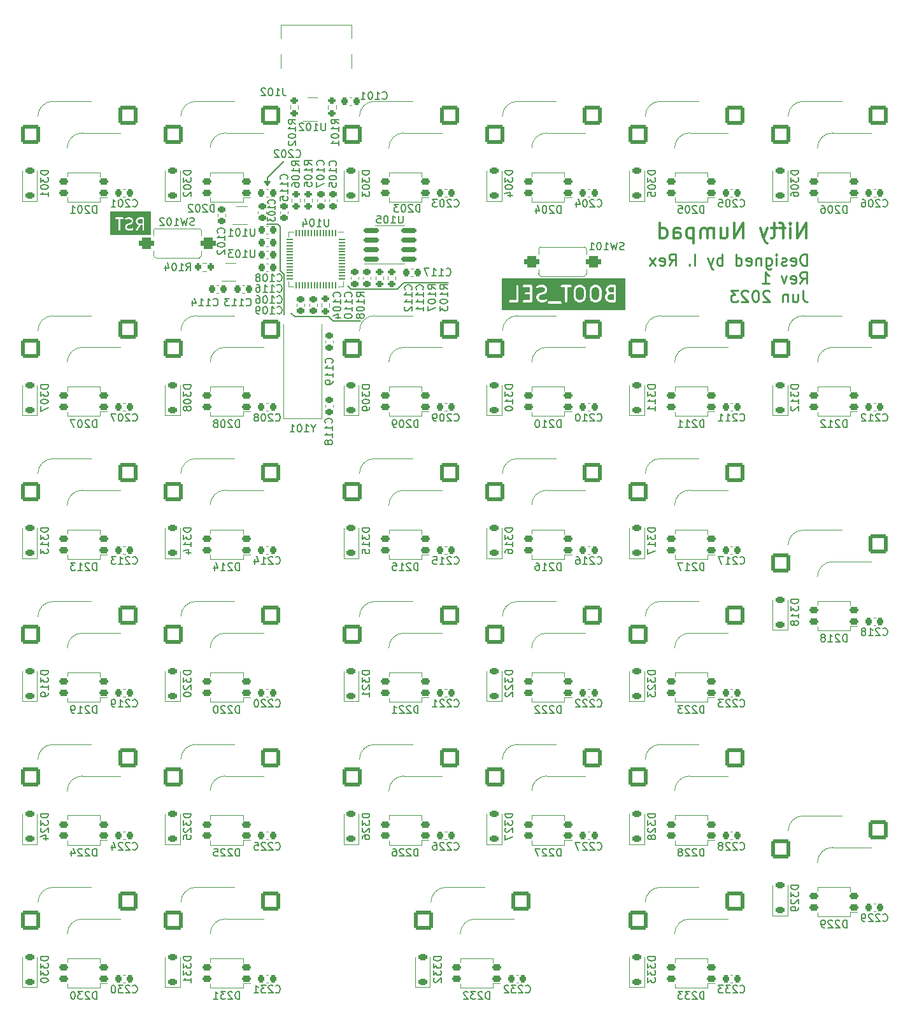
<source format=gbr>
%TF.GenerationSoftware,KiCad,Pcbnew,7.0.5-0*%
%TF.CreationDate,2023-08-05T14:47:29-05:00*%
%TF.ProjectId,Nifty Numpad,4e696674-7920-44e7-956d-7061642e6b69,rev?*%
%TF.SameCoordinates,Original*%
%TF.FileFunction,Legend,Bot*%
%TF.FilePolarity,Positive*%
%FSLAX46Y46*%
G04 Gerber Fmt 4.6, Leading zero omitted, Abs format (unit mm)*
G04 Created by KiCad (PCBNEW 7.0.5-0) date 2023-08-05 14:47:29*
%MOMM*%
%LPD*%
G01*
G04 APERTURE LIST*
G04 Aperture macros list*
%AMRoundRect*
0 Rectangle with rounded corners*
0 $1 Rounding radius*
0 $2 $3 $4 $5 $6 $7 $8 $9 X,Y pos of 4 corners*
0 Add a 4 corners polygon primitive as box body*
4,1,4,$2,$3,$4,$5,$6,$7,$8,$9,$2,$3,0*
0 Add four circle primitives for the rounded corners*
1,1,$1+$1,$2,$3*
1,1,$1+$1,$4,$5*
1,1,$1+$1,$6,$7*
1,1,$1+$1,$8,$9*
0 Add four rect primitives between the rounded corners*
20,1,$1+$1,$2,$3,$4,$5,0*
20,1,$1+$1,$4,$5,$6,$7,0*
20,1,$1+$1,$6,$7,$8,$9,0*
20,1,$1+$1,$8,$9,$2,$3,0*%
G04 Aperture macros list end*
%ADD10C,0.200000*%
%ADD11C,0.150000*%
%ADD12C,0.225000*%
%ADD13C,0.300000*%
%ADD14C,0.160000*%
%ADD15C,0.120000*%
%ADD16C,2.000000*%
%ADD17C,0.010000*%
%ADD18RoundRect,0.205000X-0.395000X-0.205000X0.395000X-0.205000X0.395000X0.205000X-0.395000X0.205000X0*%
%ADD19C,1.750000*%
%ADD20C,3.050000*%
%ADD21C,4.000000*%
%ADD22RoundRect,0.250000X-1.025000X-1.000000X1.025000X-1.000000X1.025000X1.000000X-1.025000X1.000000X0*%
%ADD23C,6.000000*%
%ADD24R,1.700000X1.700000*%
%ADD25O,1.700000X1.700000*%
%ADD26R,2.000000X4.500000*%
%ADD27RoundRect,0.225000X0.225000X0.250000X-0.225000X0.250000X-0.225000X-0.250000X0.225000X-0.250000X0*%
%ADD28RoundRect,0.225000X0.375000X-0.225000X0.375000X0.225000X-0.375000X0.225000X-0.375000X-0.225000X0*%
%ADD29C,0.650000*%
%ADD30R,0.600000X1.450000*%
%ADD31R,0.300000X1.450000*%
%ADD32O,1.000000X1.800000*%
%ADD33O,1.000000X2.100000*%
%ADD34RoundRect,0.200000X-0.275000X0.200000X-0.275000X-0.200000X0.275000X-0.200000X0.275000X0.200000X0*%
%ADD35RoundRect,0.225000X0.250000X-0.225000X0.250000X0.225000X-0.250000X0.225000X-0.250000X-0.225000X0*%
%ADD36RoundRect,0.225000X-0.225000X-0.250000X0.225000X-0.250000X0.225000X0.250000X-0.225000X0.250000X0*%
%ADD37RoundRect,0.225000X-0.250000X0.225000X-0.250000X-0.225000X0.250000X-0.225000X0.250000X0.225000X0*%
%ADD38R,0.650000X0.400000*%
%ADD39RoundRect,0.050000X0.387500X0.050000X-0.387500X0.050000X-0.387500X-0.050000X0.387500X-0.050000X0*%
%ADD40RoundRect,0.050000X0.050000X0.387500X-0.050000X0.387500X-0.050000X-0.387500X0.050000X-0.387500X0*%
%ADD41R,3.200000X3.200000*%
%ADD42RoundRect,0.375000X0.625000X0.375000X-0.625000X0.375000X-0.625000X-0.375000X0.625000X-0.375000X0*%
%ADD43RoundRect,0.150000X-0.825000X-0.150000X0.825000X-0.150000X0.825000X0.150000X-0.825000X0.150000X0*%
%ADD44RoundRect,0.200000X0.275000X-0.200000X0.275000X0.200000X-0.275000X0.200000X-0.275000X-0.200000X0*%
%ADD45RoundRect,0.375000X-0.625000X-0.375000X0.625000X-0.375000X0.625000X0.375000X-0.625000X0.375000X0*%
%ADD46R,0.700000X1.000000*%
%ADD47R,0.700000X0.600000*%
%ADD48RoundRect,0.200000X0.200000X0.275000X-0.200000X0.275000X-0.200000X-0.275000X0.200000X-0.275000X0*%
G04 APERTURE END LIST*
D10*
X188150000Y-99150000D02*
X188650000Y-99650000D01*
X195100000Y-105800000D02*
X198800000Y-105800000D01*
D11*
X186399999Y-87800000D02*
X186000000Y-87250000D01*
X186799999Y-87250000D01*
X186399999Y-87800000D01*
G36*
X186399999Y-87800000D02*
G01*
X186000000Y-87250000D01*
X186799999Y-87250000D01*
X186399999Y-87800000D01*
G37*
D10*
X197550000Y-101600000D02*
X203650000Y-101600000D01*
X197100000Y-101150000D02*
X197550000Y-101600000D01*
X187750000Y-92900000D02*
X188150000Y-93300000D01*
X190050000Y-105250000D02*
X194550000Y-105250000D01*
X187750000Y-92900000D02*
X186350000Y-92900000D01*
X189550000Y-104750000D02*
X190050000Y-105250000D01*
D11*
X188637237Y-84512763D02*
X186400000Y-86750000D01*
X186400000Y-87250000D02*
X186400000Y-86750000D01*
D10*
X194550000Y-105250000D02*
X195100000Y-105800000D01*
X188150000Y-93300000D02*
X188150000Y-99150000D01*
X204550000Y-100700000D02*
X210500000Y-100700000D01*
X188650000Y-99650000D02*
X188650000Y-104950000D01*
X203650000Y-101600000D02*
X204550000Y-100700000D01*
D12*
X258094831Y-98409728D02*
X258094831Y-96909728D01*
X258094831Y-96909728D02*
X257737688Y-96909728D01*
X257737688Y-96909728D02*
X257523402Y-96981157D01*
X257523402Y-96981157D02*
X257380545Y-97124014D01*
X257380545Y-97124014D02*
X257309116Y-97266871D01*
X257309116Y-97266871D02*
X257237688Y-97552585D01*
X257237688Y-97552585D02*
X257237688Y-97766871D01*
X257237688Y-97766871D02*
X257309116Y-98052585D01*
X257309116Y-98052585D02*
X257380545Y-98195442D01*
X257380545Y-98195442D02*
X257523402Y-98338300D01*
X257523402Y-98338300D02*
X257737688Y-98409728D01*
X257737688Y-98409728D02*
X258094831Y-98409728D01*
X256023402Y-98338300D02*
X256166259Y-98409728D01*
X256166259Y-98409728D02*
X256451974Y-98409728D01*
X256451974Y-98409728D02*
X256594831Y-98338300D01*
X256594831Y-98338300D02*
X256666259Y-98195442D01*
X256666259Y-98195442D02*
X256666259Y-97624014D01*
X256666259Y-97624014D02*
X256594831Y-97481157D01*
X256594831Y-97481157D02*
X256451974Y-97409728D01*
X256451974Y-97409728D02*
X256166259Y-97409728D01*
X256166259Y-97409728D02*
X256023402Y-97481157D01*
X256023402Y-97481157D02*
X255951974Y-97624014D01*
X255951974Y-97624014D02*
X255951974Y-97766871D01*
X255951974Y-97766871D02*
X256666259Y-97909728D01*
X255380545Y-98338300D02*
X255237688Y-98409728D01*
X255237688Y-98409728D02*
X254951974Y-98409728D01*
X254951974Y-98409728D02*
X254809117Y-98338300D01*
X254809117Y-98338300D02*
X254737688Y-98195442D01*
X254737688Y-98195442D02*
X254737688Y-98124014D01*
X254737688Y-98124014D02*
X254809117Y-97981157D01*
X254809117Y-97981157D02*
X254951974Y-97909728D01*
X254951974Y-97909728D02*
X255166260Y-97909728D01*
X255166260Y-97909728D02*
X255309117Y-97838300D01*
X255309117Y-97838300D02*
X255380545Y-97695442D01*
X255380545Y-97695442D02*
X255380545Y-97624014D01*
X255380545Y-97624014D02*
X255309117Y-97481157D01*
X255309117Y-97481157D02*
X255166260Y-97409728D01*
X255166260Y-97409728D02*
X254951974Y-97409728D01*
X254951974Y-97409728D02*
X254809117Y-97481157D01*
X254094831Y-98409728D02*
X254094831Y-97409728D01*
X254094831Y-96909728D02*
X254166259Y-96981157D01*
X254166259Y-96981157D02*
X254094831Y-97052585D01*
X254094831Y-97052585D02*
X254023402Y-96981157D01*
X254023402Y-96981157D02*
X254094831Y-96909728D01*
X254094831Y-96909728D02*
X254094831Y-97052585D01*
X252737688Y-97409728D02*
X252737688Y-98624014D01*
X252737688Y-98624014D02*
X252809116Y-98766871D01*
X252809116Y-98766871D02*
X252880545Y-98838300D01*
X252880545Y-98838300D02*
X253023402Y-98909728D01*
X253023402Y-98909728D02*
X253237688Y-98909728D01*
X253237688Y-98909728D02*
X253380545Y-98838300D01*
X252737688Y-98338300D02*
X252880545Y-98409728D01*
X252880545Y-98409728D02*
X253166259Y-98409728D01*
X253166259Y-98409728D02*
X253309116Y-98338300D01*
X253309116Y-98338300D02*
X253380545Y-98266871D01*
X253380545Y-98266871D02*
X253451973Y-98124014D01*
X253451973Y-98124014D02*
X253451973Y-97695442D01*
X253451973Y-97695442D02*
X253380545Y-97552585D01*
X253380545Y-97552585D02*
X253309116Y-97481157D01*
X253309116Y-97481157D02*
X253166259Y-97409728D01*
X253166259Y-97409728D02*
X252880545Y-97409728D01*
X252880545Y-97409728D02*
X252737688Y-97481157D01*
X252023402Y-97409728D02*
X252023402Y-98409728D01*
X252023402Y-97552585D02*
X251951973Y-97481157D01*
X251951973Y-97481157D02*
X251809116Y-97409728D01*
X251809116Y-97409728D02*
X251594830Y-97409728D01*
X251594830Y-97409728D02*
X251451973Y-97481157D01*
X251451973Y-97481157D02*
X251380545Y-97624014D01*
X251380545Y-97624014D02*
X251380545Y-98409728D01*
X250094830Y-98338300D02*
X250237687Y-98409728D01*
X250237687Y-98409728D02*
X250523402Y-98409728D01*
X250523402Y-98409728D02*
X250666259Y-98338300D01*
X250666259Y-98338300D02*
X250737687Y-98195442D01*
X250737687Y-98195442D02*
X250737687Y-97624014D01*
X250737687Y-97624014D02*
X250666259Y-97481157D01*
X250666259Y-97481157D02*
X250523402Y-97409728D01*
X250523402Y-97409728D02*
X250237687Y-97409728D01*
X250237687Y-97409728D02*
X250094830Y-97481157D01*
X250094830Y-97481157D02*
X250023402Y-97624014D01*
X250023402Y-97624014D02*
X250023402Y-97766871D01*
X250023402Y-97766871D02*
X250737687Y-97909728D01*
X248737688Y-98409728D02*
X248737688Y-96909728D01*
X248737688Y-98338300D02*
X248880545Y-98409728D01*
X248880545Y-98409728D02*
X249166259Y-98409728D01*
X249166259Y-98409728D02*
X249309116Y-98338300D01*
X249309116Y-98338300D02*
X249380545Y-98266871D01*
X249380545Y-98266871D02*
X249451973Y-98124014D01*
X249451973Y-98124014D02*
X249451973Y-97695442D01*
X249451973Y-97695442D02*
X249380545Y-97552585D01*
X249380545Y-97552585D02*
X249309116Y-97481157D01*
X249309116Y-97481157D02*
X249166259Y-97409728D01*
X249166259Y-97409728D02*
X248880545Y-97409728D01*
X248880545Y-97409728D02*
X248737688Y-97481157D01*
X246880545Y-98409728D02*
X246880545Y-96909728D01*
X246880545Y-97481157D02*
X246737688Y-97409728D01*
X246737688Y-97409728D02*
X246451973Y-97409728D01*
X246451973Y-97409728D02*
X246309116Y-97481157D01*
X246309116Y-97481157D02*
X246237688Y-97552585D01*
X246237688Y-97552585D02*
X246166259Y-97695442D01*
X246166259Y-97695442D02*
X246166259Y-98124014D01*
X246166259Y-98124014D02*
X246237688Y-98266871D01*
X246237688Y-98266871D02*
X246309116Y-98338300D01*
X246309116Y-98338300D02*
X246451973Y-98409728D01*
X246451973Y-98409728D02*
X246737688Y-98409728D01*
X246737688Y-98409728D02*
X246880545Y-98338300D01*
X245666259Y-97409728D02*
X245309116Y-98409728D01*
X244951973Y-97409728D02*
X245309116Y-98409728D01*
X245309116Y-98409728D02*
X245451973Y-98766871D01*
X245451973Y-98766871D02*
X245523402Y-98838300D01*
X245523402Y-98838300D02*
X245666259Y-98909728D01*
X243237688Y-98409728D02*
X243237688Y-96909728D01*
X242523402Y-98266871D02*
X242451973Y-98338300D01*
X242451973Y-98338300D02*
X242523402Y-98409728D01*
X242523402Y-98409728D02*
X242594830Y-98338300D01*
X242594830Y-98338300D02*
X242523402Y-98266871D01*
X242523402Y-98266871D02*
X242523402Y-98409728D01*
X239809116Y-98409728D02*
X240309116Y-97695442D01*
X240666259Y-98409728D02*
X240666259Y-96909728D01*
X240666259Y-96909728D02*
X240094830Y-96909728D01*
X240094830Y-96909728D02*
X239951973Y-96981157D01*
X239951973Y-96981157D02*
X239880544Y-97052585D01*
X239880544Y-97052585D02*
X239809116Y-97195442D01*
X239809116Y-97195442D02*
X239809116Y-97409728D01*
X239809116Y-97409728D02*
X239880544Y-97552585D01*
X239880544Y-97552585D02*
X239951973Y-97624014D01*
X239951973Y-97624014D02*
X240094830Y-97695442D01*
X240094830Y-97695442D02*
X240666259Y-97695442D01*
X238594830Y-98338300D02*
X238737687Y-98409728D01*
X238737687Y-98409728D02*
X239023402Y-98409728D01*
X239023402Y-98409728D02*
X239166259Y-98338300D01*
X239166259Y-98338300D02*
X239237687Y-98195442D01*
X239237687Y-98195442D02*
X239237687Y-97624014D01*
X239237687Y-97624014D02*
X239166259Y-97481157D01*
X239166259Y-97481157D02*
X239023402Y-97409728D01*
X239023402Y-97409728D02*
X238737687Y-97409728D01*
X238737687Y-97409728D02*
X238594830Y-97481157D01*
X238594830Y-97481157D02*
X238523402Y-97624014D01*
X238523402Y-97624014D02*
X238523402Y-97766871D01*
X238523402Y-97766871D02*
X239237687Y-97909728D01*
X238023402Y-98409728D02*
X237237688Y-97409728D01*
X238023402Y-97409728D02*
X237237688Y-98409728D01*
X257237688Y-100824728D02*
X257737688Y-100110442D01*
X258094831Y-100824728D02*
X258094831Y-99324728D01*
X258094831Y-99324728D02*
X257523402Y-99324728D01*
X257523402Y-99324728D02*
X257380545Y-99396157D01*
X257380545Y-99396157D02*
X257309116Y-99467585D01*
X257309116Y-99467585D02*
X257237688Y-99610442D01*
X257237688Y-99610442D02*
X257237688Y-99824728D01*
X257237688Y-99824728D02*
X257309116Y-99967585D01*
X257309116Y-99967585D02*
X257380545Y-100039014D01*
X257380545Y-100039014D02*
X257523402Y-100110442D01*
X257523402Y-100110442D02*
X258094831Y-100110442D01*
X256023402Y-100753300D02*
X256166259Y-100824728D01*
X256166259Y-100824728D02*
X256451974Y-100824728D01*
X256451974Y-100824728D02*
X256594831Y-100753300D01*
X256594831Y-100753300D02*
X256666259Y-100610442D01*
X256666259Y-100610442D02*
X256666259Y-100039014D01*
X256666259Y-100039014D02*
X256594831Y-99896157D01*
X256594831Y-99896157D02*
X256451974Y-99824728D01*
X256451974Y-99824728D02*
X256166259Y-99824728D01*
X256166259Y-99824728D02*
X256023402Y-99896157D01*
X256023402Y-99896157D02*
X255951974Y-100039014D01*
X255951974Y-100039014D02*
X255951974Y-100181871D01*
X255951974Y-100181871D02*
X256666259Y-100324728D01*
X255451974Y-99824728D02*
X255094831Y-100824728D01*
X255094831Y-100824728D02*
X254737688Y-99824728D01*
X252237688Y-100824728D02*
X253094831Y-100824728D01*
X252666260Y-100824728D02*
X252666260Y-99324728D01*
X252666260Y-99324728D02*
X252809117Y-99539014D01*
X252809117Y-99539014D02*
X252951974Y-99681871D01*
X252951974Y-99681871D02*
X253094831Y-99753300D01*
X257666259Y-101739728D02*
X257666259Y-102811157D01*
X257666259Y-102811157D02*
X257737688Y-103025442D01*
X257737688Y-103025442D02*
X257880545Y-103168300D01*
X257880545Y-103168300D02*
X258094831Y-103239728D01*
X258094831Y-103239728D02*
X258237688Y-103239728D01*
X256309117Y-102239728D02*
X256309117Y-103239728D01*
X256951974Y-102239728D02*
X256951974Y-103025442D01*
X256951974Y-103025442D02*
X256880545Y-103168300D01*
X256880545Y-103168300D02*
X256737688Y-103239728D01*
X256737688Y-103239728D02*
X256523402Y-103239728D01*
X256523402Y-103239728D02*
X256380545Y-103168300D01*
X256380545Y-103168300D02*
X256309117Y-103096871D01*
X255594831Y-102239728D02*
X255594831Y-103239728D01*
X255594831Y-102382585D02*
X255523402Y-102311157D01*
X255523402Y-102311157D02*
X255380545Y-102239728D01*
X255380545Y-102239728D02*
X255166259Y-102239728D01*
X255166259Y-102239728D02*
X255023402Y-102311157D01*
X255023402Y-102311157D02*
X254951974Y-102454014D01*
X254951974Y-102454014D02*
X254951974Y-103239728D01*
X253166259Y-101882585D02*
X253094831Y-101811157D01*
X253094831Y-101811157D02*
X252951974Y-101739728D01*
X252951974Y-101739728D02*
X252594831Y-101739728D01*
X252594831Y-101739728D02*
X252451974Y-101811157D01*
X252451974Y-101811157D02*
X252380545Y-101882585D01*
X252380545Y-101882585D02*
X252309116Y-102025442D01*
X252309116Y-102025442D02*
X252309116Y-102168300D01*
X252309116Y-102168300D02*
X252380545Y-102382585D01*
X252380545Y-102382585D02*
X253237688Y-103239728D01*
X253237688Y-103239728D02*
X252309116Y-103239728D01*
X251380545Y-101739728D02*
X251237688Y-101739728D01*
X251237688Y-101739728D02*
X251094831Y-101811157D01*
X251094831Y-101811157D02*
X251023403Y-101882585D01*
X251023403Y-101882585D02*
X250951974Y-102025442D01*
X250951974Y-102025442D02*
X250880545Y-102311157D01*
X250880545Y-102311157D02*
X250880545Y-102668300D01*
X250880545Y-102668300D02*
X250951974Y-102954014D01*
X250951974Y-102954014D02*
X251023403Y-103096871D01*
X251023403Y-103096871D02*
X251094831Y-103168300D01*
X251094831Y-103168300D02*
X251237688Y-103239728D01*
X251237688Y-103239728D02*
X251380545Y-103239728D01*
X251380545Y-103239728D02*
X251523403Y-103168300D01*
X251523403Y-103168300D02*
X251594831Y-103096871D01*
X251594831Y-103096871D02*
X251666260Y-102954014D01*
X251666260Y-102954014D02*
X251737688Y-102668300D01*
X251737688Y-102668300D02*
X251737688Y-102311157D01*
X251737688Y-102311157D02*
X251666260Y-102025442D01*
X251666260Y-102025442D02*
X251594831Y-101882585D01*
X251594831Y-101882585D02*
X251523403Y-101811157D01*
X251523403Y-101811157D02*
X251380545Y-101739728D01*
X250309117Y-101882585D02*
X250237689Y-101811157D01*
X250237689Y-101811157D02*
X250094832Y-101739728D01*
X250094832Y-101739728D02*
X249737689Y-101739728D01*
X249737689Y-101739728D02*
X249594832Y-101811157D01*
X249594832Y-101811157D02*
X249523403Y-101882585D01*
X249523403Y-101882585D02*
X249451974Y-102025442D01*
X249451974Y-102025442D02*
X249451974Y-102168300D01*
X249451974Y-102168300D02*
X249523403Y-102382585D01*
X249523403Y-102382585D02*
X250380546Y-103239728D01*
X250380546Y-103239728D02*
X249451974Y-103239728D01*
X248951975Y-101739728D02*
X248023403Y-101739728D01*
X248023403Y-101739728D02*
X248523403Y-102311157D01*
X248523403Y-102311157D02*
X248309118Y-102311157D01*
X248309118Y-102311157D02*
X248166261Y-102382585D01*
X248166261Y-102382585D02*
X248094832Y-102454014D01*
X248094832Y-102454014D02*
X248023403Y-102596871D01*
X248023403Y-102596871D02*
X248023403Y-102954014D01*
X248023403Y-102954014D02*
X248094832Y-103096871D01*
X248094832Y-103096871D02*
X248166261Y-103168300D01*
X248166261Y-103168300D02*
X248309118Y-103239728D01*
X248309118Y-103239728D02*
X248737689Y-103239728D01*
X248737689Y-103239728D02*
X248880546Y-103168300D01*
X248880546Y-103168300D02*
X248951975Y-103096871D01*
D13*
X258026441Y-94789638D02*
X258026441Y-92789638D01*
X258026441Y-92789638D02*
X256883584Y-94789638D01*
X256883584Y-94789638D02*
X256883584Y-92789638D01*
X255931203Y-94789638D02*
X255931203Y-93456304D01*
X255931203Y-92789638D02*
X256026441Y-92884876D01*
X256026441Y-92884876D02*
X255931203Y-92980114D01*
X255931203Y-92980114D02*
X255835965Y-92884876D01*
X255835965Y-92884876D02*
X255931203Y-92789638D01*
X255931203Y-92789638D02*
X255931203Y-92980114D01*
X255264536Y-93456304D02*
X254502632Y-93456304D01*
X254978822Y-94789638D02*
X254978822Y-93075352D01*
X254978822Y-93075352D02*
X254883584Y-92884876D01*
X254883584Y-92884876D02*
X254693108Y-92789638D01*
X254693108Y-92789638D02*
X254502632Y-92789638D01*
X254121679Y-93456304D02*
X253359775Y-93456304D01*
X253835965Y-92789638D02*
X253835965Y-94503923D01*
X253835965Y-94503923D02*
X253740727Y-94694400D01*
X253740727Y-94694400D02*
X253550251Y-94789638D01*
X253550251Y-94789638D02*
X253359775Y-94789638D01*
X252883584Y-93456304D02*
X252407394Y-94789638D01*
X251931203Y-93456304D02*
X252407394Y-94789638D01*
X252407394Y-94789638D02*
X252597870Y-95265828D01*
X252597870Y-95265828D02*
X252693108Y-95361066D01*
X252693108Y-95361066D02*
X252883584Y-95456304D01*
X249645488Y-94789638D02*
X249645488Y-92789638D01*
X249645488Y-92789638D02*
X248502631Y-94789638D01*
X248502631Y-94789638D02*
X248502631Y-92789638D01*
X246693107Y-93456304D02*
X246693107Y-94789638D01*
X247550250Y-93456304D02*
X247550250Y-94503923D01*
X247550250Y-94503923D02*
X247455012Y-94694400D01*
X247455012Y-94694400D02*
X247264536Y-94789638D01*
X247264536Y-94789638D02*
X246978821Y-94789638D01*
X246978821Y-94789638D02*
X246788345Y-94694400D01*
X246788345Y-94694400D02*
X246693107Y-94599161D01*
X245740726Y-94789638D02*
X245740726Y-93456304D01*
X245740726Y-93646780D02*
X245645488Y-93551542D01*
X245645488Y-93551542D02*
X245455012Y-93456304D01*
X245455012Y-93456304D02*
X245169297Y-93456304D01*
X245169297Y-93456304D02*
X244978821Y-93551542D01*
X244978821Y-93551542D02*
X244883583Y-93742019D01*
X244883583Y-93742019D02*
X244883583Y-94789638D01*
X244883583Y-93742019D02*
X244788345Y-93551542D01*
X244788345Y-93551542D02*
X244597869Y-93456304D01*
X244597869Y-93456304D02*
X244312155Y-93456304D01*
X244312155Y-93456304D02*
X244121678Y-93551542D01*
X244121678Y-93551542D02*
X244026440Y-93742019D01*
X244026440Y-93742019D02*
X244026440Y-94789638D01*
X243074059Y-93456304D02*
X243074059Y-95456304D01*
X243074059Y-93551542D02*
X242883583Y-93456304D01*
X242883583Y-93456304D02*
X242502630Y-93456304D01*
X242502630Y-93456304D02*
X242312154Y-93551542D01*
X242312154Y-93551542D02*
X242216916Y-93646780D01*
X242216916Y-93646780D02*
X242121678Y-93837257D01*
X242121678Y-93837257D02*
X242121678Y-94408685D01*
X242121678Y-94408685D02*
X242216916Y-94599161D01*
X242216916Y-94599161D02*
X242312154Y-94694400D01*
X242312154Y-94694400D02*
X242502630Y-94789638D01*
X242502630Y-94789638D02*
X242883583Y-94789638D01*
X242883583Y-94789638D02*
X243074059Y-94694400D01*
X240407392Y-94789638D02*
X240407392Y-93742019D01*
X240407392Y-93742019D02*
X240502630Y-93551542D01*
X240502630Y-93551542D02*
X240693106Y-93456304D01*
X240693106Y-93456304D02*
X241074059Y-93456304D01*
X241074059Y-93456304D02*
X241264535Y-93551542D01*
X240407392Y-94694400D02*
X240597868Y-94789638D01*
X240597868Y-94789638D02*
X241074059Y-94789638D01*
X241074059Y-94789638D02*
X241264535Y-94694400D01*
X241264535Y-94694400D02*
X241359773Y-94503923D01*
X241359773Y-94503923D02*
X241359773Y-94313447D01*
X241359773Y-94313447D02*
X241264535Y-94122971D01*
X241264535Y-94122971D02*
X241074059Y-94027733D01*
X241074059Y-94027733D02*
X240597868Y-94027733D01*
X240597868Y-94027733D02*
X240407392Y-93932495D01*
X238597868Y-94789638D02*
X238597868Y-92789638D01*
X238597868Y-94694400D02*
X238788344Y-94789638D01*
X238788344Y-94789638D02*
X239169297Y-94789638D01*
X239169297Y-94789638D02*
X239359773Y-94694400D01*
X239359773Y-94694400D02*
X239455011Y-94599161D01*
X239455011Y-94599161D02*
X239550249Y-94408685D01*
X239550249Y-94408685D02*
X239550249Y-93837257D01*
X239550249Y-93837257D02*
X239455011Y-93646780D01*
X239455011Y-93646780D02*
X239359773Y-93551542D01*
X239359773Y-93551542D02*
X239169297Y-93456304D01*
X239169297Y-93456304D02*
X238788344Y-93456304D01*
X238788344Y-93456304D02*
X238597868Y-93551542D01*
G36*
X228234956Y-101378154D02*
G01*
X228378841Y-101522039D01*
X228459524Y-101844768D01*
X228459524Y-102474506D01*
X228378841Y-102797235D01*
X228234955Y-102941121D01*
X228097923Y-103009638D01*
X227787792Y-103009638D01*
X227650758Y-102941121D01*
X227506874Y-102797236D01*
X227426191Y-102474506D01*
X227426191Y-101844768D01*
X227506873Y-101522039D01*
X227650759Y-101378153D01*
X227787790Y-101309638D01*
X228097924Y-101309638D01*
X228234956Y-101378154D01*
G37*
G36*
X230330194Y-101378154D02*
G01*
X230474079Y-101522039D01*
X230554762Y-101844768D01*
X230554761Y-102474506D01*
X230474079Y-102797235D01*
X230330193Y-102941121D01*
X230193161Y-103009638D01*
X229883030Y-103009638D01*
X229745996Y-102941121D01*
X229602112Y-102797236D01*
X229521429Y-102474506D01*
X229521429Y-101844768D01*
X229602111Y-101522039D01*
X229745997Y-101378153D01*
X229883028Y-101309638D01*
X230193162Y-101309638D01*
X230330194Y-101378154D01*
G37*
G36*
X232459524Y-103009638D02*
G01*
X231883030Y-103009638D01*
X231745996Y-102941121D01*
X231685183Y-102880307D01*
X231616667Y-102743274D01*
X231616667Y-102528381D01*
X231685183Y-102391348D01*
X231738170Y-102338361D01*
X231953968Y-102266428D01*
X231959638Y-102267449D01*
X231972730Y-102262019D01*
X232459524Y-102262019D01*
X232459524Y-103009638D01*
G37*
G36*
X232459524Y-101962019D02*
G01*
X231978268Y-101962019D01*
X231841235Y-101893502D01*
X231780421Y-101832688D01*
X231711905Y-101695655D01*
X231711905Y-101576000D01*
X231780421Y-101438967D01*
X231841235Y-101378153D01*
X231978266Y-101309638D01*
X232459524Y-101309638D01*
X232459524Y-101962019D01*
G37*
G36*
X233996429Y-104360714D02*
G01*
X217603571Y-104360714D01*
X217603571Y-103372363D01*
X223692877Y-103372363D01*
X223729470Y-103452490D01*
X223803575Y-103500114D01*
X225392997Y-103500114D01*
X225455949Y-103481630D01*
X225513634Y-103415057D01*
X225526171Y-103327865D01*
X225489578Y-103247738D01*
X225415473Y-103200114D01*
X223826051Y-103200114D01*
X223763099Y-103218598D01*
X223705414Y-103285171D01*
X223692877Y-103372363D01*
X217603571Y-103372363D01*
X217603571Y-103181887D01*
X218550019Y-103181887D01*
X218586612Y-103262014D01*
X218660717Y-103309638D01*
X219646411Y-103309638D01*
X219679391Y-103314380D01*
X219709697Y-103300539D01*
X219741662Y-103291154D01*
X219749136Y-103282528D01*
X219759518Y-103277787D01*
X219777530Y-103249759D01*
X219799347Y-103224581D01*
X219800971Y-103213283D01*
X219807142Y-103203682D01*
X219807142Y-103181887D01*
X220359543Y-103181887D01*
X220396136Y-103262014D01*
X220470241Y-103309638D01*
X221455935Y-103309638D01*
X221488915Y-103314380D01*
X221519221Y-103300539D01*
X221551186Y-103291154D01*
X221558660Y-103282528D01*
X221569042Y-103277787D01*
X221587054Y-103249759D01*
X221608871Y-103224581D01*
X221610495Y-103213283D01*
X221616666Y-103203682D01*
X221616666Y-103170368D01*
X221621408Y-103137389D01*
X221616666Y-103127005D01*
X221616666Y-102122749D01*
X221621408Y-102089770D01*
X221616666Y-102079386D01*
X221616666Y-101238235D01*
X222168365Y-101238235D01*
X222184044Y-101324917D01*
X222244097Y-101389360D01*
X222329459Y-101411106D01*
X222633864Y-101309638D01*
X223050304Y-101309638D01*
X223187336Y-101378154D01*
X223248150Y-101438968D01*
X223316666Y-101575999D01*
X223316666Y-101695655D01*
X223248148Y-101832689D01*
X223187336Y-101893501D01*
X223033360Y-101970490D01*
X222694301Y-102055255D01*
X222677073Y-102053396D01*
X222652404Y-102065730D01*
X222647457Y-102066967D01*
X222633186Y-102075339D01*
X222464023Y-102159920D01*
X222439363Y-102165285D01*
X222410151Y-102194496D01*
X222379872Y-102222662D01*
X222379145Y-102225502D01*
X222326281Y-102278366D01*
X222304580Y-102291256D01*
X222286098Y-102328218D01*
X222266286Y-102364502D01*
X222266495Y-102367425D01*
X222193254Y-102513906D01*
X222173809Y-102544165D01*
X222173809Y-102574815D01*
X222168379Y-102604990D01*
X222173809Y-102618082D01*
X222173809Y-102770609D01*
X222169948Y-102806373D01*
X222183655Y-102833788D01*
X222192293Y-102863205D01*
X222203005Y-102872486D01*
X222276471Y-103019420D01*
X222281837Y-103044082D01*
X222311049Y-103073295D01*
X222339214Y-103103574D01*
X222342054Y-103104300D01*
X222394920Y-103157166D01*
X222407809Y-103178867D01*
X222444757Y-103197341D01*
X222481053Y-103217161D01*
X222483978Y-103216951D01*
X222630458Y-103290192D01*
X222660717Y-103309638D01*
X222691368Y-103309638D01*
X222721543Y-103315068D01*
X222734635Y-103309638D01*
X223162147Y-103309638D01*
X223186602Y-103315868D01*
X223225788Y-103302806D01*
X223265472Y-103291154D01*
X223267392Y-103288938D01*
X223534561Y-103199882D01*
X223588438Y-103162439D01*
X223622110Y-103081041D01*
X223606431Y-102994359D01*
X223546378Y-102929916D01*
X223461016Y-102908170D01*
X223156611Y-103009638D01*
X222740172Y-103009638D01*
X222603138Y-102941121D01*
X222542325Y-102880307D01*
X222473809Y-102743274D01*
X222473809Y-102623619D01*
X222542325Y-102486586D01*
X222603139Y-102425772D01*
X222757112Y-102348785D01*
X223096174Y-102264020D01*
X223113403Y-102265880D01*
X223138071Y-102253545D01*
X223143018Y-102252309D01*
X223157286Y-102243938D01*
X223326449Y-102159355D01*
X223351112Y-102153990D01*
X223380338Y-102124763D01*
X223410603Y-102096612D01*
X223411328Y-102093773D01*
X223464195Y-102040906D01*
X223485895Y-102028018D01*
X223504371Y-101991065D01*
X223524189Y-101954773D01*
X223523979Y-101951848D01*
X223597220Y-101805368D01*
X223616666Y-101775110D01*
X223616666Y-101744458D01*
X223622096Y-101714284D01*
X223616666Y-101701191D01*
X223616666Y-101548665D01*
X223620527Y-101512902D01*
X223606819Y-101485486D01*
X223598182Y-101456070D01*
X223587470Y-101446788D01*
X223514002Y-101299852D01*
X223508638Y-101275192D01*
X223479426Y-101245980D01*
X223451261Y-101215701D01*
X223448420Y-101214974D01*
X223415333Y-101181887D01*
X225407163Y-101181887D01*
X225443756Y-101262014D01*
X225517861Y-101309638D01*
X225983334Y-101309638D01*
X225983334Y-103181206D01*
X226001818Y-103244158D01*
X226068391Y-103301843D01*
X226155583Y-103314380D01*
X226235710Y-103277787D01*
X226283334Y-103203682D01*
X226283334Y-102486622D01*
X227119987Y-102486622D01*
X227126191Y-102511437D01*
X227126191Y-102514539D01*
X227131409Y-102532313D01*
X227225342Y-102908041D01*
X227234219Y-102948845D01*
X227251775Y-102966401D01*
X227264339Y-102987816D01*
X227282282Y-102996908D01*
X227442540Y-103157167D01*
X227455429Y-103178867D01*
X227492391Y-103197348D01*
X227528673Y-103217160D01*
X227531596Y-103216950D01*
X227678078Y-103290192D01*
X227708337Y-103309638D01*
X227738988Y-103309638D01*
X227769163Y-103315068D01*
X227782255Y-103309638D01*
X228125258Y-103309638D01*
X228161022Y-103313499D01*
X228188437Y-103299791D01*
X228217854Y-103291154D01*
X228227135Y-103280441D01*
X228374067Y-103206975D01*
X228398733Y-103201610D01*
X228427963Y-103172379D01*
X228458223Y-103144233D01*
X228458949Y-103141393D01*
X228618722Y-102981618D01*
X228649125Y-102953032D01*
X228655146Y-102928946D01*
X228667046Y-102907154D01*
X228665610Y-102887089D01*
X228749057Y-102553300D01*
X228759524Y-102537015D01*
X228759524Y-102511435D01*
X228760276Y-102508428D01*
X228759524Y-102489922D01*
X228759524Y-102486622D01*
X229215225Y-102486622D01*
X229221429Y-102511437D01*
X229221429Y-102514539D01*
X229226647Y-102532313D01*
X229320580Y-102908041D01*
X229329457Y-102948845D01*
X229347013Y-102966401D01*
X229359577Y-102987816D01*
X229377520Y-102996908D01*
X229537778Y-103157167D01*
X229550667Y-103178867D01*
X229587629Y-103197348D01*
X229623911Y-103217160D01*
X229626834Y-103216950D01*
X229773316Y-103290192D01*
X229803575Y-103309638D01*
X229834226Y-103309638D01*
X229864401Y-103315068D01*
X229877493Y-103309638D01*
X230220496Y-103309638D01*
X230256260Y-103313499D01*
X230283675Y-103299791D01*
X230313092Y-103291154D01*
X230322373Y-103280441D01*
X230469305Y-103206975D01*
X230493971Y-103201610D01*
X230523201Y-103172379D01*
X230553461Y-103144233D01*
X230554187Y-103141393D01*
X230713960Y-102981618D01*
X230744363Y-102953032D01*
X230750384Y-102928946D01*
X230762284Y-102907154D01*
X230760848Y-102887089D01*
X230844295Y-102553300D01*
X230854762Y-102537015D01*
X230854762Y-102511435D01*
X230855183Y-102509752D01*
X231311237Y-102509752D01*
X231316667Y-102522844D01*
X231316666Y-102770609D01*
X231312806Y-102806373D01*
X231326513Y-102833788D01*
X231335151Y-102863205D01*
X231345863Y-102872486D01*
X231419329Y-103019420D01*
X231424695Y-103044082D01*
X231453907Y-103073295D01*
X231482072Y-103103574D01*
X231484912Y-103104300D01*
X231537778Y-103157166D01*
X231550667Y-103178867D01*
X231587615Y-103197341D01*
X231623911Y-103217161D01*
X231626836Y-103216951D01*
X231773316Y-103290192D01*
X231803575Y-103309638D01*
X231834226Y-103309638D01*
X231864401Y-103315068D01*
X231877493Y-103309638D01*
X232598793Y-103309638D01*
X232631773Y-103314380D01*
X232662079Y-103300539D01*
X232694044Y-103291154D01*
X232701518Y-103282528D01*
X232711900Y-103277787D01*
X232729912Y-103249759D01*
X232751729Y-103224581D01*
X232753353Y-103213283D01*
X232759524Y-103203682D01*
X232759524Y-103170368D01*
X232764266Y-103137389D01*
X232759524Y-103127005D01*
X232759524Y-102122749D01*
X232764266Y-102089770D01*
X232759524Y-102079386D01*
X232759524Y-101170368D01*
X232764266Y-101137389D01*
X232750425Y-101107082D01*
X232741040Y-101075118D01*
X232732414Y-101067643D01*
X232727673Y-101057262D01*
X232699645Y-101039249D01*
X232674467Y-101017433D01*
X232663169Y-101015808D01*
X232653568Y-101009638D01*
X232620255Y-101009638D01*
X232587275Y-101004896D01*
X232576892Y-101009638D01*
X231950933Y-101009638D01*
X231915169Y-101005777D01*
X231887753Y-101019484D01*
X231858337Y-101028122D01*
X231849055Y-101038833D01*
X231702119Y-101112301D01*
X231677459Y-101117666D01*
X231648247Y-101146877D01*
X231617968Y-101175043D01*
X231617241Y-101177883D01*
X231564377Y-101230747D01*
X231542676Y-101243637D01*
X231524194Y-101280599D01*
X231504382Y-101316883D01*
X231504591Y-101319806D01*
X231431350Y-101466287D01*
X231411905Y-101496546D01*
X231411905Y-101527196D01*
X231406475Y-101557371D01*
X231411905Y-101570463D01*
X231411905Y-101722990D01*
X231408044Y-101758754D01*
X231421751Y-101786169D01*
X231430389Y-101815586D01*
X231441101Y-101824867D01*
X231514567Y-101971800D01*
X231519933Y-101996464D01*
X231549153Y-102025684D01*
X231577310Y-102055955D01*
X231580150Y-102056681D01*
X231591497Y-102068028D01*
X231582221Y-102070047D01*
X231560545Y-102091722D01*
X231535371Y-102109218D01*
X231529953Y-102122314D01*
X231469139Y-102183128D01*
X231447438Y-102196018D01*
X231428956Y-102232980D01*
X231409144Y-102269264D01*
X231409353Y-102272187D01*
X231336112Y-102418668D01*
X231316667Y-102448927D01*
X231316667Y-102479577D01*
X231311237Y-102509752D01*
X230855183Y-102509752D01*
X230855514Y-102508428D01*
X230854762Y-102489922D01*
X230854762Y-101850990D01*
X230860966Y-101832652D01*
X230854762Y-101807836D01*
X230854762Y-101804736D01*
X230849544Y-101786966D01*
X230755611Y-101411236D01*
X230746734Y-101370430D01*
X230729178Y-101352874D01*
X230716614Y-101331458D01*
X230698668Y-101322364D01*
X230538414Y-101162110D01*
X230525525Y-101140409D01*
X230488562Y-101121927D01*
X230452279Y-101102115D01*
X230449355Y-101102324D01*
X230302874Y-101029083D01*
X230272616Y-101009638D01*
X230241965Y-101009638D01*
X230211791Y-101004208D01*
X230198699Y-101009638D01*
X229855695Y-101009638D01*
X229819931Y-101005777D01*
X229792515Y-101019484D01*
X229763099Y-101028122D01*
X229753817Y-101038833D01*
X229606881Y-101112301D01*
X229582221Y-101117666D01*
X229553009Y-101146877D01*
X229522730Y-101175043D01*
X229522003Y-101177883D01*
X229362232Y-101337654D01*
X229331828Y-101366243D01*
X229325807Y-101390325D01*
X229313906Y-101412121D01*
X229315341Y-101432189D01*
X229231895Y-101765973D01*
X229221429Y-101782260D01*
X229221429Y-101807839D01*
X229220677Y-101810848D01*
X229221429Y-101829353D01*
X229221428Y-102468283D01*
X229215225Y-102486622D01*
X228759524Y-102486622D01*
X228759523Y-101850990D01*
X228765728Y-101832652D01*
X228759523Y-101807836D01*
X228759524Y-101804736D01*
X228754306Y-101786966D01*
X228660373Y-101411236D01*
X228651496Y-101370430D01*
X228633940Y-101352874D01*
X228621376Y-101331458D01*
X228603430Y-101322364D01*
X228443176Y-101162110D01*
X228430287Y-101140409D01*
X228393324Y-101121927D01*
X228357041Y-101102115D01*
X228354117Y-101102324D01*
X228207636Y-101029083D01*
X228177378Y-101009638D01*
X228146727Y-101009638D01*
X228116553Y-101004208D01*
X228103461Y-101009638D01*
X227760457Y-101009638D01*
X227724693Y-101005777D01*
X227697277Y-101019484D01*
X227667861Y-101028122D01*
X227658579Y-101038833D01*
X227511643Y-101112301D01*
X227486983Y-101117666D01*
X227457771Y-101146877D01*
X227427492Y-101175043D01*
X227426765Y-101177883D01*
X227266994Y-101337654D01*
X227236590Y-101366243D01*
X227230569Y-101390325D01*
X227218668Y-101412121D01*
X227220103Y-101432189D01*
X227136657Y-101765973D01*
X227126191Y-101782260D01*
X227126191Y-101807839D01*
X227125439Y-101810848D01*
X227126191Y-101829353D01*
X227126191Y-102468283D01*
X227119987Y-102486622D01*
X226283334Y-102486622D01*
X226283334Y-101309638D01*
X226726330Y-101309638D01*
X226789282Y-101291154D01*
X226846967Y-101224581D01*
X226859504Y-101137389D01*
X226822911Y-101057262D01*
X226748806Y-101009638D01*
X226144065Y-101009638D01*
X226111085Y-101004896D01*
X226100702Y-101009638D01*
X225540337Y-101009638D01*
X225477385Y-101028122D01*
X225419700Y-101094695D01*
X225407163Y-101181887D01*
X223415333Y-101181887D01*
X223395556Y-101162110D01*
X223382667Y-101140409D01*
X223345704Y-101121927D01*
X223309421Y-101102115D01*
X223306497Y-101102324D01*
X223160016Y-101029083D01*
X223129758Y-101009638D01*
X223099107Y-101009638D01*
X223068933Y-101004208D01*
X223055841Y-101009638D01*
X222628328Y-101009638D01*
X222603873Y-101003408D01*
X222564686Y-101016469D01*
X222525003Y-101028122D01*
X222523082Y-101030337D01*
X222255914Y-101119394D01*
X222202037Y-101156837D01*
X222168365Y-101238235D01*
X221616666Y-101238235D01*
X221616666Y-101170368D01*
X221621408Y-101137389D01*
X221607567Y-101107082D01*
X221598182Y-101075118D01*
X221589556Y-101067643D01*
X221584815Y-101057262D01*
X221556787Y-101039249D01*
X221531609Y-101017433D01*
X221520311Y-101015808D01*
X221510710Y-101009638D01*
X221477397Y-101009638D01*
X221444417Y-101004896D01*
X221434034Y-101009638D01*
X220492717Y-101009638D01*
X220429765Y-101028122D01*
X220372080Y-101094695D01*
X220359543Y-101181887D01*
X220396136Y-101262014D01*
X220470241Y-101309638D01*
X221316666Y-101309638D01*
X221316666Y-101962019D01*
X220778431Y-101962019D01*
X220715479Y-101980503D01*
X220657794Y-102047076D01*
X220645257Y-102134268D01*
X220681850Y-102214395D01*
X220755955Y-102262019D01*
X221316666Y-102262019D01*
X221316666Y-103009638D01*
X220492717Y-103009638D01*
X220429765Y-103028122D01*
X220372080Y-103094695D01*
X220359543Y-103181887D01*
X219807142Y-103181887D01*
X219807142Y-103170368D01*
X219811884Y-103137389D01*
X219807142Y-103127005D01*
X219807142Y-101138070D01*
X219788658Y-101075118D01*
X219722085Y-101017433D01*
X219634893Y-101004896D01*
X219554766Y-101041489D01*
X219507142Y-101115594D01*
X219507142Y-103009638D01*
X218683193Y-103009638D01*
X218620241Y-103028122D01*
X218562556Y-103094695D01*
X218550019Y-103181887D01*
X217603571Y-103181887D01*
X217603571Y-100139286D01*
X233996429Y-100139286D01*
X233996429Y-104360714D01*
G37*
D12*
G36*
X169782331Y-92827942D02*
G01*
X169547970Y-92827942D01*
X169525601Y-92823818D01*
X169515536Y-92827942D01*
X169349959Y-92827942D01*
X169247185Y-92776555D01*
X169201574Y-92730944D01*
X169150188Y-92628170D01*
X169150188Y-92466999D01*
X169201575Y-92364225D01*
X169247186Y-92318615D01*
X169349960Y-92267228D01*
X169782331Y-92267228D01*
X169782331Y-92827942D01*
G37*
G36*
X170951786Y-94401786D02*
G01*
X165514286Y-94401786D01*
X165514286Y-92171414D01*
X166207347Y-92171414D01*
X166234792Y-92231510D01*
X166290370Y-92267228D01*
X166639474Y-92267228D01*
X166639474Y-93670902D01*
X166653338Y-93718118D01*
X166703267Y-93761381D01*
X166768660Y-93770784D01*
X166828756Y-93743339D01*
X166864474Y-93687761D01*
X166864474Y-92267228D01*
X167196719Y-92267228D01*
X167243935Y-92253364D01*
X167278324Y-92213676D01*
X167492534Y-92213676D01*
X167504292Y-92278687D01*
X167549333Y-92327020D01*
X167613354Y-92343330D01*
X167841657Y-92267228D01*
X168153987Y-92267228D01*
X168256762Y-92318616D01*
X168302371Y-92364225D01*
X168353759Y-92466999D01*
X168353759Y-92556743D01*
X168302373Y-92659515D01*
X168256762Y-92705126D01*
X168141278Y-92762868D01*
X167886986Y-92826441D01*
X167874065Y-92825046D01*
X167855563Y-92834296D01*
X167851855Y-92835224D01*
X167841159Y-92841498D01*
X167714276Y-92904940D01*
X167695782Y-92908964D01*
X167673858Y-92930887D01*
X167651165Y-92951997D01*
X167650620Y-92954125D01*
X167610968Y-92993777D01*
X167594695Y-93003443D01*
X167580831Y-93031170D01*
X167565975Y-93058377D01*
X167566131Y-93060569D01*
X167511202Y-93170426D01*
X167496616Y-93193124D01*
X167496616Y-93216116D01*
X167492544Y-93238743D01*
X167496616Y-93248561D01*
X167496616Y-93362958D01*
X167493720Y-93389780D01*
X167504003Y-93410346D01*
X167510480Y-93432404D01*
X167518511Y-93439363D01*
X167573614Y-93549568D01*
X167577638Y-93568063D01*
X167599561Y-93589986D01*
X167620671Y-93612680D01*
X167622799Y-93613224D01*
X167662451Y-93652876D01*
X167672117Y-93669150D01*
X167699844Y-93683013D01*
X167727051Y-93697870D01*
X167729243Y-93697713D01*
X167839108Y-93752645D01*
X167861798Y-93767228D01*
X167884789Y-93767228D01*
X167907418Y-93771300D01*
X167917235Y-93767228D01*
X168237869Y-93767228D01*
X168256212Y-93771901D01*
X168285634Y-93762093D01*
X168315364Y-93753364D01*
X168316802Y-93751704D01*
X168517178Y-93684912D01*
X168557587Y-93656829D01*
X168560373Y-93650095D01*
X168920530Y-93650095D01*
X168936624Y-93714170D01*
X168984804Y-93759374D01*
X169049775Y-93771353D01*
X169110908Y-93746304D01*
X169596262Y-93052942D01*
X169782331Y-93052942D01*
X169782331Y-93670902D01*
X169796195Y-93718118D01*
X169846124Y-93761381D01*
X169911517Y-93770784D01*
X169971613Y-93743339D01*
X170007331Y-93687761D01*
X170007331Y-92948486D01*
X170010887Y-92923756D01*
X170007331Y-92915969D01*
X170007331Y-92162772D01*
X170010887Y-92138042D01*
X170000506Y-92115311D01*
X169993467Y-92091338D01*
X169986998Y-92085732D01*
X169983442Y-92077946D01*
X169962419Y-92064435D01*
X169943538Y-92048075D01*
X169935066Y-92046856D01*
X169927864Y-92042228D01*
X169902875Y-92042228D01*
X169878145Y-92038672D01*
X169870358Y-92042228D01*
X169329458Y-92042228D01*
X169302636Y-92039332D01*
X169282069Y-92049615D01*
X169260012Y-92056092D01*
X169253052Y-92064123D01*
X169142848Y-92119226D01*
X169124354Y-92123249D01*
X169102426Y-92145176D01*
X169079736Y-92166283D01*
X169079191Y-92168410D01*
X169039539Y-92208062D01*
X169023266Y-92217728D01*
X169009403Y-92245452D01*
X168994546Y-92272662D01*
X168994702Y-92274854D01*
X168939774Y-92384712D01*
X168925188Y-92407409D01*
X168925188Y-92430402D01*
X168921116Y-92453029D01*
X168925188Y-92462846D01*
X168925188Y-92648672D01*
X168922292Y-92675494D01*
X168932575Y-92696060D01*
X168939052Y-92718118D01*
X168947083Y-92725077D01*
X169002185Y-92835281D01*
X169006209Y-92853777D01*
X169028132Y-92875700D01*
X169049242Y-92898394D01*
X169051370Y-92898938D01*
X169091022Y-92938590D01*
X169100688Y-92954864D01*
X169128415Y-92968727D01*
X169155622Y-92983584D01*
X169157814Y-92983427D01*
X169267679Y-93038359D01*
X169290369Y-93052942D01*
X169313360Y-93052942D01*
X169320691Y-93054261D01*
X168936249Y-93603464D01*
X168920530Y-93650095D01*
X168560373Y-93650095D01*
X168582841Y-93595781D01*
X168571083Y-93530770D01*
X168526042Y-93482437D01*
X168462021Y-93466127D01*
X168233719Y-93542228D01*
X167921388Y-93542228D01*
X167818614Y-93490841D01*
X167773003Y-93445230D01*
X167721616Y-93342455D01*
X167721616Y-93252714D01*
X167773003Y-93149940D01*
X167818614Y-93104329D01*
X167934097Y-93046587D01*
X168188389Y-92983014D01*
X168201311Y-92984410D01*
X168219812Y-92975159D01*
X168223521Y-92974232D01*
X168234216Y-92967957D01*
X168361098Y-92904515D01*
X168379593Y-92900493D01*
X168401523Y-92878562D01*
X168424211Y-92857459D01*
X168424754Y-92855331D01*
X168464408Y-92815678D01*
X168480681Y-92806014D01*
X168494542Y-92778290D01*
X168509400Y-92751081D01*
X168509243Y-92748889D01*
X168564176Y-92639022D01*
X168578759Y-92616333D01*
X168578759Y-92593342D01*
X168582831Y-92570713D01*
X168578759Y-92560895D01*
X168578759Y-92446498D01*
X168581655Y-92419677D01*
X168571372Y-92399111D01*
X168564895Y-92377052D01*
X168556862Y-92370092D01*
X168501761Y-92259887D01*
X168497738Y-92241393D01*
X168475816Y-92219472D01*
X168454705Y-92196776D01*
X168452576Y-92196231D01*
X168412924Y-92156579D01*
X168403259Y-92140307D01*
X168375533Y-92126444D01*
X168348324Y-92111587D01*
X168346132Y-92111743D01*
X168236275Y-92056814D01*
X168213578Y-92042228D01*
X168190585Y-92042228D01*
X168167959Y-92038156D01*
X168158141Y-92042228D01*
X167837507Y-92042228D01*
X167819164Y-92037555D01*
X167789742Y-92047362D01*
X167760012Y-92056092D01*
X167758573Y-92057751D01*
X167558196Y-92124545D01*
X167517787Y-92152628D01*
X167492534Y-92213676D01*
X167278324Y-92213676D01*
X167287198Y-92203435D01*
X167296601Y-92138042D01*
X167269156Y-92077946D01*
X167213578Y-92042228D01*
X166760018Y-92042228D01*
X166735288Y-92038672D01*
X166727501Y-92042228D01*
X166307229Y-92042228D01*
X166260013Y-92056092D01*
X166216750Y-92106021D01*
X166207347Y-92171414D01*
X165514286Y-92171414D01*
X165514286Y-91235714D01*
X170951786Y-91235714D01*
X170951786Y-94401786D01*
G37*
D14*
%TO.C,D229*%
X263440475Y-186454299D02*
X263440475Y-185454299D01*
X263440475Y-185454299D02*
X263202380Y-185454299D01*
X263202380Y-185454299D02*
X263059523Y-185501918D01*
X263059523Y-185501918D02*
X262964285Y-185597156D01*
X262964285Y-185597156D02*
X262916666Y-185692394D01*
X262916666Y-185692394D02*
X262869047Y-185882870D01*
X262869047Y-185882870D02*
X262869047Y-186025727D01*
X262869047Y-186025727D02*
X262916666Y-186216203D01*
X262916666Y-186216203D02*
X262964285Y-186311441D01*
X262964285Y-186311441D02*
X263059523Y-186406680D01*
X263059523Y-186406680D02*
X263202380Y-186454299D01*
X263202380Y-186454299D02*
X263440475Y-186454299D01*
X262488094Y-185549537D02*
X262440475Y-185501918D01*
X262440475Y-185501918D02*
X262345237Y-185454299D01*
X262345237Y-185454299D02*
X262107142Y-185454299D01*
X262107142Y-185454299D02*
X262011904Y-185501918D01*
X262011904Y-185501918D02*
X261964285Y-185549537D01*
X261964285Y-185549537D02*
X261916666Y-185644775D01*
X261916666Y-185644775D02*
X261916666Y-185740013D01*
X261916666Y-185740013D02*
X261964285Y-185882870D01*
X261964285Y-185882870D02*
X262535713Y-186454299D01*
X262535713Y-186454299D02*
X261916666Y-186454299D01*
X261535713Y-185549537D02*
X261488094Y-185501918D01*
X261488094Y-185501918D02*
X261392856Y-185454299D01*
X261392856Y-185454299D02*
X261154761Y-185454299D01*
X261154761Y-185454299D02*
X261059523Y-185501918D01*
X261059523Y-185501918D02*
X261011904Y-185549537D01*
X261011904Y-185549537D02*
X260964285Y-185644775D01*
X260964285Y-185644775D02*
X260964285Y-185740013D01*
X260964285Y-185740013D02*
X261011904Y-185882870D01*
X261011904Y-185882870D02*
X261583332Y-186454299D01*
X261583332Y-186454299D02*
X260964285Y-186454299D01*
X260488094Y-186454299D02*
X260297618Y-186454299D01*
X260297618Y-186454299D02*
X260202380Y-186406680D01*
X260202380Y-186406680D02*
X260154761Y-186359060D01*
X260154761Y-186359060D02*
X260059523Y-186216203D01*
X260059523Y-186216203D02*
X260011904Y-186025727D01*
X260011904Y-186025727D02*
X260011904Y-185644775D01*
X260011904Y-185644775D02*
X260059523Y-185549537D01*
X260059523Y-185549537D02*
X260107142Y-185501918D01*
X260107142Y-185501918D02*
X260202380Y-185454299D01*
X260202380Y-185454299D02*
X260392856Y-185454299D01*
X260392856Y-185454299D02*
X260488094Y-185501918D01*
X260488094Y-185501918D02*
X260535713Y-185549537D01*
X260535713Y-185549537D02*
X260583332Y-185644775D01*
X260583332Y-185644775D02*
X260583332Y-185882870D01*
X260583332Y-185882870D02*
X260535713Y-185978108D01*
X260535713Y-185978108D02*
X260488094Y-186025727D01*
X260488094Y-186025727D02*
X260392856Y-186073346D01*
X260392856Y-186073346D02*
X260202380Y-186073346D01*
X260202380Y-186073346D02*
X260107142Y-186025727D01*
X260107142Y-186025727D02*
X260059523Y-185978108D01*
X260059523Y-185978108D02*
X260011904Y-185882870D01*
%TO.C,D217*%
X244440475Y-138954299D02*
X244440475Y-137954299D01*
X244440475Y-137954299D02*
X244202380Y-137954299D01*
X244202380Y-137954299D02*
X244059523Y-138001918D01*
X244059523Y-138001918D02*
X243964285Y-138097156D01*
X243964285Y-138097156D02*
X243916666Y-138192394D01*
X243916666Y-138192394D02*
X243869047Y-138382870D01*
X243869047Y-138382870D02*
X243869047Y-138525727D01*
X243869047Y-138525727D02*
X243916666Y-138716203D01*
X243916666Y-138716203D02*
X243964285Y-138811441D01*
X243964285Y-138811441D02*
X244059523Y-138906680D01*
X244059523Y-138906680D02*
X244202380Y-138954299D01*
X244202380Y-138954299D02*
X244440475Y-138954299D01*
X243488094Y-138049537D02*
X243440475Y-138001918D01*
X243440475Y-138001918D02*
X243345237Y-137954299D01*
X243345237Y-137954299D02*
X243107142Y-137954299D01*
X243107142Y-137954299D02*
X243011904Y-138001918D01*
X243011904Y-138001918D02*
X242964285Y-138049537D01*
X242964285Y-138049537D02*
X242916666Y-138144775D01*
X242916666Y-138144775D02*
X242916666Y-138240013D01*
X242916666Y-138240013D02*
X242964285Y-138382870D01*
X242964285Y-138382870D02*
X243535713Y-138954299D01*
X243535713Y-138954299D02*
X242916666Y-138954299D01*
X241964285Y-138954299D02*
X242535713Y-138954299D01*
X242249999Y-138954299D02*
X242249999Y-137954299D01*
X242249999Y-137954299D02*
X242345237Y-138097156D01*
X242345237Y-138097156D02*
X242440475Y-138192394D01*
X242440475Y-138192394D02*
X242535713Y-138240013D01*
X241630951Y-137954299D02*
X240964285Y-137954299D01*
X240964285Y-137954299D02*
X241392856Y-138954299D01*
%TO.C,D220*%
X182690475Y-157954299D02*
X182690475Y-156954299D01*
X182690475Y-156954299D02*
X182452380Y-156954299D01*
X182452380Y-156954299D02*
X182309523Y-157001918D01*
X182309523Y-157001918D02*
X182214285Y-157097156D01*
X182214285Y-157097156D02*
X182166666Y-157192394D01*
X182166666Y-157192394D02*
X182119047Y-157382870D01*
X182119047Y-157382870D02*
X182119047Y-157525727D01*
X182119047Y-157525727D02*
X182166666Y-157716203D01*
X182166666Y-157716203D02*
X182214285Y-157811441D01*
X182214285Y-157811441D02*
X182309523Y-157906680D01*
X182309523Y-157906680D02*
X182452380Y-157954299D01*
X182452380Y-157954299D02*
X182690475Y-157954299D01*
X181738094Y-157049537D02*
X181690475Y-157001918D01*
X181690475Y-157001918D02*
X181595237Y-156954299D01*
X181595237Y-156954299D02*
X181357142Y-156954299D01*
X181357142Y-156954299D02*
X181261904Y-157001918D01*
X181261904Y-157001918D02*
X181214285Y-157049537D01*
X181214285Y-157049537D02*
X181166666Y-157144775D01*
X181166666Y-157144775D02*
X181166666Y-157240013D01*
X181166666Y-157240013D02*
X181214285Y-157382870D01*
X181214285Y-157382870D02*
X181785713Y-157954299D01*
X181785713Y-157954299D02*
X181166666Y-157954299D01*
X180785713Y-157049537D02*
X180738094Y-157001918D01*
X180738094Y-157001918D02*
X180642856Y-156954299D01*
X180642856Y-156954299D02*
X180404761Y-156954299D01*
X180404761Y-156954299D02*
X180309523Y-157001918D01*
X180309523Y-157001918D02*
X180261904Y-157049537D01*
X180261904Y-157049537D02*
X180214285Y-157144775D01*
X180214285Y-157144775D02*
X180214285Y-157240013D01*
X180214285Y-157240013D02*
X180261904Y-157382870D01*
X180261904Y-157382870D02*
X180833332Y-157954299D01*
X180833332Y-157954299D02*
X180214285Y-157954299D01*
X179595237Y-156954299D02*
X179499999Y-156954299D01*
X179499999Y-156954299D02*
X179404761Y-157001918D01*
X179404761Y-157001918D02*
X179357142Y-157049537D01*
X179357142Y-157049537D02*
X179309523Y-157144775D01*
X179309523Y-157144775D02*
X179261904Y-157335251D01*
X179261904Y-157335251D02*
X179261904Y-157573346D01*
X179261904Y-157573346D02*
X179309523Y-157763822D01*
X179309523Y-157763822D02*
X179357142Y-157859060D01*
X179357142Y-157859060D02*
X179404761Y-157906680D01*
X179404761Y-157906680D02*
X179499999Y-157954299D01*
X179499999Y-157954299D02*
X179595237Y-157954299D01*
X179595237Y-157954299D02*
X179690475Y-157906680D01*
X179690475Y-157906680D02*
X179738094Y-157859060D01*
X179738094Y-157859060D02*
X179785713Y-157763822D01*
X179785713Y-157763822D02*
X179833332Y-157573346D01*
X179833332Y-157573346D02*
X179833332Y-157335251D01*
X179833332Y-157335251D02*
X179785713Y-157144775D01*
X179785713Y-157144775D02*
X179738094Y-157049537D01*
X179738094Y-157049537D02*
X179690475Y-157001918D01*
X179690475Y-157001918D02*
X179595237Y-156954299D01*
%TO.C,D205*%
X244440475Y-91454299D02*
X244440475Y-90454299D01*
X244440475Y-90454299D02*
X244202380Y-90454299D01*
X244202380Y-90454299D02*
X244059523Y-90501918D01*
X244059523Y-90501918D02*
X243964285Y-90597156D01*
X243964285Y-90597156D02*
X243916666Y-90692394D01*
X243916666Y-90692394D02*
X243869047Y-90882870D01*
X243869047Y-90882870D02*
X243869047Y-91025727D01*
X243869047Y-91025727D02*
X243916666Y-91216203D01*
X243916666Y-91216203D02*
X243964285Y-91311441D01*
X243964285Y-91311441D02*
X244059523Y-91406680D01*
X244059523Y-91406680D02*
X244202380Y-91454299D01*
X244202380Y-91454299D02*
X244440475Y-91454299D01*
X243488094Y-90549537D02*
X243440475Y-90501918D01*
X243440475Y-90501918D02*
X243345237Y-90454299D01*
X243345237Y-90454299D02*
X243107142Y-90454299D01*
X243107142Y-90454299D02*
X243011904Y-90501918D01*
X243011904Y-90501918D02*
X242964285Y-90549537D01*
X242964285Y-90549537D02*
X242916666Y-90644775D01*
X242916666Y-90644775D02*
X242916666Y-90740013D01*
X242916666Y-90740013D02*
X242964285Y-90882870D01*
X242964285Y-90882870D02*
X243535713Y-91454299D01*
X243535713Y-91454299D02*
X242916666Y-91454299D01*
X242297618Y-90454299D02*
X242202380Y-90454299D01*
X242202380Y-90454299D02*
X242107142Y-90501918D01*
X242107142Y-90501918D02*
X242059523Y-90549537D01*
X242059523Y-90549537D02*
X242011904Y-90644775D01*
X242011904Y-90644775D02*
X241964285Y-90835251D01*
X241964285Y-90835251D02*
X241964285Y-91073346D01*
X241964285Y-91073346D02*
X242011904Y-91263822D01*
X242011904Y-91263822D02*
X242059523Y-91359060D01*
X242059523Y-91359060D02*
X242107142Y-91406680D01*
X242107142Y-91406680D02*
X242202380Y-91454299D01*
X242202380Y-91454299D02*
X242297618Y-91454299D01*
X242297618Y-91454299D02*
X242392856Y-91406680D01*
X242392856Y-91406680D02*
X242440475Y-91359060D01*
X242440475Y-91359060D02*
X242488094Y-91263822D01*
X242488094Y-91263822D02*
X242535713Y-91073346D01*
X242535713Y-91073346D02*
X242535713Y-90835251D01*
X242535713Y-90835251D02*
X242488094Y-90644775D01*
X242488094Y-90644775D02*
X242440475Y-90549537D01*
X242440475Y-90549537D02*
X242392856Y-90501918D01*
X242392856Y-90501918D02*
X242297618Y-90454299D01*
X241059523Y-90454299D02*
X241535713Y-90454299D01*
X241535713Y-90454299D02*
X241583332Y-90930489D01*
X241583332Y-90930489D02*
X241535713Y-90882870D01*
X241535713Y-90882870D02*
X241440475Y-90835251D01*
X241440475Y-90835251D02*
X241202380Y-90835251D01*
X241202380Y-90835251D02*
X241107142Y-90882870D01*
X241107142Y-90882870D02*
X241059523Y-90930489D01*
X241059523Y-90930489D02*
X241011904Y-91025727D01*
X241011904Y-91025727D02*
X241011904Y-91263822D01*
X241011904Y-91263822D02*
X241059523Y-91359060D01*
X241059523Y-91359060D02*
X241107142Y-91406680D01*
X241107142Y-91406680D02*
X241202380Y-91454299D01*
X241202380Y-91454299D02*
X241440475Y-91454299D01*
X241440475Y-91454299D02*
X241535713Y-91406680D01*
X241535713Y-91406680D02*
X241583332Y-91359060D01*
%TO.C,D215*%
X206440475Y-138954299D02*
X206440475Y-137954299D01*
X206440475Y-137954299D02*
X206202380Y-137954299D01*
X206202380Y-137954299D02*
X206059523Y-138001918D01*
X206059523Y-138001918D02*
X205964285Y-138097156D01*
X205964285Y-138097156D02*
X205916666Y-138192394D01*
X205916666Y-138192394D02*
X205869047Y-138382870D01*
X205869047Y-138382870D02*
X205869047Y-138525727D01*
X205869047Y-138525727D02*
X205916666Y-138716203D01*
X205916666Y-138716203D02*
X205964285Y-138811441D01*
X205964285Y-138811441D02*
X206059523Y-138906680D01*
X206059523Y-138906680D02*
X206202380Y-138954299D01*
X206202380Y-138954299D02*
X206440475Y-138954299D01*
X205488094Y-138049537D02*
X205440475Y-138001918D01*
X205440475Y-138001918D02*
X205345237Y-137954299D01*
X205345237Y-137954299D02*
X205107142Y-137954299D01*
X205107142Y-137954299D02*
X205011904Y-138001918D01*
X205011904Y-138001918D02*
X204964285Y-138049537D01*
X204964285Y-138049537D02*
X204916666Y-138144775D01*
X204916666Y-138144775D02*
X204916666Y-138240013D01*
X204916666Y-138240013D02*
X204964285Y-138382870D01*
X204964285Y-138382870D02*
X205535713Y-138954299D01*
X205535713Y-138954299D02*
X204916666Y-138954299D01*
X203964285Y-138954299D02*
X204535713Y-138954299D01*
X204249999Y-138954299D02*
X204249999Y-137954299D01*
X204249999Y-137954299D02*
X204345237Y-138097156D01*
X204345237Y-138097156D02*
X204440475Y-138192394D01*
X204440475Y-138192394D02*
X204535713Y-138240013D01*
X203059523Y-137954299D02*
X203535713Y-137954299D01*
X203535713Y-137954299D02*
X203583332Y-138430489D01*
X203583332Y-138430489D02*
X203535713Y-138382870D01*
X203535713Y-138382870D02*
X203440475Y-138335251D01*
X203440475Y-138335251D02*
X203202380Y-138335251D01*
X203202380Y-138335251D02*
X203107142Y-138382870D01*
X203107142Y-138382870D02*
X203059523Y-138430489D01*
X203059523Y-138430489D02*
X203011904Y-138525727D01*
X203011904Y-138525727D02*
X203011904Y-138763822D01*
X203011904Y-138763822D02*
X203059523Y-138859060D01*
X203059523Y-138859060D02*
X203107142Y-138906680D01*
X203107142Y-138906680D02*
X203202380Y-138954299D01*
X203202380Y-138954299D02*
X203440475Y-138954299D01*
X203440475Y-138954299D02*
X203535713Y-138906680D01*
X203535713Y-138906680D02*
X203583332Y-138859060D01*
%TO.C,D202*%
X179340475Y-91304299D02*
X179340475Y-90304299D01*
X179340475Y-90304299D02*
X179102380Y-90304299D01*
X179102380Y-90304299D02*
X178959523Y-90351918D01*
X178959523Y-90351918D02*
X178864285Y-90447156D01*
X178864285Y-90447156D02*
X178816666Y-90542394D01*
X178816666Y-90542394D02*
X178769047Y-90732870D01*
X178769047Y-90732870D02*
X178769047Y-90875727D01*
X178769047Y-90875727D02*
X178816666Y-91066203D01*
X178816666Y-91066203D02*
X178864285Y-91161441D01*
X178864285Y-91161441D02*
X178959523Y-91256680D01*
X178959523Y-91256680D02*
X179102380Y-91304299D01*
X179102380Y-91304299D02*
X179340475Y-91304299D01*
X178388094Y-90399537D02*
X178340475Y-90351918D01*
X178340475Y-90351918D02*
X178245237Y-90304299D01*
X178245237Y-90304299D02*
X178007142Y-90304299D01*
X178007142Y-90304299D02*
X177911904Y-90351918D01*
X177911904Y-90351918D02*
X177864285Y-90399537D01*
X177864285Y-90399537D02*
X177816666Y-90494775D01*
X177816666Y-90494775D02*
X177816666Y-90590013D01*
X177816666Y-90590013D02*
X177864285Y-90732870D01*
X177864285Y-90732870D02*
X178435713Y-91304299D01*
X178435713Y-91304299D02*
X177816666Y-91304299D01*
X177197618Y-90304299D02*
X177102380Y-90304299D01*
X177102380Y-90304299D02*
X177007142Y-90351918D01*
X177007142Y-90351918D02*
X176959523Y-90399537D01*
X176959523Y-90399537D02*
X176911904Y-90494775D01*
X176911904Y-90494775D02*
X176864285Y-90685251D01*
X176864285Y-90685251D02*
X176864285Y-90923346D01*
X176864285Y-90923346D02*
X176911904Y-91113822D01*
X176911904Y-91113822D02*
X176959523Y-91209060D01*
X176959523Y-91209060D02*
X177007142Y-91256680D01*
X177007142Y-91256680D02*
X177102380Y-91304299D01*
X177102380Y-91304299D02*
X177197618Y-91304299D01*
X177197618Y-91304299D02*
X177292856Y-91256680D01*
X177292856Y-91256680D02*
X177340475Y-91209060D01*
X177340475Y-91209060D02*
X177388094Y-91113822D01*
X177388094Y-91113822D02*
X177435713Y-90923346D01*
X177435713Y-90923346D02*
X177435713Y-90685251D01*
X177435713Y-90685251D02*
X177388094Y-90494775D01*
X177388094Y-90494775D02*
X177340475Y-90399537D01*
X177340475Y-90399537D02*
X177292856Y-90351918D01*
X177292856Y-90351918D02*
X177197618Y-90304299D01*
X176483332Y-90399537D02*
X176435713Y-90351918D01*
X176435713Y-90351918D02*
X176340475Y-90304299D01*
X176340475Y-90304299D02*
X176102380Y-90304299D01*
X176102380Y-90304299D02*
X176007142Y-90351918D01*
X176007142Y-90351918D02*
X175959523Y-90399537D01*
X175959523Y-90399537D02*
X175911904Y-90494775D01*
X175911904Y-90494775D02*
X175911904Y-90590013D01*
X175911904Y-90590013D02*
X175959523Y-90732870D01*
X175959523Y-90732870D02*
X176530951Y-91304299D01*
X176530951Y-91304299D02*
X175911904Y-91304299D01*
%TO.C,D201*%
X163690475Y-91454299D02*
X163690475Y-90454299D01*
X163690475Y-90454299D02*
X163452380Y-90454299D01*
X163452380Y-90454299D02*
X163309523Y-90501918D01*
X163309523Y-90501918D02*
X163214285Y-90597156D01*
X163214285Y-90597156D02*
X163166666Y-90692394D01*
X163166666Y-90692394D02*
X163119047Y-90882870D01*
X163119047Y-90882870D02*
X163119047Y-91025727D01*
X163119047Y-91025727D02*
X163166666Y-91216203D01*
X163166666Y-91216203D02*
X163214285Y-91311441D01*
X163214285Y-91311441D02*
X163309523Y-91406680D01*
X163309523Y-91406680D02*
X163452380Y-91454299D01*
X163452380Y-91454299D02*
X163690475Y-91454299D01*
X162738094Y-90549537D02*
X162690475Y-90501918D01*
X162690475Y-90501918D02*
X162595237Y-90454299D01*
X162595237Y-90454299D02*
X162357142Y-90454299D01*
X162357142Y-90454299D02*
X162261904Y-90501918D01*
X162261904Y-90501918D02*
X162214285Y-90549537D01*
X162214285Y-90549537D02*
X162166666Y-90644775D01*
X162166666Y-90644775D02*
X162166666Y-90740013D01*
X162166666Y-90740013D02*
X162214285Y-90882870D01*
X162214285Y-90882870D02*
X162785713Y-91454299D01*
X162785713Y-91454299D02*
X162166666Y-91454299D01*
X161547618Y-90454299D02*
X161452380Y-90454299D01*
X161452380Y-90454299D02*
X161357142Y-90501918D01*
X161357142Y-90501918D02*
X161309523Y-90549537D01*
X161309523Y-90549537D02*
X161261904Y-90644775D01*
X161261904Y-90644775D02*
X161214285Y-90835251D01*
X161214285Y-90835251D02*
X161214285Y-91073346D01*
X161214285Y-91073346D02*
X161261904Y-91263822D01*
X161261904Y-91263822D02*
X161309523Y-91359060D01*
X161309523Y-91359060D02*
X161357142Y-91406680D01*
X161357142Y-91406680D02*
X161452380Y-91454299D01*
X161452380Y-91454299D02*
X161547618Y-91454299D01*
X161547618Y-91454299D02*
X161642856Y-91406680D01*
X161642856Y-91406680D02*
X161690475Y-91359060D01*
X161690475Y-91359060D02*
X161738094Y-91263822D01*
X161738094Y-91263822D02*
X161785713Y-91073346D01*
X161785713Y-91073346D02*
X161785713Y-90835251D01*
X161785713Y-90835251D02*
X161738094Y-90644775D01*
X161738094Y-90644775D02*
X161690475Y-90549537D01*
X161690475Y-90549537D02*
X161642856Y-90501918D01*
X161642856Y-90501918D02*
X161547618Y-90454299D01*
X160261904Y-91454299D02*
X160833332Y-91454299D01*
X160547618Y-91454299D02*
X160547618Y-90454299D01*
X160547618Y-90454299D02*
X160642856Y-90597156D01*
X160642856Y-90597156D02*
X160738094Y-90692394D01*
X160738094Y-90692394D02*
X160833332Y-90740013D01*
%TO.C,D212*%
X263440475Y-119954299D02*
X263440475Y-118954299D01*
X263440475Y-118954299D02*
X263202380Y-118954299D01*
X263202380Y-118954299D02*
X263059523Y-119001918D01*
X263059523Y-119001918D02*
X262964285Y-119097156D01*
X262964285Y-119097156D02*
X262916666Y-119192394D01*
X262916666Y-119192394D02*
X262869047Y-119382870D01*
X262869047Y-119382870D02*
X262869047Y-119525727D01*
X262869047Y-119525727D02*
X262916666Y-119716203D01*
X262916666Y-119716203D02*
X262964285Y-119811441D01*
X262964285Y-119811441D02*
X263059523Y-119906680D01*
X263059523Y-119906680D02*
X263202380Y-119954299D01*
X263202380Y-119954299D02*
X263440475Y-119954299D01*
X262488094Y-119049537D02*
X262440475Y-119001918D01*
X262440475Y-119001918D02*
X262345237Y-118954299D01*
X262345237Y-118954299D02*
X262107142Y-118954299D01*
X262107142Y-118954299D02*
X262011904Y-119001918D01*
X262011904Y-119001918D02*
X261964285Y-119049537D01*
X261964285Y-119049537D02*
X261916666Y-119144775D01*
X261916666Y-119144775D02*
X261916666Y-119240013D01*
X261916666Y-119240013D02*
X261964285Y-119382870D01*
X261964285Y-119382870D02*
X262535713Y-119954299D01*
X262535713Y-119954299D02*
X261916666Y-119954299D01*
X260964285Y-119954299D02*
X261535713Y-119954299D01*
X261249999Y-119954299D02*
X261249999Y-118954299D01*
X261249999Y-118954299D02*
X261345237Y-119097156D01*
X261345237Y-119097156D02*
X261440475Y-119192394D01*
X261440475Y-119192394D02*
X261535713Y-119240013D01*
X260583332Y-119049537D02*
X260535713Y-119001918D01*
X260535713Y-119001918D02*
X260440475Y-118954299D01*
X260440475Y-118954299D02*
X260202380Y-118954299D01*
X260202380Y-118954299D02*
X260107142Y-119001918D01*
X260107142Y-119001918D02*
X260059523Y-119049537D01*
X260059523Y-119049537D02*
X260011904Y-119144775D01*
X260011904Y-119144775D02*
X260011904Y-119240013D01*
X260011904Y-119240013D02*
X260059523Y-119382870D01*
X260059523Y-119382870D02*
X260630951Y-119954299D01*
X260630951Y-119954299D02*
X260011904Y-119954299D01*
%TO.C,D226*%
X206440475Y-176954299D02*
X206440475Y-175954299D01*
X206440475Y-175954299D02*
X206202380Y-175954299D01*
X206202380Y-175954299D02*
X206059523Y-176001918D01*
X206059523Y-176001918D02*
X205964285Y-176097156D01*
X205964285Y-176097156D02*
X205916666Y-176192394D01*
X205916666Y-176192394D02*
X205869047Y-176382870D01*
X205869047Y-176382870D02*
X205869047Y-176525727D01*
X205869047Y-176525727D02*
X205916666Y-176716203D01*
X205916666Y-176716203D02*
X205964285Y-176811441D01*
X205964285Y-176811441D02*
X206059523Y-176906680D01*
X206059523Y-176906680D02*
X206202380Y-176954299D01*
X206202380Y-176954299D02*
X206440475Y-176954299D01*
X205488094Y-176049537D02*
X205440475Y-176001918D01*
X205440475Y-176001918D02*
X205345237Y-175954299D01*
X205345237Y-175954299D02*
X205107142Y-175954299D01*
X205107142Y-175954299D02*
X205011904Y-176001918D01*
X205011904Y-176001918D02*
X204964285Y-176049537D01*
X204964285Y-176049537D02*
X204916666Y-176144775D01*
X204916666Y-176144775D02*
X204916666Y-176240013D01*
X204916666Y-176240013D02*
X204964285Y-176382870D01*
X204964285Y-176382870D02*
X205535713Y-176954299D01*
X205535713Y-176954299D02*
X204916666Y-176954299D01*
X204535713Y-176049537D02*
X204488094Y-176001918D01*
X204488094Y-176001918D02*
X204392856Y-175954299D01*
X204392856Y-175954299D02*
X204154761Y-175954299D01*
X204154761Y-175954299D02*
X204059523Y-176001918D01*
X204059523Y-176001918D02*
X204011904Y-176049537D01*
X204011904Y-176049537D02*
X203964285Y-176144775D01*
X203964285Y-176144775D02*
X203964285Y-176240013D01*
X203964285Y-176240013D02*
X204011904Y-176382870D01*
X204011904Y-176382870D02*
X204583332Y-176954299D01*
X204583332Y-176954299D02*
X203964285Y-176954299D01*
X203107142Y-175954299D02*
X203297618Y-175954299D01*
X203297618Y-175954299D02*
X203392856Y-176001918D01*
X203392856Y-176001918D02*
X203440475Y-176049537D01*
X203440475Y-176049537D02*
X203535713Y-176192394D01*
X203535713Y-176192394D02*
X203583332Y-176382870D01*
X203583332Y-176382870D02*
X203583332Y-176763822D01*
X203583332Y-176763822D02*
X203535713Y-176859060D01*
X203535713Y-176859060D02*
X203488094Y-176906680D01*
X203488094Y-176906680D02*
X203392856Y-176954299D01*
X203392856Y-176954299D02*
X203202380Y-176954299D01*
X203202380Y-176954299D02*
X203107142Y-176906680D01*
X203107142Y-176906680D02*
X203059523Y-176859060D01*
X203059523Y-176859060D02*
X203011904Y-176763822D01*
X203011904Y-176763822D02*
X203011904Y-176525727D01*
X203011904Y-176525727D02*
X203059523Y-176430489D01*
X203059523Y-176430489D02*
X203107142Y-176382870D01*
X203107142Y-176382870D02*
X203202380Y-176335251D01*
X203202380Y-176335251D02*
X203392856Y-176335251D01*
X203392856Y-176335251D02*
X203488094Y-176382870D01*
X203488094Y-176382870D02*
X203535713Y-176430489D01*
X203535713Y-176430489D02*
X203583332Y-176525727D01*
%TO.C,D219*%
X163690475Y-157954299D02*
X163690475Y-156954299D01*
X163690475Y-156954299D02*
X163452380Y-156954299D01*
X163452380Y-156954299D02*
X163309523Y-157001918D01*
X163309523Y-157001918D02*
X163214285Y-157097156D01*
X163214285Y-157097156D02*
X163166666Y-157192394D01*
X163166666Y-157192394D02*
X163119047Y-157382870D01*
X163119047Y-157382870D02*
X163119047Y-157525727D01*
X163119047Y-157525727D02*
X163166666Y-157716203D01*
X163166666Y-157716203D02*
X163214285Y-157811441D01*
X163214285Y-157811441D02*
X163309523Y-157906680D01*
X163309523Y-157906680D02*
X163452380Y-157954299D01*
X163452380Y-157954299D02*
X163690475Y-157954299D01*
X162738094Y-157049537D02*
X162690475Y-157001918D01*
X162690475Y-157001918D02*
X162595237Y-156954299D01*
X162595237Y-156954299D02*
X162357142Y-156954299D01*
X162357142Y-156954299D02*
X162261904Y-157001918D01*
X162261904Y-157001918D02*
X162214285Y-157049537D01*
X162214285Y-157049537D02*
X162166666Y-157144775D01*
X162166666Y-157144775D02*
X162166666Y-157240013D01*
X162166666Y-157240013D02*
X162214285Y-157382870D01*
X162214285Y-157382870D02*
X162785713Y-157954299D01*
X162785713Y-157954299D02*
X162166666Y-157954299D01*
X161214285Y-157954299D02*
X161785713Y-157954299D01*
X161499999Y-157954299D02*
X161499999Y-156954299D01*
X161499999Y-156954299D02*
X161595237Y-157097156D01*
X161595237Y-157097156D02*
X161690475Y-157192394D01*
X161690475Y-157192394D02*
X161785713Y-157240013D01*
X160738094Y-157954299D02*
X160547618Y-157954299D01*
X160547618Y-157954299D02*
X160452380Y-157906680D01*
X160452380Y-157906680D02*
X160404761Y-157859060D01*
X160404761Y-157859060D02*
X160309523Y-157716203D01*
X160309523Y-157716203D02*
X160261904Y-157525727D01*
X160261904Y-157525727D02*
X160261904Y-157144775D01*
X160261904Y-157144775D02*
X160309523Y-157049537D01*
X160309523Y-157049537D02*
X160357142Y-157001918D01*
X160357142Y-157001918D02*
X160452380Y-156954299D01*
X160452380Y-156954299D02*
X160642856Y-156954299D01*
X160642856Y-156954299D02*
X160738094Y-157001918D01*
X160738094Y-157001918D02*
X160785713Y-157049537D01*
X160785713Y-157049537D02*
X160833332Y-157144775D01*
X160833332Y-157144775D02*
X160833332Y-157382870D01*
X160833332Y-157382870D02*
X160785713Y-157478108D01*
X160785713Y-157478108D02*
X160738094Y-157525727D01*
X160738094Y-157525727D02*
X160642856Y-157573346D01*
X160642856Y-157573346D02*
X160452380Y-157573346D01*
X160452380Y-157573346D02*
X160357142Y-157525727D01*
X160357142Y-157525727D02*
X160309523Y-157478108D01*
X160309523Y-157478108D02*
X160261904Y-157382870D01*
%TO.C,D204*%
X225440475Y-91454299D02*
X225440475Y-90454299D01*
X225440475Y-90454299D02*
X225202380Y-90454299D01*
X225202380Y-90454299D02*
X225059523Y-90501918D01*
X225059523Y-90501918D02*
X224964285Y-90597156D01*
X224964285Y-90597156D02*
X224916666Y-90692394D01*
X224916666Y-90692394D02*
X224869047Y-90882870D01*
X224869047Y-90882870D02*
X224869047Y-91025727D01*
X224869047Y-91025727D02*
X224916666Y-91216203D01*
X224916666Y-91216203D02*
X224964285Y-91311441D01*
X224964285Y-91311441D02*
X225059523Y-91406680D01*
X225059523Y-91406680D02*
X225202380Y-91454299D01*
X225202380Y-91454299D02*
X225440475Y-91454299D01*
X224488094Y-90549537D02*
X224440475Y-90501918D01*
X224440475Y-90501918D02*
X224345237Y-90454299D01*
X224345237Y-90454299D02*
X224107142Y-90454299D01*
X224107142Y-90454299D02*
X224011904Y-90501918D01*
X224011904Y-90501918D02*
X223964285Y-90549537D01*
X223964285Y-90549537D02*
X223916666Y-90644775D01*
X223916666Y-90644775D02*
X223916666Y-90740013D01*
X223916666Y-90740013D02*
X223964285Y-90882870D01*
X223964285Y-90882870D02*
X224535713Y-91454299D01*
X224535713Y-91454299D02*
X223916666Y-91454299D01*
X223297618Y-90454299D02*
X223202380Y-90454299D01*
X223202380Y-90454299D02*
X223107142Y-90501918D01*
X223107142Y-90501918D02*
X223059523Y-90549537D01*
X223059523Y-90549537D02*
X223011904Y-90644775D01*
X223011904Y-90644775D02*
X222964285Y-90835251D01*
X222964285Y-90835251D02*
X222964285Y-91073346D01*
X222964285Y-91073346D02*
X223011904Y-91263822D01*
X223011904Y-91263822D02*
X223059523Y-91359060D01*
X223059523Y-91359060D02*
X223107142Y-91406680D01*
X223107142Y-91406680D02*
X223202380Y-91454299D01*
X223202380Y-91454299D02*
X223297618Y-91454299D01*
X223297618Y-91454299D02*
X223392856Y-91406680D01*
X223392856Y-91406680D02*
X223440475Y-91359060D01*
X223440475Y-91359060D02*
X223488094Y-91263822D01*
X223488094Y-91263822D02*
X223535713Y-91073346D01*
X223535713Y-91073346D02*
X223535713Y-90835251D01*
X223535713Y-90835251D02*
X223488094Y-90644775D01*
X223488094Y-90644775D02*
X223440475Y-90549537D01*
X223440475Y-90549537D02*
X223392856Y-90501918D01*
X223392856Y-90501918D02*
X223297618Y-90454299D01*
X222107142Y-90787632D02*
X222107142Y-91454299D01*
X222345237Y-90406680D02*
X222583332Y-91120965D01*
X222583332Y-91120965D02*
X221964285Y-91120965D01*
%TO.C,D211*%
X244440475Y-119954299D02*
X244440475Y-118954299D01*
X244440475Y-118954299D02*
X244202380Y-118954299D01*
X244202380Y-118954299D02*
X244059523Y-119001918D01*
X244059523Y-119001918D02*
X243964285Y-119097156D01*
X243964285Y-119097156D02*
X243916666Y-119192394D01*
X243916666Y-119192394D02*
X243869047Y-119382870D01*
X243869047Y-119382870D02*
X243869047Y-119525727D01*
X243869047Y-119525727D02*
X243916666Y-119716203D01*
X243916666Y-119716203D02*
X243964285Y-119811441D01*
X243964285Y-119811441D02*
X244059523Y-119906680D01*
X244059523Y-119906680D02*
X244202380Y-119954299D01*
X244202380Y-119954299D02*
X244440475Y-119954299D01*
X243488094Y-119049537D02*
X243440475Y-119001918D01*
X243440475Y-119001918D02*
X243345237Y-118954299D01*
X243345237Y-118954299D02*
X243107142Y-118954299D01*
X243107142Y-118954299D02*
X243011904Y-119001918D01*
X243011904Y-119001918D02*
X242964285Y-119049537D01*
X242964285Y-119049537D02*
X242916666Y-119144775D01*
X242916666Y-119144775D02*
X242916666Y-119240013D01*
X242916666Y-119240013D02*
X242964285Y-119382870D01*
X242964285Y-119382870D02*
X243535713Y-119954299D01*
X243535713Y-119954299D02*
X242916666Y-119954299D01*
X241964285Y-119954299D02*
X242535713Y-119954299D01*
X242249999Y-119954299D02*
X242249999Y-118954299D01*
X242249999Y-118954299D02*
X242345237Y-119097156D01*
X242345237Y-119097156D02*
X242440475Y-119192394D01*
X242440475Y-119192394D02*
X242535713Y-119240013D01*
X241011904Y-119954299D02*
X241583332Y-119954299D01*
X241297618Y-119954299D02*
X241297618Y-118954299D01*
X241297618Y-118954299D02*
X241392856Y-119097156D01*
X241392856Y-119097156D02*
X241488094Y-119192394D01*
X241488094Y-119192394D02*
X241583332Y-119240013D01*
%TO.C,D206*%
X263440475Y-91454299D02*
X263440475Y-90454299D01*
X263440475Y-90454299D02*
X263202380Y-90454299D01*
X263202380Y-90454299D02*
X263059523Y-90501918D01*
X263059523Y-90501918D02*
X262964285Y-90597156D01*
X262964285Y-90597156D02*
X262916666Y-90692394D01*
X262916666Y-90692394D02*
X262869047Y-90882870D01*
X262869047Y-90882870D02*
X262869047Y-91025727D01*
X262869047Y-91025727D02*
X262916666Y-91216203D01*
X262916666Y-91216203D02*
X262964285Y-91311441D01*
X262964285Y-91311441D02*
X263059523Y-91406680D01*
X263059523Y-91406680D02*
X263202380Y-91454299D01*
X263202380Y-91454299D02*
X263440475Y-91454299D01*
X262488094Y-90549537D02*
X262440475Y-90501918D01*
X262440475Y-90501918D02*
X262345237Y-90454299D01*
X262345237Y-90454299D02*
X262107142Y-90454299D01*
X262107142Y-90454299D02*
X262011904Y-90501918D01*
X262011904Y-90501918D02*
X261964285Y-90549537D01*
X261964285Y-90549537D02*
X261916666Y-90644775D01*
X261916666Y-90644775D02*
X261916666Y-90740013D01*
X261916666Y-90740013D02*
X261964285Y-90882870D01*
X261964285Y-90882870D02*
X262535713Y-91454299D01*
X262535713Y-91454299D02*
X261916666Y-91454299D01*
X261297618Y-90454299D02*
X261202380Y-90454299D01*
X261202380Y-90454299D02*
X261107142Y-90501918D01*
X261107142Y-90501918D02*
X261059523Y-90549537D01*
X261059523Y-90549537D02*
X261011904Y-90644775D01*
X261011904Y-90644775D02*
X260964285Y-90835251D01*
X260964285Y-90835251D02*
X260964285Y-91073346D01*
X260964285Y-91073346D02*
X261011904Y-91263822D01*
X261011904Y-91263822D02*
X261059523Y-91359060D01*
X261059523Y-91359060D02*
X261107142Y-91406680D01*
X261107142Y-91406680D02*
X261202380Y-91454299D01*
X261202380Y-91454299D02*
X261297618Y-91454299D01*
X261297618Y-91454299D02*
X261392856Y-91406680D01*
X261392856Y-91406680D02*
X261440475Y-91359060D01*
X261440475Y-91359060D02*
X261488094Y-91263822D01*
X261488094Y-91263822D02*
X261535713Y-91073346D01*
X261535713Y-91073346D02*
X261535713Y-90835251D01*
X261535713Y-90835251D02*
X261488094Y-90644775D01*
X261488094Y-90644775D02*
X261440475Y-90549537D01*
X261440475Y-90549537D02*
X261392856Y-90501918D01*
X261392856Y-90501918D02*
X261297618Y-90454299D01*
X260107142Y-90454299D02*
X260297618Y-90454299D01*
X260297618Y-90454299D02*
X260392856Y-90501918D01*
X260392856Y-90501918D02*
X260440475Y-90549537D01*
X260440475Y-90549537D02*
X260535713Y-90692394D01*
X260535713Y-90692394D02*
X260583332Y-90882870D01*
X260583332Y-90882870D02*
X260583332Y-91263822D01*
X260583332Y-91263822D02*
X260535713Y-91359060D01*
X260535713Y-91359060D02*
X260488094Y-91406680D01*
X260488094Y-91406680D02*
X260392856Y-91454299D01*
X260392856Y-91454299D02*
X260202380Y-91454299D01*
X260202380Y-91454299D02*
X260107142Y-91406680D01*
X260107142Y-91406680D02*
X260059523Y-91359060D01*
X260059523Y-91359060D02*
X260011904Y-91263822D01*
X260011904Y-91263822D02*
X260011904Y-91025727D01*
X260011904Y-91025727D02*
X260059523Y-90930489D01*
X260059523Y-90930489D02*
X260107142Y-90882870D01*
X260107142Y-90882870D02*
X260202380Y-90835251D01*
X260202380Y-90835251D02*
X260392856Y-90835251D01*
X260392856Y-90835251D02*
X260488094Y-90882870D01*
X260488094Y-90882870D02*
X260535713Y-90930489D01*
X260535713Y-90930489D02*
X260583332Y-91025727D01*
%TO.C,D224*%
X163690475Y-176954299D02*
X163690475Y-175954299D01*
X163690475Y-175954299D02*
X163452380Y-175954299D01*
X163452380Y-175954299D02*
X163309523Y-176001918D01*
X163309523Y-176001918D02*
X163214285Y-176097156D01*
X163214285Y-176097156D02*
X163166666Y-176192394D01*
X163166666Y-176192394D02*
X163119047Y-176382870D01*
X163119047Y-176382870D02*
X163119047Y-176525727D01*
X163119047Y-176525727D02*
X163166666Y-176716203D01*
X163166666Y-176716203D02*
X163214285Y-176811441D01*
X163214285Y-176811441D02*
X163309523Y-176906680D01*
X163309523Y-176906680D02*
X163452380Y-176954299D01*
X163452380Y-176954299D02*
X163690475Y-176954299D01*
X162738094Y-176049537D02*
X162690475Y-176001918D01*
X162690475Y-176001918D02*
X162595237Y-175954299D01*
X162595237Y-175954299D02*
X162357142Y-175954299D01*
X162357142Y-175954299D02*
X162261904Y-176001918D01*
X162261904Y-176001918D02*
X162214285Y-176049537D01*
X162214285Y-176049537D02*
X162166666Y-176144775D01*
X162166666Y-176144775D02*
X162166666Y-176240013D01*
X162166666Y-176240013D02*
X162214285Y-176382870D01*
X162214285Y-176382870D02*
X162785713Y-176954299D01*
X162785713Y-176954299D02*
X162166666Y-176954299D01*
X161785713Y-176049537D02*
X161738094Y-176001918D01*
X161738094Y-176001918D02*
X161642856Y-175954299D01*
X161642856Y-175954299D02*
X161404761Y-175954299D01*
X161404761Y-175954299D02*
X161309523Y-176001918D01*
X161309523Y-176001918D02*
X161261904Y-176049537D01*
X161261904Y-176049537D02*
X161214285Y-176144775D01*
X161214285Y-176144775D02*
X161214285Y-176240013D01*
X161214285Y-176240013D02*
X161261904Y-176382870D01*
X161261904Y-176382870D02*
X161833332Y-176954299D01*
X161833332Y-176954299D02*
X161214285Y-176954299D01*
X160357142Y-176287632D02*
X160357142Y-176954299D01*
X160595237Y-175906680D02*
X160833332Y-176620965D01*
X160833332Y-176620965D02*
X160214285Y-176620965D01*
%TO.C,D232*%
X215940475Y-195954299D02*
X215940475Y-194954299D01*
X215940475Y-194954299D02*
X215702380Y-194954299D01*
X215702380Y-194954299D02*
X215559523Y-195001918D01*
X215559523Y-195001918D02*
X215464285Y-195097156D01*
X215464285Y-195097156D02*
X215416666Y-195192394D01*
X215416666Y-195192394D02*
X215369047Y-195382870D01*
X215369047Y-195382870D02*
X215369047Y-195525727D01*
X215369047Y-195525727D02*
X215416666Y-195716203D01*
X215416666Y-195716203D02*
X215464285Y-195811441D01*
X215464285Y-195811441D02*
X215559523Y-195906680D01*
X215559523Y-195906680D02*
X215702380Y-195954299D01*
X215702380Y-195954299D02*
X215940475Y-195954299D01*
X214988094Y-195049537D02*
X214940475Y-195001918D01*
X214940475Y-195001918D02*
X214845237Y-194954299D01*
X214845237Y-194954299D02*
X214607142Y-194954299D01*
X214607142Y-194954299D02*
X214511904Y-195001918D01*
X214511904Y-195001918D02*
X214464285Y-195049537D01*
X214464285Y-195049537D02*
X214416666Y-195144775D01*
X214416666Y-195144775D02*
X214416666Y-195240013D01*
X214416666Y-195240013D02*
X214464285Y-195382870D01*
X214464285Y-195382870D02*
X215035713Y-195954299D01*
X215035713Y-195954299D02*
X214416666Y-195954299D01*
X214083332Y-194954299D02*
X213464285Y-194954299D01*
X213464285Y-194954299D02*
X213797618Y-195335251D01*
X213797618Y-195335251D02*
X213654761Y-195335251D01*
X213654761Y-195335251D02*
X213559523Y-195382870D01*
X213559523Y-195382870D02*
X213511904Y-195430489D01*
X213511904Y-195430489D02*
X213464285Y-195525727D01*
X213464285Y-195525727D02*
X213464285Y-195763822D01*
X213464285Y-195763822D02*
X213511904Y-195859060D01*
X213511904Y-195859060D02*
X213559523Y-195906680D01*
X213559523Y-195906680D02*
X213654761Y-195954299D01*
X213654761Y-195954299D02*
X213940475Y-195954299D01*
X213940475Y-195954299D02*
X214035713Y-195906680D01*
X214035713Y-195906680D02*
X214083332Y-195859060D01*
X213083332Y-195049537D02*
X213035713Y-195001918D01*
X213035713Y-195001918D02*
X212940475Y-194954299D01*
X212940475Y-194954299D02*
X212702380Y-194954299D01*
X212702380Y-194954299D02*
X212607142Y-195001918D01*
X212607142Y-195001918D02*
X212559523Y-195049537D01*
X212559523Y-195049537D02*
X212511904Y-195144775D01*
X212511904Y-195144775D02*
X212511904Y-195240013D01*
X212511904Y-195240013D02*
X212559523Y-195382870D01*
X212559523Y-195382870D02*
X213130951Y-195954299D01*
X213130951Y-195954299D02*
X212511904Y-195954299D01*
%TO.C,D213*%
X163690475Y-138954299D02*
X163690475Y-137954299D01*
X163690475Y-137954299D02*
X163452380Y-137954299D01*
X163452380Y-137954299D02*
X163309523Y-138001918D01*
X163309523Y-138001918D02*
X163214285Y-138097156D01*
X163214285Y-138097156D02*
X163166666Y-138192394D01*
X163166666Y-138192394D02*
X163119047Y-138382870D01*
X163119047Y-138382870D02*
X163119047Y-138525727D01*
X163119047Y-138525727D02*
X163166666Y-138716203D01*
X163166666Y-138716203D02*
X163214285Y-138811441D01*
X163214285Y-138811441D02*
X163309523Y-138906680D01*
X163309523Y-138906680D02*
X163452380Y-138954299D01*
X163452380Y-138954299D02*
X163690475Y-138954299D01*
X162738094Y-138049537D02*
X162690475Y-138001918D01*
X162690475Y-138001918D02*
X162595237Y-137954299D01*
X162595237Y-137954299D02*
X162357142Y-137954299D01*
X162357142Y-137954299D02*
X162261904Y-138001918D01*
X162261904Y-138001918D02*
X162214285Y-138049537D01*
X162214285Y-138049537D02*
X162166666Y-138144775D01*
X162166666Y-138144775D02*
X162166666Y-138240013D01*
X162166666Y-138240013D02*
X162214285Y-138382870D01*
X162214285Y-138382870D02*
X162785713Y-138954299D01*
X162785713Y-138954299D02*
X162166666Y-138954299D01*
X161214285Y-138954299D02*
X161785713Y-138954299D01*
X161499999Y-138954299D02*
X161499999Y-137954299D01*
X161499999Y-137954299D02*
X161595237Y-138097156D01*
X161595237Y-138097156D02*
X161690475Y-138192394D01*
X161690475Y-138192394D02*
X161785713Y-138240013D01*
X160880951Y-137954299D02*
X160261904Y-137954299D01*
X160261904Y-137954299D02*
X160595237Y-138335251D01*
X160595237Y-138335251D02*
X160452380Y-138335251D01*
X160452380Y-138335251D02*
X160357142Y-138382870D01*
X160357142Y-138382870D02*
X160309523Y-138430489D01*
X160309523Y-138430489D02*
X160261904Y-138525727D01*
X160261904Y-138525727D02*
X160261904Y-138763822D01*
X160261904Y-138763822D02*
X160309523Y-138859060D01*
X160309523Y-138859060D02*
X160357142Y-138906680D01*
X160357142Y-138906680D02*
X160452380Y-138954299D01*
X160452380Y-138954299D02*
X160738094Y-138954299D01*
X160738094Y-138954299D02*
X160833332Y-138906680D01*
X160833332Y-138906680D02*
X160880951Y-138859060D01*
%TO.C,D233*%
X244440475Y-195954299D02*
X244440475Y-194954299D01*
X244440475Y-194954299D02*
X244202380Y-194954299D01*
X244202380Y-194954299D02*
X244059523Y-195001918D01*
X244059523Y-195001918D02*
X243964285Y-195097156D01*
X243964285Y-195097156D02*
X243916666Y-195192394D01*
X243916666Y-195192394D02*
X243869047Y-195382870D01*
X243869047Y-195382870D02*
X243869047Y-195525727D01*
X243869047Y-195525727D02*
X243916666Y-195716203D01*
X243916666Y-195716203D02*
X243964285Y-195811441D01*
X243964285Y-195811441D02*
X244059523Y-195906680D01*
X244059523Y-195906680D02*
X244202380Y-195954299D01*
X244202380Y-195954299D02*
X244440475Y-195954299D01*
X243488094Y-195049537D02*
X243440475Y-195001918D01*
X243440475Y-195001918D02*
X243345237Y-194954299D01*
X243345237Y-194954299D02*
X243107142Y-194954299D01*
X243107142Y-194954299D02*
X243011904Y-195001918D01*
X243011904Y-195001918D02*
X242964285Y-195049537D01*
X242964285Y-195049537D02*
X242916666Y-195144775D01*
X242916666Y-195144775D02*
X242916666Y-195240013D01*
X242916666Y-195240013D02*
X242964285Y-195382870D01*
X242964285Y-195382870D02*
X243535713Y-195954299D01*
X243535713Y-195954299D02*
X242916666Y-195954299D01*
X242583332Y-194954299D02*
X241964285Y-194954299D01*
X241964285Y-194954299D02*
X242297618Y-195335251D01*
X242297618Y-195335251D02*
X242154761Y-195335251D01*
X242154761Y-195335251D02*
X242059523Y-195382870D01*
X242059523Y-195382870D02*
X242011904Y-195430489D01*
X242011904Y-195430489D02*
X241964285Y-195525727D01*
X241964285Y-195525727D02*
X241964285Y-195763822D01*
X241964285Y-195763822D02*
X242011904Y-195859060D01*
X242011904Y-195859060D02*
X242059523Y-195906680D01*
X242059523Y-195906680D02*
X242154761Y-195954299D01*
X242154761Y-195954299D02*
X242440475Y-195954299D01*
X242440475Y-195954299D02*
X242535713Y-195906680D01*
X242535713Y-195906680D02*
X242583332Y-195859060D01*
X241630951Y-194954299D02*
X241011904Y-194954299D01*
X241011904Y-194954299D02*
X241345237Y-195335251D01*
X241345237Y-195335251D02*
X241202380Y-195335251D01*
X241202380Y-195335251D02*
X241107142Y-195382870D01*
X241107142Y-195382870D02*
X241059523Y-195430489D01*
X241059523Y-195430489D02*
X241011904Y-195525727D01*
X241011904Y-195525727D02*
X241011904Y-195763822D01*
X241011904Y-195763822D02*
X241059523Y-195859060D01*
X241059523Y-195859060D02*
X241107142Y-195906680D01*
X241107142Y-195906680D02*
X241202380Y-195954299D01*
X241202380Y-195954299D02*
X241488094Y-195954299D01*
X241488094Y-195954299D02*
X241583332Y-195906680D01*
X241583332Y-195906680D02*
X241630951Y-195859060D01*
%TO.C,D207*%
X163690475Y-119954299D02*
X163690475Y-118954299D01*
X163690475Y-118954299D02*
X163452380Y-118954299D01*
X163452380Y-118954299D02*
X163309523Y-119001918D01*
X163309523Y-119001918D02*
X163214285Y-119097156D01*
X163214285Y-119097156D02*
X163166666Y-119192394D01*
X163166666Y-119192394D02*
X163119047Y-119382870D01*
X163119047Y-119382870D02*
X163119047Y-119525727D01*
X163119047Y-119525727D02*
X163166666Y-119716203D01*
X163166666Y-119716203D02*
X163214285Y-119811441D01*
X163214285Y-119811441D02*
X163309523Y-119906680D01*
X163309523Y-119906680D02*
X163452380Y-119954299D01*
X163452380Y-119954299D02*
X163690475Y-119954299D01*
X162738094Y-119049537D02*
X162690475Y-119001918D01*
X162690475Y-119001918D02*
X162595237Y-118954299D01*
X162595237Y-118954299D02*
X162357142Y-118954299D01*
X162357142Y-118954299D02*
X162261904Y-119001918D01*
X162261904Y-119001918D02*
X162214285Y-119049537D01*
X162214285Y-119049537D02*
X162166666Y-119144775D01*
X162166666Y-119144775D02*
X162166666Y-119240013D01*
X162166666Y-119240013D02*
X162214285Y-119382870D01*
X162214285Y-119382870D02*
X162785713Y-119954299D01*
X162785713Y-119954299D02*
X162166666Y-119954299D01*
X161547618Y-118954299D02*
X161452380Y-118954299D01*
X161452380Y-118954299D02*
X161357142Y-119001918D01*
X161357142Y-119001918D02*
X161309523Y-119049537D01*
X161309523Y-119049537D02*
X161261904Y-119144775D01*
X161261904Y-119144775D02*
X161214285Y-119335251D01*
X161214285Y-119335251D02*
X161214285Y-119573346D01*
X161214285Y-119573346D02*
X161261904Y-119763822D01*
X161261904Y-119763822D02*
X161309523Y-119859060D01*
X161309523Y-119859060D02*
X161357142Y-119906680D01*
X161357142Y-119906680D02*
X161452380Y-119954299D01*
X161452380Y-119954299D02*
X161547618Y-119954299D01*
X161547618Y-119954299D02*
X161642856Y-119906680D01*
X161642856Y-119906680D02*
X161690475Y-119859060D01*
X161690475Y-119859060D02*
X161738094Y-119763822D01*
X161738094Y-119763822D02*
X161785713Y-119573346D01*
X161785713Y-119573346D02*
X161785713Y-119335251D01*
X161785713Y-119335251D02*
X161738094Y-119144775D01*
X161738094Y-119144775D02*
X161690475Y-119049537D01*
X161690475Y-119049537D02*
X161642856Y-119001918D01*
X161642856Y-119001918D02*
X161547618Y-118954299D01*
X160880951Y-118954299D02*
X160214285Y-118954299D01*
X160214285Y-118954299D02*
X160642856Y-119954299D01*
%TO.C,D231*%
X182690475Y-195954299D02*
X182690475Y-194954299D01*
X182690475Y-194954299D02*
X182452380Y-194954299D01*
X182452380Y-194954299D02*
X182309523Y-195001918D01*
X182309523Y-195001918D02*
X182214285Y-195097156D01*
X182214285Y-195097156D02*
X182166666Y-195192394D01*
X182166666Y-195192394D02*
X182119047Y-195382870D01*
X182119047Y-195382870D02*
X182119047Y-195525727D01*
X182119047Y-195525727D02*
X182166666Y-195716203D01*
X182166666Y-195716203D02*
X182214285Y-195811441D01*
X182214285Y-195811441D02*
X182309523Y-195906680D01*
X182309523Y-195906680D02*
X182452380Y-195954299D01*
X182452380Y-195954299D02*
X182690475Y-195954299D01*
X181738094Y-195049537D02*
X181690475Y-195001918D01*
X181690475Y-195001918D02*
X181595237Y-194954299D01*
X181595237Y-194954299D02*
X181357142Y-194954299D01*
X181357142Y-194954299D02*
X181261904Y-195001918D01*
X181261904Y-195001918D02*
X181214285Y-195049537D01*
X181214285Y-195049537D02*
X181166666Y-195144775D01*
X181166666Y-195144775D02*
X181166666Y-195240013D01*
X181166666Y-195240013D02*
X181214285Y-195382870D01*
X181214285Y-195382870D02*
X181785713Y-195954299D01*
X181785713Y-195954299D02*
X181166666Y-195954299D01*
X180833332Y-194954299D02*
X180214285Y-194954299D01*
X180214285Y-194954299D02*
X180547618Y-195335251D01*
X180547618Y-195335251D02*
X180404761Y-195335251D01*
X180404761Y-195335251D02*
X180309523Y-195382870D01*
X180309523Y-195382870D02*
X180261904Y-195430489D01*
X180261904Y-195430489D02*
X180214285Y-195525727D01*
X180214285Y-195525727D02*
X180214285Y-195763822D01*
X180214285Y-195763822D02*
X180261904Y-195859060D01*
X180261904Y-195859060D02*
X180309523Y-195906680D01*
X180309523Y-195906680D02*
X180404761Y-195954299D01*
X180404761Y-195954299D02*
X180690475Y-195954299D01*
X180690475Y-195954299D02*
X180785713Y-195906680D01*
X180785713Y-195906680D02*
X180833332Y-195859060D01*
X179261904Y-195954299D02*
X179833332Y-195954299D01*
X179547618Y-195954299D02*
X179547618Y-194954299D01*
X179547618Y-194954299D02*
X179642856Y-195097156D01*
X179642856Y-195097156D02*
X179738094Y-195192394D01*
X179738094Y-195192394D02*
X179833332Y-195240013D01*
%TO.C,D218*%
X263440475Y-148454299D02*
X263440475Y-147454299D01*
X263440475Y-147454299D02*
X263202380Y-147454299D01*
X263202380Y-147454299D02*
X263059523Y-147501918D01*
X263059523Y-147501918D02*
X262964285Y-147597156D01*
X262964285Y-147597156D02*
X262916666Y-147692394D01*
X262916666Y-147692394D02*
X262869047Y-147882870D01*
X262869047Y-147882870D02*
X262869047Y-148025727D01*
X262869047Y-148025727D02*
X262916666Y-148216203D01*
X262916666Y-148216203D02*
X262964285Y-148311441D01*
X262964285Y-148311441D02*
X263059523Y-148406680D01*
X263059523Y-148406680D02*
X263202380Y-148454299D01*
X263202380Y-148454299D02*
X263440475Y-148454299D01*
X262488094Y-147549537D02*
X262440475Y-147501918D01*
X262440475Y-147501918D02*
X262345237Y-147454299D01*
X262345237Y-147454299D02*
X262107142Y-147454299D01*
X262107142Y-147454299D02*
X262011904Y-147501918D01*
X262011904Y-147501918D02*
X261964285Y-147549537D01*
X261964285Y-147549537D02*
X261916666Y-147644775D01*
X261916666Y-147644775D02*
X261916666Y-147740013D01*
X261916666Y-147740013D02*
X261964285Y-147882870D01*
X261964285Y-147882870D02*
X262535713Y-148454299D01*
X262535713Y-148454299D02*
X261916666Y-148454299D01*
X260964285Y-148454299D02*
X261535713Y-148454299D01*
X261249999Y-148454299D02*
X261249999Y-147454299D01*
X261249999Y-147454299D02*
X261345237Y-147597156D01*
X261345237Y-147597156D02*
X261440475Y-147692394D01*
X261440475Y-147692394D02*
X261535713Y-147740013D01*
X260392856Y-147882870D02*
X260488094Y-147835251D01*
X260488094Y-147835251D02*
X260535713Y-147787632D01*
X260535713Y-147787632D02*
X260583332Y-147692394D01*
X260583332Y-147692394D02*
X260583332Y-147644775D01*
X260583332Y-147644775D02*
X260535713Y-147549537D01*
X260535713Y-147549537D02*
X260488094Y-147501918D01*
X260488094Y-147501918D02*
X260392856Y-147454299D01*
X260392856Y-147454299D02*
X260202380Y-147454299D01*
X260202380Y-147454299D02*
X260107142Y-147501918D01*
X260107142Y-147501918D02*
X260059523Y-147549537D01*
X260059523Y-147549537D02*
X260011904Y-147644775D01*
X260011904Y-147644775D02*
X260011904Y-147692394D01*
X260011904Y-147692394D02*
X260059523Y-147787632D01*
X260059523Y-147787632D02*
X260107142Y-147835251D01*
X260107142Y-147835251D02*
X260202380Y-147882870D01*
X260202380Y-147882870D02*
X260392856Y-147882870D01*
X260392856Y-147882870D02*
X260488094Y-147930489D01*
X260488094Y-147930489D02*
X260535713Y-147978108D01*
X260535713Y-147978108D02*
X260583332Y-148073346D01*
X260583332Y-148073346D02*
X260583332Y-148263822D01*
X260583332Y-148263822D02*
X260535713Y-148359060D01*
X260535713Y-148359060D02*
X260488094Y-148406680D01*
X260488094Y-148406680D02*
X260392856Y-148454299D01*
X260392856Y-148454299D02*
X260202380Y-148454299D01*
X260202380Y-148454299D02*
X260107142Y-148406680D01*
X260107142Y-148406680D02*
X260059523Y-148359060D01*
X260059523Y-148359060D02*
X260011904Y-148263822D01*
X260011904Y-148263822D02*
X260011904Y-148073346D01*
X260011904Y-148073346D02*
X260059523Y-147978108D01*
X260059523Y-147978108D02*
X260107142Y-147930489D01*
X260107142Y-147930489D02*
X260202380Y-147882870D01*
%TO.C,D222*%
X225440475Y-157954299D02*
X225440475Y-156954299D01*
X225440475Y-156954299D02*
X225202380Y-156954299D01*
X225202380Y-156954299D02*
X225059523Y-157001918D01*
X225059523Y-157001918D02*
X224964285Y-157097156D01*
X224964285Y-157097156D02*
X224916666Y-157192394D01*
X224916666Y-157192394D02*
X224869047Y-157382870D01*
X224869047Y-157382870D02*
X224869047Y-157525727D01*
X224869047Y-157525727D02*
X224916666Y-157716203D01*
X224916666Y-157716203D02*
X224964285Y-157811441D01*
X224964285Y-157811441D02*
X225059523Y-157906680D01*
X225059523Y-157906680D02*
X225202380Y-157954299D01*
X225202380Y-157954299D02*
X225440475Y-157954299D01*
X224488094Y-157049537D02*
X224440475Y-157001918D01*
X224440475Y-157001918D02*
X224345237Y-156954299D01*
X224345237Y-156954299D02*
X224107142Y-156954299D01*
X224107142Y-156954299D02*
X224011904Y-157001918D01*
X224011904Y-157001918D02*
X223964285Y-157049537D01*
X223964285Y-157049537D02*
X223916666Y-157144775D01*
X223916666Y-157144775D02*
X223916666Y-157240013D01*
X223916666Y-157240013D02*
X223964285Y-157382870D01*
X223964285Y-157382870D02*
X224535713Y-157954299D01*
X224535713Y-157954299D02*
X223916666Y-157954299D01*
X223535713Y-157049537D02*
X223488094Y-157001918D01*
X223488094Y-157001918D02*
X223392856Y-156954299D01*
X223392856Y-156954299D02*
X223154761Y-156954299D01*
X223154761Y-156954299D02*
X223059523Y-157001918D01*
X223059523Y-157001918D02*
X223011904Y-157049537D01*
X223011904Y-157049537D02*
X222964285Y-157144775D01*
X222964285Y-157144775D02*
X222964285Y-157240013D01*
X222964285Y-157240013D02*
X223011904Y-157382870D01*
X223011904Y-157382870D02*
X223583332Y-157954299D01*
X223583332Y-157954299D02*
X222964285Y-157954299D01*
X222583332Y-157049537D02*
X222535713Y-157001918D01*
X222535713Y-157001918D02*
X222440475Y-156954299D01*
X222440475Y-156954299D02*
X222202380Y-156954299D01*
X222202380Y-156954299D02*
X222107142Y-157001918D01*
X222107142Y-157001918D02*
X222059523Y-157049537D01*
X222059523Y-157049537D02*
X222011904Y-157144775D01*
X222011904Y-157144775D02*
X222011904Y-157240013D01*
X222011904Y-157240013D02*
X222059523Y-157382870D01*
X222059523Y-157382870D02*
X222630951Y-157954299D01*
X222630951Y-157954299D02*
X222011904Y-157954299D01*
%TO.C,D230*%
X163690475Y-195954299D02*
X163690475Y-194954299D01*
X163690475Y-194954299D02*
X163452380Y-194954299D01*
X163452380Y-194954299D02*
X163309523Y-195001918D01*
X163309523Y-195001918D02*
X163214285Y-195097156D01*
X163214285Y-195097156D02*
X163166666Y-195192394D01*
X163166666Y-195192394D02*
X163119047Y-195382870D01*
X163119047Y-195382870D02*
X163119047Y-195525727D01*
X163119047Y-195525727D02*
X163166666Y-195716203D01*
X163166666Y-195716203D02*
X163214285Y-195811441D01*
X163214285Y-195811441D02*
X163309523Y-195906680D01*
X163309523Y-195906680D02*
X163452380Y-195954299D01*
X163452380Y-195954299D02*
X163690475Y-195954299D01*
X162738094Y-195049537D02*
X162690475Y-195001918D01*
X162690475Y-195001918D02*
X162595237Y-194954299D01*
X162595237Y-194954299D02*
X162357142Y-194954299D01*
X162357142Y-194954299D02*
X162261904Y-195001918D01*
X162261904Y-195001918D02*
X162214285Y-195049537D01*
X162214285Y-195049537D02*
X162166666Y-195144775D01*
X162166666Y-195144775D02*
X162166666Y-195240013D01*
X162166666Y-195240013D02*
X162214285Y-195382870D01*
X162214285Y-195382870D02*
X162785713Y-195954299D01*
X162785713Y-195954299D02*
X162166666Y-195954299D01*
X161833332Y-194954299D02*
X161214285Y-194954299D01*
X161214285Y-194954299D02*
X161547618Y-195335251D01*
X161547618Y-195335251D02*
X161404761Y-195335251D01*
X161404761Y-195335251D02*
X161309523Y-195382870D01*
X161309523Y-195382870D02*
X161261904Y-195430489D01*
X161261904Y-195430489D02*
X161214285Y-195525727D01*
X161214285Y-195525727D02*
X161214285Y-195763822D01*
X161214285Y-195763822D02*
X161261904Y-195859060D01*
X161261904Y-195859060D02*
X161309523Y-195906680D01*
X161309523Y-195906680D02*
X161404761Y-195954299D01*
X161404761Y-195954299D02*
X161690475Y-195954299D01*
X161690475Y-195954299D02*
X161785713Y-195906680D01*
X161785713Y-195906680D02*
X161833332Y-195859060D01*
X160595237Y-194954299D02*
X160499999Y-194954299D01*
X160499999Y-194954299D02*
X160404761Y-195001918D01*
X160404761Y-195001918D02*
X160357142Y-195049537D01*
X160357142Y-195049537D02*
X160309523Y-195144775D01*
X160309523Y-195144775D02*
X160261904Y-195335251D01*
X160261904Y-195335251D02*
X160261904Y-195573346D01*
X160261904Y-195573346D02*
X160309523Y-195763822D01*
X160309523Y-195763822D02*
X160357142Y-195859060D01*
X160357142Y-195859060D02*
X160404761Y-195906680D01*
X160404761Y-195906680D02*
X160499999Y-195954299D01*
X160499999Y-195954299D02*
X160595237Y-195954299D01*
X160595237Y-195954299D02*
X160690475Y-195906680D01*
X160690475Y-195906680D02*
X160738094Y-195859060D01*
X160738094Y-195859060D02*
X160785713Y-195763822D01*
X160785713Y-195763822D02*
X160833332Y-195573346D01*
X160833332Y-195573346D02*
X160833332Y-195335251D01*
X160833332Y-195335251D02*
X160785713Y-195144775D01*
X160785713Y-195144775D02*
X160738094Y-195049537D01*
X160738094Y-195049537D02*
X160690475Y-195001918D01*
X160690475Y-195001918D02*
X160595237Y-194954299D01*
%TO.C,D221*%
X206440475Y-157954299D02*
X206440475Y-156954299D01*
X206440475Y-156954299D02*
X206202380Y-156954299D01*
X206202380Y-156954299D02*
X206059523Y-157001918D01*
X206059523Y-157001918D02*
X205964285Y-157097156D01*
X205964285Y-157097156D02*
X205916666Y-157192394D01*
X205916666Y-157192394D02*
X205869047Y-157382870D01*
X205869047Y-157382870D02*
X205869047Y-157525727D01*
X205869047Y-157525727D02*
X205916666Y-157716203D01*
X205916666Y-157716203D02*
X205964285Y-157811441D01*
X205964285Y-157811441D02*
X206059523Y-157906680D01*
X206059523Y-157906680D02*
X206202380Y-157954299D01*
X206202380Y-157954299D02*
X206440475Y-157954299D01*
X205488094Y-157049537D02*
X205440475Y-157001918D01*
X205440475Y-157001918D02*
X205345237Y-156954299D01*
X205345237Y-156954299D02*
X205107142Y-156954299D01*
X205107142Y-156954299D02*
X205011904Y-157001918D01*
X205011904Y-157001918D02*
X204964285Y-157049537D01*
X204964285Y-157049537D02*
X204916666Y-157144775D01*
X204916666Y-157144775D02*
X204916666Y-157240013D01*
X204916666Y-157240013D02*
X204964285Y-157382870D01*
X204964285Y-157382870D02*
X205535713Y-157954299D01*
X205535713Y-157954299D02*
X204916666Y-157954299D01*
X204535713Y-157049537D02*
X204488094Y-157001918D01*
X204488094Y-157001918D02*
X204392856Y-156954299D01*
X204392856Y-156954299D02*
X204154761Y-156954299D01*
X204154761Y-156954299D02*
X204059523Y-157001918D01*
X204059523Y-157001918D02*
X204011904Y-157049537D01*
X204011904Y-157049537D02*
X203964285Y-157144775D01*
X203964285Y-157144775D02*
X203964285Y-157240013D01*
X203964285Y-157240013D02*
X204011904Y-157382870D01*
X204011904Y-157382870D02*
X204583332Y-157954299D01*
X204583332Y-157954299D02*
X203964285Y-157954299D01*
X203011904Y-157954299D02*
X203583332Y-157954299D01*
X203297618Y-157954299D02*
X203297618Y-156954299D01*
X203297618Y-156954299D02*
X203392856Y-157097156D01*
X203392856Y-157097156D02*
X203488094Y-157192394D01*
X203488094Y-157192394D02*
X203583332Y-157240013D01*
%TO.C,D227*%
X225440475Y-176954299D02*
X225440475Y-175954299D01*
X225440475Y-175954299D02*
X225202380Y-175954299D01*
X225202380Y-175954299D02*
X225059523Y-176001918D01*
X225059523Y-176001918D02*
X224964285Y-176097156D01*
X224964285Y-176097156D02*
X224916666Y-176192394D01*
X224916666Y-176192394D02*
X224869047Y-176382870D01*
X224869047Y-176382870D02*
X224869047Y-176525727D01*
X224869047Y-176525727D02*
X224916666Y-176716203D01*
X224916666Y-176716203D02*
X224964285Y-176811441D01*
X224964285Y-176811441D02*
X225059523Y-176906680D01*
X225059523Y-176906680D02*
X225202380Y-176954299D01*
X225202380Y-176954299D02*
X225440475Y-176954299D01*
X224488094Y-176049537D02*
X224440475Y-176001918D01*
X224440475Y-176001918D02*
X224345237Y-175954299D01*
X224345237Y-175954299D02*
X224107142Y-175954299D01*
X224107142Y-175954299D02*
X224011904Y-176001918D01*
X224011904Y-176001918D02*
X223964285Y-176049537D01*
X223964285Y-176049537D02*
X223916666Y-176144775D01*
X223916666Y-176144775D02*
X223916666Y-176240013D01*
X223916666Y-176240013D02*
X223964285Y-176382870D01*
X223964285Y-176382870D02*
X224535713Y-176954299D01*
X224535713Y-176954299D02*
X223916666Y-176954299D01*
X223535713Y-176049537D02*
X223488094Y-176001918D01*
X223488094Y-176001918D02*
X223392856Y-175954299D01*
X223392856Y-175954299D02*
X223154761Y-175954299D01*
X223154761Y-175954299D02*
X223059523Y-176001918D01*
X223059523Y-176001918D02*
X223011904Y-176049537D01*
X223011904Y-176049537D02*
X222964285Y-176144775D01*
X222964285Y-176144775D02*
X222964285Y-176240013D01*
X222964285Y-176240013D02*
X223011904Y-176382870D01*
X223011904Y-176382870D02*
X223583332Y-176954299D01*
X223583332Y-176954299D02*
X222964285Y-176954299D01*
X222630951Y-175954299D02*
X221964285Y-175954299D01*
X221964285Y-175954299D02*
X222392856Y-176954299D01*
%TO.C,D209*%
X206440475Y-119954299D02*
X206440475Y-118954299D01*
X206440475Y-118954299D02*
X206202380Y-118954299D01*
X206202380Y-118954299D02*
X206059523Y-119001918D01*
X206059523Y-119001918D02*
X205964285Y-119097156D01*
X205964285Y-119097156D02*
X205916666Y-119192394D01*
X205916666Y-119192394D02*
X205869047Y-119382870D01*
X205869047Y-119382870D02*
X205869047Y-119525727D01*
X205869047Y-119525727D02*
X205916666Y-119716203D01*
X205916666Y-119716203D02*
X205964285Y-119811441D01*
X205964285Y-119811441D02*
X206059523Y-119906680D01*
X206059523Y-119906680D02*
X206202380Y-119954299D01*
X206202380Y-119954299D02*
X206440475Y-119954299D01*
X205488094Y-119049537D02*
X205440475Y-119001918D01*
X205440475Y-119001918D02*
X205345237Y-118954299D01*
X205345237Y-118954299D02*
X205107142Y-118954299D01*
X205107142Y-118954299D02*
X205011904Y-119001918D01*
X205011904Y-119001918D02*
X204964285Y-119049537D01*
X204964285Y-119049537D02*
X204916666Y-119144775D01*
X204916666Y-119144775D02*
X204916666Y-119240013D01*
X204916666Y-119240013D02*
X204964285Y-119382870D01*
X204964285Y-119382870D02*
X205535713Y-119954299D01*
X205535713Y-119954299D02*
X204916666Y-119954299D01*
X204297618Y-118954299D02*
X204202380Y-118954299D01*
X204202380Y-118954299D02*
X204107142Y-119001918D01*
X204107142Y-119001918D02*
X204059523Y-119049537D01*
X204059523Y-119049537D02*
X204011904Y-119144775D01*
X204011904Y-119144775D02*
X203964285Y-119335251D01*
X203964285Y-119335251D02*
X203964285Y-119573346D01*
X203964285Y-119573346D02*
X204011904Y-119763822D01*
X204011904Y-119763822D02*
X204059523Y-119859060D01*
X204059523Y-119859060D02*
X204107142Y-119906680D01*
X204107142Y-119906680D02*
X204202380Y-119954299D01*
X204202380Y-119954299D02*
X204297618Y-119954299D01*
X204297618Y-119954299D02*
X204392856Y-119906680D01*
X204392856Y-119906680D02*
X204440475Y-119859060D01*
X204440475Y-119859060D02*
X204488094Y-119763822D01*
X204488094Y-119763822D02*
X204535713Y-119573346D01*
X204535713Y-119573346D02*
X204535713Y-119335251D01*
X204535713Y-119335251D02*
X204488094Y-119144775D01*
X204488094Y-119144775D02*
X204440475Y-119049537D01*
X204440475Y-119049537D02*
X204392856Y-119001918D01*
X204392856Y-119001918D02*
X204297618Y-118954299D01*
X203488094Y-119954299D02*
X203297618Y-119954299D01*
X203297618Y-119954299D02*
X203202380Y-119906680D01*
X203202380Y-119906680D02*
X203154761Y-119859060D01*
X203154761Y-119859060D02*
X203059523Y-119716203D01*
X203059523Y-119716203D02*
X203011904Y-119525727D01*
X203011904Y-119525727D02*
X203011904Y-119144775D01*
X203011904Y-119144775D02*
X203059523Y-119049537D01*
X203059523Y-119049537D02*
X203107142Y-119001918D01*
X203107142Y-119001918D02*
X203202380Y-118954299D01*
X203202380Y-118954299D02*
X203392856Y-118954299D01*
X203392856Y-118954299D02*
X203488094Y-119001918D01*
X203488094Y-119001918D02*
X203535713Y-119049537D01*
X203535713Y-119049537D02*
X203583332Y-119144775D01*
X203583332Y-119144775D02*
X203583332Y-119382870D01*
X203583332Y-119382870D02*
X203535713Y-119478108D01*
X203535713Y-119478108D02*
X203488094Y-119525727D01*
X203488094Y-119525727D02*
X203392856Y-119573346D01*
X203392856Y-119573346D02*
X203202380Y-119573346D01*
X203202380Y-119573346D02*
X203107142Y-119525727D01*
X203107142Y-119525727D02*
X203059523Y-119478108D01*
X203059523Y-119478108D02*
X203011904Y-119382870D01*
%TO.C,D210*%
X225440475Y-119954299D02*
X225440475Y-118954299D01*
X225440475Y-118954299D02*
X225202380Y-118954299D01*
X225202380Y-118954299D02*
X225059523Y-119001918D01*
X225059523Y-119001918D02*
X224964285Y-119097156D01*
X224964285Y-119097156D02*
X224916666Y-119192394D01*
X224916666Y-119192394D02*
X224869047Y-119382870D01*
X224869047Y-119382870D02*
X224869047Y-119525727D01*
X224869047Y-119525727D02*
X224916666Y-119716203D01*
X224916666Y-119716203D02*
X224964285Y-119811441D01*
X224964285Y-119811441D02*
X225059523Y-119906680D01*
X225059523Y-119906680D02*
X225202380Y-119954299D01*
X225202380Y-119954299D02*
X225440475Y-119954299D01*
X224488094Y-119049537D02*
X224440475Y-119001918D01*
X224440475Y-119001918D02*
X224345237Y-118954299D01*
X224345237Y-118954299D02*
X224107142Y-118954299D01*
X224107142Y-118954299D02*
X224011904Y-119001918D01*
X224011904Y-119001918D02*
X223964285Y-119049537D01*
X223964285Y-119049537D02*
X223916666Y-119144775D01*
X223916666Y-119144775D02*
X223916666Y-119240013D01*
X223916666Y-119240013D02*
X223964285Y-119382870D01*
X223964285Y-119382870D02*
X224535713Y-119954299D01*
X224535713Y-119954299D02*
X223916666Y-119954299D01*
X222964285Y-119954299D02*
X223535713Y-119954299D01*
X223249999Y-119954299D02*
X223249999Y-118954299D01*
X223249999Y-118954299D02*
X223345237Y-119097156D01*
X223345237Y-119097156D02*
X223440475Y-119192394D01*
X223440475Y-119192394D02*
X223535713Y-119240013D01*
X222345237Y-118954299D02*
X222249999Y-118954299D01*
X222249999Y-118954299D02*
X222154761Y-119001918D01*
X222154761Y-119001918D02*
X222107142Y-119049537D01*
X222107142Y-119049537D02*
X222059523Y-119144775D01*
X222059523Y-119144775D02*
X222011904Y-119335251D01*
X222011904Y-119335251D02*
X222011904Y-119573346D01*
X222011904Y-119573346D02*
X222059523Y-119763822D01*
X222059523Y-119763822D02*
X222107142Y-119859060D01*
X222107142Y-119859060D02*
X222154761Y-119906680D01*
X222154761Y-119906680D02*
X222249999Y-119954299D01*
X222249999Y-119954299D02*
X222345237Y-119954299D01*
X222345237Y-119954299D02*
X222440475Y-119906680D01*
X222440475Y-119906680D02*
X222488094Y-119859060D01*
X222488094Y-119859060D02*
X222535713Y-119763822D01*
X222535713Y-119763822D02*
X222583332Y-119573346D01*
X222583332Y-119573346D02*
X222583332Y-119335251D01*
X222583332Y-119335251D02*
X222535713Y-119144775D01*
X222535713Y-119144775D02*
X222488094Y-119049537D01*
X222488094Y-119049537D02*
X222440475Y-119001918D01*
X222440475Y-119001918D02*
X222345237Y-118954299D01*
%TO.C,D228*%
X244440475Y-176954299D02*
X244440475Y-175954299D01*
X244440475Y-175954299D02*
X244202380Y-175954299D01*
X244202380Y-175954299D02*
X244059523Y-176001918D01*
X244059523Y-176001918D02*
X243964285Y-176097156D01*
X243964285Y-176097156D02*
X243916666Y-176192394D01*
X243916666Y-176192394D02*
X243869047Y-176382870D01*
X243869047Y-176382870D02*
X243869047Y-176525727D01*
X243869047Y-176525727D02*
X243916666Y-176716203D01*
X243916666Y-176716203D02*
X243964285Y-176811441D01*
X243964285Y-176811441D02*
X244059523Y-176906680D01*
X244059523Y-176906680D02*
X244202380Y-176954299D01*
X244202380Y-176954299D02*
X244440475Y-176954299D01*
X243488094Y-176049537D02*
X243440475Y-176001918D01*
X243440475Y-176001918D02*
X243345237Y-175954299D01*
X243345237Y-175954299D02*
X243107142Y-175954299D01*
X243107142Y-175954299D02*
X243011904Y-176001918D01*
X243011904Y-176001918D02*
X242964285Y-176049537D01*
X242964285Y-176049537D02*
X242916666Y-176144775D01*
X242916666Y-176144775D02*
X242916666Y-176240013D01*
X242916666Y-176240013D02*
X242964285Y-176382870D01*
X242964285Y-176382870D02*
X243535713Y-176954299D01*
X243535713Y-176954299D02*
X242916666Y-176954299D01*
X242535713Y-176049537D02*
X242488094Y-176001918D01*
X242488094Y-176001918D02*
X242392856Y-175954299D01*
X242392856Y-175954299D02*
X242154761Y-175954299D01*
X242154761Y-175954299D02*
X242059523Y-176001918D01*
X242059523Y-176001918D02*
X242011904Y-176049537D01*
X242011904Y-176049537D02*
X241964285Y-176144775D01*
X241964285Y-176144775D02*
X241964285Y-176240013D01*
X241964285Y-176240013D02*
X242011904Y-176382870D01*
X242011904Y-176382870D02*
X242583332Y-176954299D01*
X242583332Y-176954299D02*
X241964285Y-176954299D01*
X241392856Y-176382870D02*
X241488094Y-176335251D01*
X241488094Y-176335251D02*
X241535713Y-176287632D01*
X241535713Y-176287632D02*
X241583332Y-176192394D01*
X241583332Y-176192394D02*
X241583332Y-176144775D01*
X241583332Y-176144775D02*
X241535713Y-176049537D01*
X241535713Y-176049537D02*
X241488094Y-176001918D01*
X241488094Y-176001918D02*
X241392856Y-175954299D01*
X241392856Y-175954299D02*
X241202380Y-175954299D01*
X241202380Y-175954299D02*
X241107142Y-176001918D01*
X241107142Y-176001918D02*
X241059523Y-176049537D01*
X241059523Y-176049537D02*
X241011904Y-176144775D01*
X241011904Y-176144775D02*
X241011904Y-176192394D01*
X241011904Y-176192394D02*
X241059523Y-176287632D01*
X241059523Y-176287632D02*
X241107142Y-176335251D01*
X241107142Y-176335251D02*
X241202380Y-176382870D01*
X241202380Y-176382870D02*
X241392856Y-176382870D01*
X241392856Y-176382870D02*
X241488094Y-176430489D01*
X241488094Y-176430489D02*
X241535713Y-176478108D01*
X241535713Y-176478108D02*
X241583332Y-176573346D01*
X241583332Y-176573346D02*
X241583332Y-176763822D01*
X241583332Y-176763822D02*
X241535713Y-176859060D01*
X241535713Y-176859060D02*
X241488094Y-176906680D01*
X241488094Y-176906680D02*
X241392856Y-176954299D01*
X241392856Y-176954299D02*
X241202380Y-176954299D01*
X241202380Y-176954299D02*
X241107142Y-176906680D01*
X241107142Y-176906680D02*
X241059523Y-176859060D01*
X241059523Y-176859060D02*
X241011904Y-176763822D01*
X241011904Y-176763822D02*
X241011904Y-176573346D01*
X241011904Y-176573346D02*
X241059523Y-176478108D01*
X241059523Y-176478108D02*
X241107142Y-176430489D01*
X241107142Y-176430489D02*
X241202380Y-176382870D01*
%TO.C,D223*%
X244440475Y-157954299D02*
X244440475Y-156954299D01*
X244440475Y-156954299D02*
X244202380Y-156954299D01*
X244202380Y-156954299D02*
X244059523Y-157001918D01*
X244059523Y-157001918D02*
X243964285Y-157097156D01*
X243964285Y-157097156D02*
X243916666Y-157192394D01*
X243916666Y-157192394D02*
X243869047Y-157382870D01*
X243869047Y-157382870D02*
X243869047Y-157525727D01*
X243869047Y-157525727D02*
X243916666Y-157716203D01*
X243916666Y-157716203D02*
X243964285Y-157811441D01*
X243964285Y-157811441D02*
X244059523Y-157906680D01*
X244059523Y-157906680D02*
X244202380Y-157954299D01*
X244202380Y-157954299D02*
X244440475Y-157954299D01*
X243488094Y-157049537D02*
X243440475Y-157001918D01*
X243440475Y-157001918D02*
X243345237Y-156954299D01*
X243345237Y-156954299D02*
X243107142Y-156954299D01*
X243107142Y-156954299D02*
X243011904Y-157001918D01*
X243011904Y-157001918D02*
X242964285Y-157049537D01*
X242964285Y-157049537D02*
X242916666Y-157144775D01*
X242916666Y-157144775D02*
X242916666Y-157240013D01*
X242916666Y-157240013D02*
X242964285Y-157382870D01*
X242964285Y-157382870D02*
X243535713Y-157954299D01*
X243535713Y-157954299D02*
X242916666Y-157954299D01*
X242535713Y-157049537D02*
X242488094Y-157001918D01*
X242488094Y-157001918D02*
X242392856Y-156954299D01*
X242392856Y-156954299D02*
X242154761Y-156954299D01*
X242154761Y-156954299D02*
X242059523Y-157001918D01*
X242059523Y-157001918D02*
X242011904Y-157049537D01*
X242011904Y-157049537D02*
X241964285Y-157144775D01*
X241964285Y-157144775D02*
X241964285Y-157240013D01*
X241964285Y-157240013D02*
X242011904Y-157382870D01*
X242011904Y-157382870D02*
X242583332Y-157954299D01*
X242583332Y-157954299D02*
X241964285Y-157954299D01*
X241630951Y-156954299D02*
X241011904Y-156954299D01*
X241011904Y-156954299D02*
X241345237Y-157335251D01*
X241345237Y-157335251D02*
X241202380Y-157335251D01*
X241202380Y-157335251D02*
X241107142Y-157382870D01*
X241107142Y-157382870D02*
X241059523Y-157430489D01*
X241059523Y-157430489D02*
X241011904Y-157525727D01*
X241011904Y-157525727D02*
X241011904Y-157763822D01*
X241011904Y-157763822D02*
X241059523Y-157859060D01*
X241059523Y-157859060D02*
X241107142Y-157906680D01*
X241107142Y-157906680D02*
X241202380Y-157954299D01*
X241202380Y-157954299D02*
X241488094Y-157954299D01*
X241488094Y-157954299D02*
X241583332Y-157906680D01*
X241583332Y-157906680D02*
X241630951Y-157859060D01*
%TO.C,D216*%
X225440475Y-138954299D02*
X225440475Y-137954299D01*
X225440475Y-137954299D02*
X225202380Y-137954299D01*
X225202380Y-137954299D02*
X225059523Y-138001918D01*
X225059523Y-138001918D02*
X224964285Y-138097156D01*
X224964285Y-138097156D02*
X224916666Y-138192394D01*
X224916666Y-138192394D02*
X224869047Y-138382870D01*
X224869047Y-138382870D02*
X224869047Y-138525727D01*
X224869047Y-138525727D02*
X224916666Y-138716203D01*
X224916666Y-138716203D02*
X224964285Y-138811441D01*
X224964285Y-138811441D02*
X225059523Y-138906680D01*
X225059523Y-138906680D02*
X225202380Y-138954299D01*
X225202380Y-138954299D02*
X225440475Y-138954299D01*
X224488094Y-138049537D02*
X224440475Y-138001918D01*
X224440475Y-138001918D02*
X224345237Y-137954299D01*
X224345237Y-137954299D02*
X224107142Y-137954299D01*
X224107142Y-137954299D02*
X224011904Y-138001918D01*
X224011904Y-138001918D02*
X223964285Y-138049537D01*
X223964285Y-138049537D02*
X223916666Y-138144775D01*
X223916666Y-138144775D02*
X223916666Y-138240013D01*
X223916666Y-138240013D02*
X223964285Y-138382870D01*
X223964285Y-138382870D02*
X224535713Y-138954299D01*
X224535713Y-138954299D02*
X223916666Y-138954299D01*
X222964285Y-138954299D02*
X223535713Y-138954299D01*
X223249999Y-138954299D02*
X223249999Y-137954299D01*
X223249999Y-137954299D02*
X223345237Y-138097156D01*
X223345237Y-138097156D02*
X223440475Y-138192394D01*
X223440475Y-138192394D02*
X223535713Y-138240013D01*
X222107142Y-137954299D02*
X222297618Y-137954299D01*
X222297618Y-137954299D02*
X222392856Y-138001918D01*
X222392856Y-138001918D02*
X222440475Y-138049537D01*
X222440475Y-138049537D02*
X222535713Y-138192394D01*
X222535713Y-138192394D02*
X222583332Y-138382870D01*
X222583332Y-138382870D02*
X222583332Y-138763822D01*
X222583332Y-138763822D02*
X222535713Y-138859060D01*
X222535713Y-138859060D02*
X222488094Y-138906680D01*
X222488094Y-138906680D02*
X222392856Y-138954299D01*
X222392856Y-138954299D02*
X222202380Y-138954299D01*
X222202380Y-138954299D02*
X222107142Y-138906680D01*
X222107142Y-138906680D02*
X222059523Y-138859060D01*
X222059523Y-138859060D02*
X222011904Y-138763822D01*
X222011904Y-138763822D02*
X222011904Y-138525727D01*
X222011904Y-138525727D02*
X222059523Y-138430489D01*
X222059523Y-138430489D02*
X222107142Y-138382870D01*
X222107142Y-138382870D02*
X222202380Y-138335251D01*
X222202380Y-138335251D02*
X222392856Y-138335251D01*
X222392856Y-138335251D02*
X222488094Y-138382870D01*
X222488094Y-138382870D02*
X222535713Y-138430489D01*
X222535713Y-138430489D02*
X222583332Y-138525727D01*
%TO.C,D203*%
X206690475Y-91304299D02*
X206690475Y-90304299D01*
X206690475Y-90304299D02*
X206452380Y-90304299D01*
X206452380Y-90304299D02*
X206309523Y-90351918D01*
X206309523Y-90351918D02*
X206214285Y-90447156D01*
X206214285Y-90447156D02*
X206166666Y-90542394D01*
X206166666Y-90542394D02*
X206119047Y-90732870D01*
X206119047Y-90732870D02*
X206119047Y-90875727D01*
X206119047Y-90875727D02*
X206166666Y-91066203D01*
X206166666Y-91066203D02*
X206214285Y-91161441D01*
X206214285Y-91161441D02*
X206309523Y-91256680D01*
X206309523Y-91256680D02*
X206452380Y-91304299D01*
X206452380Y-91304299D02*
X206690475Y-91304299D01*
X205738094Y-90399537D02*
X205690475Y-90351918D01*
X205690475Y-90351918D02*
X205595237Y-90304299D01*
X205595237Y-90304299D02*
X205357142Y-90304299D01*
X205357142Y-90304299D02*
X205261904Y-90351918D01*
X205261904Y-90351918D02*
X205214285Y-90399537D01*
X205214285Y-90399537D02*
X205166666Y-90494775D01*
X205166666Y-90494775D02*
X205166666Y-90590013D01*
X205166666Y-90590013D02*
X205214285Y-90732870D01*
X205214285Y-90732870D02*
X205785713Y-91304299D01*
X205785713Y-91304299D02*
X205166666Y-91304299D01*
X204547618Y-90304299D02*
X204452380Y-90304299D01*
X204452380Y-90304299D02*
X204357142Y-90351918D01*
X204357142Y-90351918D02*
X204309523Y-90399537D01*
X204309523Y-90399537D02*
X204261904Y-90494775D01*
X204261904Y-90494775D02*
X204214285Y-90685251D01*
X204214285Y-90685251D02*
X204214285Y-90923346D01*
X204214285Y-90923346D02*
X204261904Y-91113822D01*
X204261904Y-91113822D02*
X204309523Y-91209060D01*
X204309523Y-91209060D02*
X204357142Y-91256680D01*
X204357142Y-91256680D02*
X204452380Y-91304299D01*
X204452380Y-91304299D02*
X204547618Y-91304299D01*
X204547618Y-91304299D02*
X204642856Y-91256680D01*
X204642856Y-91256680D02*
X204690475Y-91209060D01*
X204690475Y-91209060D02*
X204738094Y-91113822D01*
X204738094Y-91113822D02*
X204785713Y-90923346D01*
X204785713Y-90923346D02*
X204785713Y-90685251D01*
X204785713Y-90685251D02*
X204738094Y-90494775D01*
X204738094Y-90494775D02*
X204690475Y-90399537D01*
X204690475Y-90399537D02*
X204642856Y-90351918D01*
X204642856Y-90351918D02*
X204547618Y-90304299D01*
X203880951Y-90304299D02*
X203261904Y-90304299D01*
X203261904Y-90304299D02*
X203595237Y-90685251D01*
X203595237Y-90685251D02*
X203452380Y-90685251D01*
X203452380Y-90685251D02*
X203357142Y-90732870D01*
X203357142Y-90732870D02*
X203309523Y-90780489D01*
X203309523Y-90780489D02*
X203261904Y-90875727D01*
X203261904Y-90875727D02*
X203261904Y-91113822D01*
X203261904Y-91113822D02*
X203309523Y-91209060D01*
X203309523Y-91209060D02*
X203357142Y-91256680D01*
X203357142Y-91256680D02*
X203452380Y-91304299D01*
X203452380Y-91304299D02*
X203738094Y-91304299D01*
X203738094Y-91304299D02*
X203833332Y-91256680D01*
X203833332Y-91256680D02*
X203880951Y-91209060D01*
%TO.C,D214*%
X182690475Y-138954299D02*
X182690475Y-137954299D01*
X182690475Y-137954299D02*
X182452380Y-137954299D01*
X182452380Y-137954299D02*
X182309523Y-138001918D01*
X182309523Y-138001918D02*
X182214285Y-138097156D01*
X182214285Y-138097156D02*
X182166666Y-138192394D01*
X182166666Y-138192394D02*
X182119047Y-138382870D01*
X182119047Y-138382870D02*
X182119047Y-138525727D01*
X182119047Y-138525727D02*
X182166666Y-138716203D01*
X182166666Y-138716203D02*
X182214285Y-138811441D01*
X182214285Y-138811441D02*
X182309523Y-138906680D01*
X182309523Y-138906680D02*
X182452380Y-138954299D01*
X182452380Y-138954299D02*
X182690475Y-138954299D01*
X181738094Y-138049537D02*
X181690475Y-138001918D01*
X181690475Y-138001918D02*
X181595237Y-137954299D01*
X181595237Y-137954299D02*
X181357142Y-137954299D01*
X181357142Y-137954299D02*
X181261904Y-138001918D01*
X181261904Y-138001918D02*
X181214285Y-138049537D01*
X181214285Y-138049537D02*
X181166666Y-138144775D01*
X181166666Y-138144775D02*
X181166666Y-138240013D01*
X181166666Y-138240013D02*
X181214285Y-138382870D01*
X181214285Y-138382870D02*
X181785713Y-138954299D01*
X181785713Y-138954299D02*
X181166666Y-138954299D01*
X180214285Y-138954299D02*
X180785713Y-138954299D01*
X180499999Y-138954299D02*
X180499999Y-137954299D01*
X180499999Y-137954299D02*
X180595237Y-138097156D01*
X180595237Y-138097156D02*
X180690475Y-138192394D01*
X180690475Y-138192394D02*
X180785713Y-138240013D01*
X179357142Y-138287632D02*
X179357142Y-138954299D01*
X179595237Y-137906680D02*
X179833332Y-138620965D01*
X179833332Y-138620965D02*
X179214285Y-138620965D01*
%TO.C,D225*%
X182690475Y-176954299D02*
X182690475Y-175954299D01*
X182690475Y-175954299D02*
X182452380Y-175954299D01*
X182452380Y-175954299D02*
X182309523Y-176001918D01*
X182309523Y-176001918D02*
X182214285Y-176097156D01*
X182214285Y-176097156D02*
X182166666Y-176192394D01*
X182166666Y-176192394D02*
X182119047Y-176382870D01*
X182119047Y-176382870D02*
X182119047Y-176525727D01*
X182119047Y-176525727D02*
X182166666Y-176716203D01*
X182166666Y-176716203D02*
X182214285Y-176811441D01*
X182214285Y-176811441D02*
X182309523Y-176906680D01*
X182309523Y-176906680D02*
X182452380Y-176954299D01*
X182452380Y-176954299D02*
X182690475Y-176954299D01*
X181738094Y-176049537D02*
X181690475Y-176001918D01*
X181690475Y-176001918D02*
X181595237Y-175954299D01*
X181595237Y-175954299D02*
X181357142Y-175954299D01*
X181357142Y-175954299D02*
X181261904Y-176001918D01*
X181261904Y-176001918D02*
X181214285Y-176049537D01*
X181214285Y-176049537D02*
X181166666Y-176144775D01*
X181166666Y-176144775D02*
X181166666Y-176240013D01*
X181166666Y-176240013D02*
X181214285Y-176382870D01*
X181214285Y-176382870D02*
X181785713Y-176954299D01*
X181785713Y-176954299D02*
X181166666Y-176954299D01*
X180785713Y-176049537D02*
X180738094Y-176001918D01*
X180738094Y-176001918D02*
X180642856Y-175954299D01*
X180642856Y-175954299D02*
X180404761Y-175954299D01*
X180404761Y-175954299D02*
X180309523Y-176001918D01*
X180309523Y-176001918D02*
X180261904Y-176049537D01*
X180261904Y-176049537D02*
X180214285Y-176144775D01*
X180214285Y-176144775D02*
X180214285Y-176240013D01*
X180214285Y-176240013D02*
X180261904Y-176382870D01*
X180261904Y-176382870D02*
X180833332Y-176954299D01*
X180833332Y-176954299D02*
X180214285Y-176954299D01*
X179309523Y-175954299D02*
X179785713Y-175954299D01*
X179785713Y-175954299D02*
X179833332Y-176430489D01*
X179833332Y-176430489D02*
X179785713Y-176382870D01*
X179785713Y-176382870D02*
X179690475Y-176335251D01*
X179690475Y-176335251D02*
X179452380Y-176335251D01*
X179452380Y-176335251D02*
X179357142Y-176382870D01*
X179357142Y-176382870D02*
X179309523Y-176430489D01*
X179309523Y-176430489D02*
X179261904Y-176525727D01*
X179261904Y-176525727D02*
X179261904Y-176763822D01*
X179261904Y-176763822D02*
X179309523Y-176859060D01*
X179309523Y-176859060D02*
X179357142Y-176906680D01*
X179357142Y-176906680D02*
X179452380Y-176954299D01*
X179452380Y-176954299D02*
X179690475Y-176954299D01*
X179690475Y-176954299D02*
X179785713Y-176906680D01*
X179785713Y-176906680D02*
X179833332Y-176859060D01*
%TO.C,D208*%
X182690475Y-119954299D02*
X182690475Y-118954299D01*
X182690475Y-118954299D02*
X182452380Y-118954299D01*
X182452380Y-118954299D02*
X182309523Y-119001918D01*
X182309523Y-119001918D02*
X182214285Y-119097156D01*
X182214285Y-119097156D02*
X182166666Y-119192394D01*
X182166666Y-119192394D02*
X182119047Y-119382870D01*
X182119047Y-119382870D02*
X182119047Y-119525727D01*
X182119047Y-119525727D02*
X182166666Y-119716203D01*
X182166666Y-119716203D02*
X182214285Y-119811441D01*
X182214285Y-119811441D02*
X182309523Y-119906680D01*
X182309523Y-119906680D02*
X182452380Y-119954299D01*
X182452380Y-119954299D02*
X182690475Y-119954299D01*
X181738094Y-119049537D02*
X181690475Y-119001918D01*
X181690475Y-119001918D02*
X181595237Y-118954299D01*
X181595237Y-118954299D02*
X181357142Y-118954299D01*
X181357142Y-118954299D02*
X181261904Y-119001918D01*
X181261904Y-119001918D02*
X181214285Y-119049537D01*
X181214285Y-119049537D02*
X181166666Y-119144775D01*
X181166666Y-119144775D02*
X181166666Y-119240013D01*
X181166666Y-119240013D02*
X181214285Y-119382870D01*
X181214285Y-119382870D02*
X181785713Y-119954299D01*
X181785713Y-119954299D02*
X181166666Y-119954299D01*
X180547618Y-118954299D02*
X180452380Y-118954299D01*
X180452380Y-118954299D02*
X180357142Y-119001918D01*
X180357142Y-119001918D02*
X180309523Y-119049537D01*
X180309523Y-119049537D02*
X180261904Y-119144775D01*
X180261904Y-119144775D02*
X180214285Y-119335251D01*
X180214285Y-119335251D02*
X180214285Y-119573346D01*
X180214285Y-119573346D02*
X180261904Y-119763822D01*
X180261904Y-119763822D02*
X180309523Y-119859060D01*
X180309523Y-119859060D02*
X180357142Y-119906680D01*
X180357142Y-119906680D02*
X180452380Y-119954299D01*
X180452380Y-119954299D02*
X180547618Y-119954299D01*
X180547618Y-119954299D02*
X180642856Y-119906680D01*
X180642856Y-119906680D02*
X180690475Y-119859060D01*
X180690475Y-119859060D02*
X180738094Y-119763822D01*
X180738094Y-119763822D02*
X180785713Y-119573346D01*
X180785713Y-119573346D02*
X180785713Y-119335251D01*
X180785713Y-119335251D02*
X180738094Y-119144775D01*
X180738094Y-119144775D02*
X180690475Y-119049537D01*
X180690475Y-119049537D02*
X180642856Y-119001918D01*
X180642856Y-119001918D02*
X180547618Y-118954299D01*
X179642856Y-119382870D02*
X179738094Y-119335251D01*
X179738094Y-119335251D02*
X179785713Y-119287632D01*
X179785713Y-119287632D02*
X179833332Y-119192394D01*
X179833332Y-119192394D02*
X179833332Y-119144775D01*
X179833332Y-119144775D02*
X179785713Y-119049537D01*
X179785713Y-119049537D02*
X179738094Y-119001918D01*
X179738094Y-119001918D02*
X179642856Y-118954299D01*
X179642856Y-118954299D02*
X179452380Y-118954299D01*
X179452380Y-118954299D02*
X179357142Y-119001918D01*
X179357142Y-119001918D02*
X179309523Y-119049537D01*
X179309523Y-119049537D02*
X179261904Y-119144775D01*
X179261904Y-119144775D02*
X179261904Y-119192394D01*
X179261904Y-119192394D02*
X179309523Y-119287632D01*
X179309523Y-119287632D02*
X179357142Y-119335251D01*
X179357142Y-119335251D02*
X179452380Y-119382870D01*
X179452380Y-119382870D02*
X179642856Y-119382870D01*
X179642856Y-119382870D02*
X179738094Y-119430489D01*
X179738094Y-119430489D02*
X179785713Y-119478108D01*
X179785713Y-119478108D02*
X179833332Y-119573346D01*
X179833332Y-119573346D02*
X179833332Y-119763822D01*
X179833332Y-119763822D02*
X179785713Y-119859060D01*
X179785713Y-119859060D02*
X179738094Y-119906680D01*
X179738094Y-119906680D02*
X179642856Y-119954299D01*
X179642856Y-119954299D02*
X179452380Y-119954299D01*
X179452380Y-119954299D02*
X179357142Y-119906680D01*
X179357142Y-119906680D02*
X179309523Y-119859060D01*
X179309523Y-119859060D02*
X179261904Y-119763822D01*
X179261904Y-119763822D02*
X179261904Y-119573346D01*
X179261904Y-119573346D02*
X179309523Y-119478108D01*
X179309523Y-119478108D02*
X179357142Y-119430489D01*
X179357142Y-119430489D02*
X179452380Y-119382870D01*
%TO.C,Y101*%
X192528571Y-120078108D02*
X192528571Y-120554299D01*
X192861904Y-119554299D02*
X192528571Y-120078108D01*
X192528571Y-120078108D02*
X192195238Y-119554299D01*
X191338095Y-120554299D02*
X191909523Y-120554299D01*
X191623809Y-120554299D02*
X191623809Y-119554299D01*
X191623809Y-119554299D02*
X191719047Y-119697156D01*
X191719047Y-119697156D02*
X191814285Y-119792394D01*
X191814285Y-119792394D02*
X191909523Y-119840013D01*
X190719047Y-119554299D02*
X190623809Y-119554299D01*
X190623809Y-119554299D02*
X190528571Y-119601918D01*
X190528571Y-119601918D02*
X190480952Y-119649537D01*
X190480952Y-119649537D02*
X190433333Y-119744775D01*
X190433333Y-119744775D02*
X190385714Y-119935251D01*
X190385714Y-119935251D02*
X190385714Y-120173346D01*
X190385714Y-120173346D02*
X190433333Y-120363822D01*
X190433333Y-120363822D02*
X190480952Y-120459060D01*
X190480952Y-120459060D02*
X190528571Y-120506680D01*
X190528571Y-120506680D02*
X190623809Y-120554299D01*
X190623809Y-120554299D02*
X190719047Y-120554299D01*
X190719047Y-120554299D02*
X190814285Y-120506680D01*
X190814285Y-120506680D02*
X190861904Y-120459060D01*
X190861904Y-120459060D02*
X190909523Y-120363822D01*
X190909523Y-120363822D02*
X190957142Y-120173346D01*
X190957142Y-120173346D02*
X190957142Y-119935251D01*
X190957142Y-119935251D02*
X190909523Y-119744775D01*
X190909523Y-119744775D02*
X190861904Y-119649537D01*
X190861904Y-119649537D02*
X190814285Y-119601918D01*
X190814285Y-119601918D02*
X190719047Y-119554299D01*
X189433333Y-120554299D02*
X190004761Y-120554299D01*
X189719047Y-120554299D02*
X189719047Y-119554299D01*
X189719047Y-119554299D02*
X189814285Y-119697156D01*
X189814285Y-119697156D02*
X189909523Y-119792394D01*
X189909523Y-119792394D02*
X190004761Y-119840013D01*
%TO.C,C108*%
X187719047Y-100459060D02*
X187766666Y-100506680D01*
X187766666Y-100506680D02*
X187909523Y-100554299D01*
X187909523Y-100554299D02*
X188004761Y-100554299D01*
X188004761Y-100554299D02*
X188147618Y-100506680D01*
X188147618Y-100506680D02*
X188242856Y-100411441D01*
X188242856Y-100411441D02*
X188290475Y-100316203D01*
X188290475Y-100316203D02*
X188338094Y-100125727D01*
X188338094Y-100125727D02*
X188338094Y-99982870D01*
X188338094Y-99982870D02*
X188290475Y-99792394D01*
X188290475Y-99792394D02*
X188242856Y-99697156D01*
X188242856Y-99697156D02*
X188147618Y-99601918D01*
X188147618Y-99601918D02*
X188004761Y-99554299D01*
X188004761Y-99554299D02*
X187909523Y-99554299D01*
X187909523Y-99554299D02*
X187766666Y-99601918D01*
X187766666Y-99601918D02*
X187719047Y-99649537D01*
X186766666Y-100554299D02*
X187338094Y-100554299D01*
X187052380Y-100554299D02*
X187052380Y-99554299D01*
X187052380Y-99554299D02*
X187147618Y-99697156D01*
X187147618Y-99697156D02*
X187242856Y-99792394D01*
X187242856Y-99792394D02*
X187338094Y-99840013D01*
X186147618Y-99554299D02*
X186052380Y-99554299D01*
X186052380Y-99554299D02*
X185957142Y-99601918D01*
X185957142Y-99601918D02*
X185909523Y-99649537D01*
X185909523Y-99649537D02*
X185861904Y-99744775D01*
X185861904Y-99744775D02*
X185814285Y-99935251D01*
X185814285Y-99935251D02*
X185814285Y-100173346D01*
X185814285Y-100173346D02*
X185861904Y-100363822D01*
X185861904Y-100363822D02*
X185909523Y-100459060D01*
X185909523Y-100459060D02*
X185957142Y-100506680D01*
X185957142Y-100506680D02*
X186052380Y-100554299D01*
X186052380Y-100554299D02*
X186147618Y-100554299D01*
X186147618Y-100554299D02*
X186242856Y-100506680D01*
X186242856Y-100506680D02*
X186290475Y-100459060D01*
X186290475Y-100459060D02*
X186338094Y-100363822D01*
X186338094Y-100363822D02*
X186385713Y-100173346D01*
X186385713Y-100173346D02*
X186385713Y-99935251D01*
X186385713Y-99935251D02*
X186338094Y-99744775D01*
X186338094Y-99744775D02*
X186290475Y-99649537D01*
X186290475Y-99649537D02*
X186242856Y-99601918D01*
X186242856Y-99601918D02*
X186147618Y-99554299D01*
X185242856Y-99982870D02*
X185338094Y-99935251D01*
X185338094Y-99935251D02*
X185385713Y-99887632D01*
X185385713Y-99887632D02*
X185433332Y-99792394D01*
X185433332Y-99792394D02*
X185433332Y-99744775D01*
X185433332Y-99744775D02*
X185385713Y-99649537D01*
X185385713Y-99649537D02*
X185338094Y-99601918D01*
X185338094Y-99601918D02*
X185242856Y-99554299D01*
X185242856Y-99554299D02*
X185052380Y-99554299D01*
X185052380Y-99554299D02*
X184957142Y-99601918D01*
X184957142Y-99601918D02*
X184909523Y-99649537D01*
X184909523Y-99649537D02*
X184861904Y-99744775D01*
X184861904Y-99744775D02*
X184861904Y-99792394D01*
X184861904Y-99792394D02*
X184909523Y-99887632D01*
X184909523Y-99887632D02*
X184957142Y-99935251D01*
X184957142Y-99935251D02*
X185052380Y-99982870D01*
X185052380Y-99982870D02*
X185242856Y-99982870D01*
X185242856Y-99982870D02*
X185338094Y-100030489D01*
X185338094Y-100030489D02*
X185385713Y-100078108D01*
X185385713Y-100078108D02*
X185433332Y-100173346D01*
X185433332Y-100173346D02*
X185433332Y-100363822D01*
X185433332Y-100363822D02*
X185385713Y-100459060D01*
X185385713Y-100459060D02*
X185338094Y-100506680D01*
X185338094Y-100506680D02*
X185242856Y-100554299D01*
X185242856Y-100554299D02*
X185052380Y-100554299D01*
X185052380Y-100554299D02*
X184957142Y-100506680D01*
X184957142Y-100506680D02*
X184909523Y-100459060D01*
X184909523Y-100459060D02*
X184861904Y-100363822D01*
X184861904Y-100363822D02*
X184861904Y-100173346D01*
X184861904Y-100173346D02*
X184909523Y-100078108D01*
X184909523Y-100078108D02*
X184957142Y-100030489D01*
X184957142Y-100030489D02*
X185052380Y-99982870D01*
%TO.C,C106*%
X187719047Y-103359060D02*
X187766666Y-103406680D01*
X187766666Y-103406680D02*
X187909523Y-103454299D01*
X187909523Y-103454299D02*
X188004761Y-103454299D01*
X188004761Y-103454299D02*
X188147618Y-103406680D01*
X188147618Y-103406680D02*
X188242856Y-103311441D01*
X188242856Y-103311441D02*
X188290475Y-103216203D01*
X188290475Y-103216203D02*
X188338094Y-103025727D01*
X188338094Y-103025727D02*
X188338094Y-102882870D01*
X188338094Y-102882870D02*
X188290475Y-102692394D01*
X188290475Y-102692394D02*
X188242856Y-102597156D01*
X188242856Y-102597156D02*
X188147618Y-102501918D01*
X188147618Y-102501918D02*
X188004761Y-102454299D01*
X188004761Y-102454299D02*
X187909523Y-102454299D01*
X187909523Y-102454299D02*
X187766666Y-102501918D01*
X187766666Y-102501918D02*
X187719047Y-102549537D01*
X186766666Y-103454299D02*
X187338094Y-103454299D01*
X187052380Y-103454299D02*
X187052380Y-102454299D01*
X187052380Y-102454299D02*
X187147618Y-102597156D01*
X187147618Y-102597156D02*
X187242856Y-102692394D01*
X187242856Y-102692394D02*
X187338094Y-102740013D01*
X186147618Y-102454299D02*
X186052380Y-102454299D01*
X186052380Y-102454299D02*
X185957142Y-102501918D01*
X185957142Y-102501918D02*
X185909523Y-102549537D01*
X185909523Y-102549537D02*
X185861904Y-102644775D01*
X185861904Y-102644775D02*
X185814285Y-102835251D01*
X185814285Y-102835251D02*
X185814285Y-103073346D01*
X185814285Y-103073346D02*
X185861904Y-103263822D01*
X185861904Y-103263822D02*
X185909523Y-103359060D01*
X185909523Y-103359060D02*
X185957142Y-103406680D01*
X185957142Y-103406680D02*
X186052380Y-103454299D01*
X186052380Y-103454299D02*
X186147618Y-103454299D01*
X186147618Y-103454299D02*
X186242856Y-103406680D01*
X186242856Y-103406680D02*
X186290475Y-103359060D01*
X186290475Y-103359060D02*
X186338094Y-103263822D01*
X186338094Y-103263822D02*
X186385713Y-103073346D01*
X186385713Y-103073346D02*
X186385713Y-102835251D01*
X186385713Y-102835251D02*
X186338094Y-102644775D01*
X186338094Y-102644775D02*
X186290475Y-102549537D01*
X186290475Y-102549537D02*
X186242856Y-102501918D01*
X186242856Y-102501918D02*
X186147618Y-102454299D01*
X184957142Y-102454299D02*
X185147618Y-102454299D01*
X185147618Y-102454299D02*
X185242856Y-102501918D01*
X185242856Y-102501918D02*
X185290475Y-102549537D01*
X185290475Y-102549537D02*
X185385713Y-102692394D01*
X185385713Y-102692394D02*
X185433332Y-102882870D01*
X185433332Y-102882870D02*
X185433332Y-103263822D01*
X185433332Y-103263822D02*
X185385713Y-103359060D01*
X185385713Y-103359060D02*
X185338094Y-103406680D01*
X185338094Y-103406680D02*
X185242856Y-103454299D01*
X185242856Y-103454299D02*
X185052380Y-103454299D01*
X185052380Y-103454299D02*
X184957142Y-103406680D01*
X184957142Y-103406680D02*
X184909523Y-103359060D01*
X184909523Y-103359060D02*
X184861904Y-103263822D01*
X184861904Y-103263822D02*
X184861904Y-103025727D01*
X184861904Y-103025727D02*
X184909523Y-102930489D01*
X184909523Y-102930489D02*
X184957142Y-102882870D01*
X184957142Y-102882870D02*
X185052380Y-102835251D01*
X185052380Y-102835251D02*
X185242856Y-102835251D01*
X185242856Y-102835251D02*
X185338094Y-102882870D01*
X185338094Y-102882870D02*
X185385713Y-102930489D01*
X185385713Y-102930489D02*
X185433332Y-103025727D01*
%TO.C,D319*%
X157254299Y-152309524D02*
X156254299Y-152309524D01*
X156254299Y-152309524D02*
X156254299Y-152547619D01*
X156254299Y-152547619D02*
X156301918Y-152690476D01*
X156301918Y-152690476D02*
X156397156Y-152785714D01*
X156397156Y-152785714D02*
X156492394Y-152833333D01*
X156492394Y-152833333D02*
X156682870Y-152880952D01*
X156682870Y-152880952D02*
X156825727Y-152880952D01*
X156825727Y-152880952D02*
X157016203Y-152833333D01*
X157016203Y-152833333D02*
X157111441Y-152785714D01*
X157111441Y-152785714D02*
X157206680Y-152690476D01*
X157206680Y-152690476D02*
X157254299Y-152547619D01*
X157254299Y-152547619D02*
X157254299Y-152309524D01*
X156254299Y-153214286D02*
X156254299Y-153833333D01*
X156254299Y-153833333D02*
X156635251Y-153500000D01*
X156635251Y-153500000D02*
X156635251Y-153642857D01*
X156635251Y-153642857D02*
X156682870Y-153738095D01*
X156682870Y-153738095D02*
X156730489Y-153785714D01*
X156730489Y-153785714D02*
X156825727Y-153833333D01*
X156825727Y-153833333D02*
X157063822Y-153833333D01*
X157063822Y-153833333D02*
X157159060Y-153785714D01*
X157159060Y-153785714D02*
X157206680Y-153738095D01*
X157206680Y-153738095D02*
X157254299Y-153642857D01*
X157254299Y-153642857D02*
X157254299Y-153357143D01*
X157254299Y-153357143D02*
X157206680Y-153261905D01*
X157206680Y-153261905D02*
X157159060Y-153214286D01*
X157254299Y-154785714D02*
X157254299Y-154214286D01*
X157254299Y-154500000D02*
X156254299Y-154500000D01*
X156254299Y-154500000D02*
X156397156Y-154404762D01*
X156397156Y-154404762D02*
X156492394Y-154309524D01*
X156492394Y-154309524D02*
X156540013Y-154214286D01*
X157254299Y-155261905D02*
X157254299Y-155452381D01*
X157254299Y-155452381D02*
X157206680Y-155547619D01*
X157206680Y-155547619D02*
X157159060Y-155595238D01*
X157159060Y-155595238D02*
X157016203Y-155690476D01*
X157016203Y-155690476D02*
X156825727Y-155738095D01*
X156825727Y-155738095D02*
X156444775Y-155738095D01*
X156444775Y-155738095D02*
X156349537Y-155690476D01*
X156349537Y-155690476D02*
X156301918Y-155642857D01*
X156301918Y-155642857D02*
X156254299Y-155547619D01*
X156254299Y-155547619D02*
X156254299Y-155357143D01*
X156254299Y-155357143D02*
X156301918Y-155261905D01*
X156301918Y-155261905D02*
X156349537Y-155214286D01*
X156349537Y-155214286D02*
X156444775Y-155166667D01*
X156444775Y-155166667D02*
X156682870Y-155166667D01*
X156682870Y-155166667D02*
X156778108Y-155214286D01*
X156778108Y-155214286D02*
X156825727Y-155261905D01*
X156825727Y-155261905D02*
X156873346Y-155357143D01*
X156873346Y-155357143D02*
X156873346Y-155547619D01*
X156873346Y-155547619D02*
X156825727Y-155642857D01*
X156825727Y-155642857D02*
X156778108Y-155690476D01*
X156778108Y-155690476D02*
X156682870Y-155738095D01*
%TO.C,J102*%
X188485714Y-74854299D02*
X188485714Y-75568584D01*
X188485714Y-75568584D02*
X188533333Y-75711441D01*
X188533333Y-75711441D02*
X188628571Y-75806680D01*
X188628571Y-75806680D02*
X188771428Y-75854299D01*
X188771428Y-75854299D02*
X188866666Y-75854299D01*
X187485714Y-75854299D02*
X188057142Y-75854299D01*
X187771428Y-75854299D02*
X187771428Y-74854299D01*
X187771428Y-74854299D02*
X187866666Y-74997156D01*
X187866666Y-74997156D02*
X187961904Y-75092394D01*
X187961904Y-75092394D02*
X188057142Y-75140013D01*
X186866666Y-74854299D02*
X186771428Y-74854299D01*
X186771428Y-74854299D02*
X186676190Y-74901918D01*
X186676190Y-74901918D02*
X186628571Y-74949537D01*
X186628571Y-74949537D02*
X186580952Y-75044775D01*
X186580952Y-75044775D02*
X186533333Y-75235251D01*
X186533333Y-75235251D02*
X186533333Y-75473346D01*
X186533333Y-75473346D02*
X186580952Y-75663822D01*
X186580952Y-75663822D02*
X186628571Y-75759060D01*
X186628571Y-75759060D02*
X186676190Y-75806680D01*
X186676190Y-75806680D02*
X186771428Y-75854299D01*
X186771428Y-75854299D02*
X186866666Y-75854299D01*
X186866666Y-75854299D02*
X186961904Y-75806680D01*
X186961904Y-75806680D02*
X187009523Y-75759060D01*
X187009523Y-75759060D02*
X187057142Y-75663822D01*
X187057142Y-75663822D02*
X187104761Y-75473346D01*
X187104761Y-75473346D02*
X187104761Y-75235251D01*
X187104761Y-75235251D02*
X187057142Y-75044775D01*
X187057142Y-75044775D02*
X187009523Y-74949537D01*
X187009523Y-74949537D02*
X186961904Y-74901918D01*
X186961904Y-74901918D02*
X186866666Y-74854299D01*
X186152380Y-74949537D02*
X186104761Y-74901918D01*
X186104761Y-74901918D02*
X186009523Y-74854299D01*
X186009523Y-74854299D02*
X185771428Y-74854299D01*
X185771428Y-74854299D02*
X185676190Y-74901918D01*
X185676190Y-74901918D02*
X185628571Y-74949537D01*
X185628571Y-74949537D02*
X185580952Y-75044775D01*
X185580952Y-75044775D02*
X185580952Y-75140013D01*
X185580952Y-75140013D02*
X185628571Y-75282870D01*
X185628571Y-75282870D02*
X186199999Y-75854299D01*
X186199999Y-75854299D02*
X185580952Y-75854299D01*
%TO.C,R106*%
X190654299Y-85130952D02*
X190178108Y-84797619D01*
X190654299Y-84559524D02*
X189654299Y-84559524D01*
X189654299Y-84559524D02*
X189654299Y-84940476D01*
X189654299Y-84940476D02*
X189701918Y-85035714D01*
X189701918Y-85035714D02*
X189749537Y-85083333D01*
X189749537Y-85083333D02*
X189844775Y-85130952D01*
X189844775Y-85130952D02*
X189987632Y-85130952D01*
X189987632Y-85130952D02*
X190082870Y-85083333D01*
X190082870Y-85083333D02*
X190130489Y-85035714D01*
X190130489Y-85035714D02*
X190178108Y-84940476D01*
X190178108Y-84940476D02*
X190178108Y-84559524D01*
X190654299Y-86083333D02*
X190654299Y-85511905D01*
X190654299Y-85797619D02*
X189654299Y-85797619D01*
X189654299Y-85797619D02*
X189797156Y-85702381D01*
X189797156Y-85702381D02*
X189892394Y-85607143D01*
X189892394Y-85607143D02*
X189940013Y-85511905D01*
X189654299Y-86702381D02*
X189654299Y-86797619D01*
X189654299Y-86797619D02*
X189701918Y-86892857D01*
X189701918Y-86892857D02*
X189749537Y-86940476D01*
X189749537Y-86940476D02*
X189844775Y-86988095D01*
X189844775Y-86988095D02*
X190035251Y-87035714D01*
X190035251Y-87035714D02*
X190273346Y-87035714D01*
X190273346Y-87035714D02*
X190463822Y-86988095D01*
X190463822Y-86988095D02*
X190559060Y-86940476D01*
X190559060Y-86940476D02*
X190606680Y-86892857D01*
X190606680Y-86892857D02*
X190654299Y-86797619D01*
X190654299Y-86797619D02*
X190654299Y-86702381D01*
X190654299Y-86702381D02*
X190606680Y-86607143D01*
X190606680Y-86607143D02*
X190559060Y-86559524D01*
X190559060Y-86559524D02*
X190463822Y-86511905D01*
X190463822Y-86511905D02*
X190273346Y-86464286D01*
X190273346Y-86464286D02*
X190035251Y-86464286D01*
X190035251Y-86464286D02*
X189844775Y-86511905D01*
X189844775Y-86511905D02*
X189749537Y-86559524D01*
X189749537Y-86559524D02*
X189701918Y-86607143D01*
X189701918Y-86607143D02*
X189654299Y-86702381D01*
X189654299Y-87892857D02*
X189654299Y-87702381D01*
X189654299Y-87702381D02*
X189701918Y-87607143D01*
X189701918Y-87607143D02*
X189749537Y-87559524D01*
X189749537Y-87559524D02*
X189892394Y-87464286D01*
X189892394Y-87464286D02*
X190082870Y-87416667D01*
X190082870Y-87416667D02*
X190463822Y-87416667D01*
X190463822Y-87416667D02*
X190559060Y-87464286D01*
X190559060Y-87464286D02*
X190606680Y-87511905D01*
X190606680Y-87511905D02*
X190654299Y-87607143D01*
X190654299Y-87607143D02*
X190654299Y-87797619D01*
X190654299Y-87797619D02*
X190606680Y-87892857D01*
X190606680Y-87892857D02*
X190559060Y-87940476D01*
X190559060Y-87940476D02*
X190463822Y-87988095D01*
X190463822Y-87988095D02*
X190225727Y-87988095D01*
X190225727Y-87988095D02*
X190130489Y-87940476D01*
X190130489Y-87940476D02*
X190082870Y-87892857D01*
X190082870Y-87892857D02*
X190035251Y-87797619D01*
X190035251Y-87797619D02*
X190035251Y-87607143D01*
X190035251Y-87607143D02*
X190082870Y-87511905D01*
X190082870Y-87511905D02*
X190130489Y-87464286D01*
X190130489Y-87464286D02*
X190225727Y-87416667D01*
%TO.C,C115*%
X189009060Y-86955952D02*
X189056680Y-86908333D01*
X189056680Y-86908333D02*
X189104299Y-86765476D01*
X189104299Y-86765476D02*
X189104299Y-86670238D01*
X189104299Y-86670238D02*
X189056680Y-86527381D01*
X189056680Y-86527381D02*
X188961441Y-86432143D01*
X188961441Y-86432143D02*
X188866203Y-86384524D01*
X188866203Y-86384524D02*
X188675727Y-86336905D01*
X188675727Y-86336905D02*
X188532870Y-86336905D01*
X188532870Y-86336905D02*
X188342394Y-86384524D01*
X188342394Y-86384524D02*
X188247156Y-86432143D01*
X188247156Y-86432143D02*
X188151918Y-86527381D01*
X188151918Y-86527381D02*
X188104299Y-86670238D01*
X188104299Y-86670238D02*
X188104299Y-86765476D01*
X188104299Y-86765476D02*
X188151918Y-86908333D01*
X188151918Y-86908333D02*
X188199537Y-86955952D01*
X189104299Y-87908333D02*
X189104299Y-87336905D01*
X189104299Y-87622619D02*
X188104299Y-87622619D01*
X188104299Y-87622619D02*
X188247156Y-87527381D01*
X188247156Y-87527381D02*
X188342394Y-87432143D01*
X188342394Y-87432143D02*
X188390013Y-87336905D01*
X189104299Y-88860714D02*
X189104299Y-88289286D01*
X189104299Y-88575000D02*
X188104299Y-88575000D01*
X188104299Y-88575000D02*
X188247156Y-88479762D01*
X188247156Y-88479762D02*
X188342394Y-88384524D01*
X188342394Y-88384524D02*
X188390013Y-88289286D01*
X188104299Y-89765476D02*
X188104299Y-89289286D01*
X188104299Y-89289286D02*
X188580489Y-89241667D01*
X188580489Y-89241667D02*
X188532870Y-89289286D01*
X188532870Y-89289286D02*
X188485251Y-89384524D01*
X188485251Y-89384524D02*
X188485251Y-89622619D01*
X188485251Y-89622619D02*
X188532870Y-89717857D01*
X188532870Y-89717857D02*
X188580489Y-89765476D01*
X188580489Y-89765476D02*
X188675727Y-89813095D01*
X188675727Y-89813095D02*
X188913822Y-89813095D01*
X188913822Y-89813095D02*
X189009060Y-89765476D01*
X189009060Y-89765476D02*
X189056680Y-89717857D01*
X189056680Y-89717857D02*
X189104299Y-89622619D01*
X189104299Y-89622619D02*
X189104299Y-89384524D01*
X189104299Y-89384524D02*
X189056680Y-89289286D01*
X189056680Y-89289286D02*
X189009060Y-89241667D01*
%TO.C,C233*%
X249244047Y-195039060D02*
X249291666Y-195086680D01*
X249291666Y-195086680D02*
X249434523Y-195134299D01*
X249434523Y-195134299D02*
X249529761Y-195134299D01*
X249529761Y-195134299D02*
X249672618Y-195086680D01*
X249672618Y-195086680D02*
X249767856Y-194991441D01*
X249767856Y-194991441D02*
X249815475Y-194896203D01*
X249815475Y-194896203D02*
X249863094Y-194705727D01*
X249863094Y-194705727D02*
X249863094Y-194562870D01*
X249863094Y-194562870D02*
X249815475Y-194372394D01*
X249815475Y-194372394D02*
X249767856Y-194277156D01*
X249767856Y-194277156D02*
X249672618Y-194181918D01*
X249672618Y-194181918D02*
X249529761Y-194134299D01*
X249529761Y-194134299D02*
X249434523Y-194134299D01*
X249434523Y-194134299D02*
X249291666Y-194181918D01*
X249291666Y-194181918D02*
X249244047Y-194229537D01*
X248863094Y-194229537D02*
X248815475Y-194181918D01*
X248815475Y-194181918D02*
X248720237Y-194134299D01*
X248720237Y-194134299D02*
X248482142Y-194134299D01*
X248482142Y-194134299D02*
X248386904Y-194181918D01*
X248386904Y-194181918D02*
X248339285Y-194229537D01*
X248339285Y-194229537D02*
X248291666Y-194324775D01*
X248291666Y-194324775D02*
X248291666Y-194420013D01*
X248291666Y-194420013D02*
X248339285Y-194562870D01*
X248339285Y-194562870D02*
X248910713Y-195134299D01*
X248910713Y-195134299D02*
X248291666Y-195134299D01*
X247958332Y-194134299D02*
X247339285Y-194134299D01*
X247339285Y-194134299D02*
X247672618Y-194515251D01*
X247672618Y-194515251D02*
X247529761Y-194515251D01*
X247529761Y-194515251D02*
X247434523Y-194562870D01*
X247434523Y-194562870D02*
X247386904Y-194610489D01*
X247386904Y-194610489D02*
X247339285Y-194705727D01*
X247339285Y-194705727D02*
X247339285Y-194943822D01*
X247339285Y-194943822D02*
X247386904Y-195039060D01*
X247386904Y-195039060D02*
X247434523Y-195086680D01*
X247434523Y-195086680D02*
X247529761Y-195134299D01*
X247529761Y-195134299D02*
X247815475Y-195134299D01*
X247815475Y-195134299D02*
X247910713Y-195086680D01*
X247910713Y-195086680D02*
X247958332Y-195039060D01*
X247005951Y-194134299D02*
X246386904Y-194134299D01*
X246386904Y-194134299D02*
X246720237Y-194515251D01*
X246720237Y-194515251D02*
X246577380Y-194515251D01*
X246577380Y-194515251D02*
X246482142Y-194562870D01*
X246482142Y-194562870D02*
X246434523Y-194610489D01*
X246434523Y-194610489D02*
X246386904Y-194705727D01*
X246386904Y-194705727D02*
X246386904Y-194943822D01*
X246386904Y-194943822D02*
X246434523Y-195039060D01*
X246434523Y-195039060D02*
X246482142Y-195086680D01*
X246482142Y-195086680D02*
X246577380Y-195134299D01*
X246577380Y-195134299D02*
X246863094Y-195134299D01*
X246863094Y-195134299D02*
X246958332Y-195086680D01*
X246958332Y-195086680D02*
X247005951Y-195039060D01*
%TO.C,C208*%
X187494047Y-119039060D02*
X187541666Y-119086680D01*
X187541666Y-119086680D02*
X187684523Y-119134299D01*
X187684523Y-119134299D02*
X187779761Y-119134299D01*
X187779761Y-119134299D02*
X187922618Y-119086680D01*
X187922618Y-119086680D02*
X188017856Y-118991441D01*
X188017856Y-118991441D02*
X188065475Y-118896203D01*
X188065475Y-118896203D02*
X188113094Y-118705727D01*
X188113094Y-118705727D02*
X188113094Y-118562870D01*
X188113094Y-118562870D02*
X188065475Y-118372394D01*
X188065475Y-118372394D02*
X188017856Y-118277156D01*
X188017856Y-118277156D02*
X187922618Y-118181918D01*
X187922618Y-118181918D02*
X187779761Y-118134299D01*
X187779761Y-118134299D02*
X187684523Y-118134299D01*
X187684523Y-118134299D02*
X187541666Y-118181918D01*
X187541666Y-118181918D02*
X187494047Y-118229537D01*
X187113094Y-118229537D02*
X187065475Y-118181918D01*
X187065475Y-118181918D02*
X186970237Y-118134299D01*
X186970237Y-118134299D02*
X186732142Y-118134299D01*
X186732142Y-118134299D02*
X186636904Y-118181918D01*
X186636904Y-118181918D02*
X186589285Y-118229537D01*
X186589285Y-118229537D02*
X186541666Y-118324775D01*
X186541666Y-118324775D02*
X186541666Y-118420013D01*
X186541666Y-118420013D02*
X186589285Y-118562870D01*
X186589285Y-118562870D02*
X187160713Y-119134299D01*
X187160713Y-119134299D02*
X186541666Y-119134299D01*
X185922618Y-118134299D02*
X185827380Y-118134299D01*
X185827380Y-118134299D02*
X185732142Y-118181918D01*
X185732142Y-118181918D02*
X185684523Y-118229537D01*
X185684523Y-118229537D02*
X185636904Y-118324775D01*
X185636904Y-118324775D02*
X185589285Y-118515251D01*
X185589285Y-118515251D02*
X185589285Y-118753346D01*
X185589285Y-118753346D02*
X185636904Y-118943822D01*
X185636904Y-118943822D02*
X185684523Y-119039060D01*
X185684523Y-119039060D02*
X185732142Y-119086680D01*
X185732142Y-119086680D02*
X185827380Y-119134299D01*
X185827380Y-119134299D02*
X185922618Y-119134299D01*
X185922618Y-119134299D02*
X186017856Y-119086680D01*
X186017856Y-119086680D02*
X186065475Y-119039060D01*
X186065475Y-119039060D02*
X186113094Y-118943822D01*
X186113094Y-118943822D02*
X186160713Y-118753346D01*
X186160713Y-118753346D02*
X186160713Y-118515251D01*
X186160713Y-118515251D02*
X186113094Y-118324775D01*
X186113094Y-118324775D02*
X186065475Y-118229537D01*
X186065475Y-118229537D02*
X186017856Y-118181918D01*
X186017856Y-118181918D02*
X185922618Y-118134299D01*
X185017856Y-118562870D02*
X185113094Y-118515251D01*
X185113094Y-118515251D02*
X185160713Y-118467632D01*
X185160713Y-118467632D02*
X185208332Y-118372394D01*
X185208332Y-118372394D02*
X185208332Y-118324775D01*
X185208332Y-118324775D02*
X185160713Y-118229537D01*
X185160713Y-118229537D02*
X185113094Y-118181918D01*
X185113094Y-118181918D02*
X185017856Y-118134299D01*
X185017856Y-118134299D02*
X184827380Y-118134299D01*
X184827380Y-118134299D02*
X184732142Y-118181918D01*
X184732142Y-118181918D02*
X184684523Y-118229537D01*
X184684523Y-118229537D02*
X184636904Y-118324775D01*
X184636904Y-118324775D02*
X184636904Y-118372394D01*
X184636904Y-118372394D02*
X184684523Y-118467632D01*
X184684523Y-118467632D02*
X184732142Y-118515251D01*
X184732142Y-118515251D02*
X184827380Y-118562870D01*
X184827380Y-118562870D02*
X185017856Y-118562870D01*
X185017856Y-118562870D02*
X185113094Y-118610489D01*
X185113094Y-118610489D02*
X185160713Y-118658108D01*
X185160713Y-118658108D02*
X185208332Y-118753346D01*
X185208332Y-118753346D02*
X185208332Y-118943822D01*
X185208332Y-118943822D02*
X185160713Y-119039060D01*
X185160713Y-119039060D02*
X185113094Y-119086680D01*
X185113094Y-119086680D02*
X185017856Y-119134299D01*
X185017856Y-119134299D02*
X184827380Y-119134299D01*
X184827380Y-119134299D02*
X184732142Y-119086680D01*
X184732142Y-119086680D02*
X184684523Y-119039060D01*
X184684523Y-119039060D02*
X184636904Y-118943822D01*
X184636904Y-118943822D02*
X184636904Y-118753346D01*
X184636904Y-118753346D02*
X184684523Y-118658108D01*
X184684523Y-118658108D02*
X184732142Y-118610489D01*
X184732142Y-118610489D02*
X184827380Y-118562870D01*
%TO.C,C229*%
X268244047Y-185539060D02*
X268291666Y-185586680D01*
X268291666Y-185586680D02*
X268434523Y-185634299D01*
X268434523Y-185634299D02*
X268529761Y-185634299D01*
X268529761Y-185634299D02*
X268672618Y-185586680D01*
X268672618Y-185586680D02*
X268767856Y-185491441D01*
X268767856Y-185491441D02*
X268815475Y-185396203D01*
X268815475Y-185396203D02*
X268863094Y-185205727D01*
X268863094Y-185205727D02*
X268863094Y-185062870D01*
X268863094Y-185062870D02*
X268815475Y-184872394D01*
X268815475Y-184872394D02*
X268767856Y-184777156D01*
X268767856Y-184777156D02*
X268672618Y-184681918D01*
X268672618Y-184681918D02*
X268529761Y-184634299D01*
X268529761Y-184634299D02*
X268434523Y-184634299D01*
X268434523Y-184634299D02*
X268291666Y-184681918D01*
X268291666Y-184681918D02*
X268244047Y-184729537D01*
X267863094Y-184729537D02*
X267815475Y-184681918D01*
X267815475Y-184681918D02*
X267720237Y-184634299D01*
X267720237Y-184634299D02*
X267482142Y-184634299D01*
X267482142Y-184634299D02*
X267386904Y-184681918D01*
X267386904Y-184681918D02*
X267339285Y-184729537D01*
X267339285Y-184729537D02*
X267291666Y-184824775D01*
X267291666Y-184824775D02*
X267291666Y-184920013D01*
X267291666Y-184920013D02*
X267339285Y-185062870D01*
X267339285Y-185062870D02*
X267910713Y-185634299D01*
X267910713Y-185634299D02*
X267291666Y-185634299D01*
X266910713Y-184729537D02*
X266863094Y-184681918D01*
X266863094Y-184681918D02*
X266767856Y-184634299D01*
X266767856Y-184634299D02*
X266529761Y-184634299D01*
X266529761Y-184634299D02*
X266434523Y-184681918D01*
X266434523Y-184681918D02*
X266386904Y-184729537D01*
X266386904Y-184729537D02*
X266339285Y-184824775D01*
X266339285Y-184824775D02*
X266339285Y-184920013D01*
X266339285Y-184920013D02*
X266386904Y-185062870D01*
X266386904Y-185062870D02*
X266958332Y-185634299D01*
X266958332Y-185634299D02*
X266339285Y-185634299D01*
X265863094Y-185634299D02*
X265672618Y-185634299D01*
X265672618Y-185634299D02*
X265577380Y-185586680D01*
X265577380Y-185586680D02*
X265529761Y-185539060D01*
X265529761Y-185539060D02*
X265434523Y-185396203D01*
X265434523Y-185396203D02*
X265386904Y-185205727D01*
X265386904Y-185205727D02*
X265386904Y-184824775D01*
X265386904Y-184824775D02*
X265434523Y-184729537D01*
X265434523Y-184729537D02*
X265482142Y-184681918D01*
X265482142Y-184681918D02*
X265577380Y-184634299D01*
X265577380Y-184634299D02*
X265767856Y-184634299D01*
X265767856Y-184634299D02*
X265863094Y-184681918D01*
X265863094Y-184681918D02*
X265910713Y-184729537D01*
X265910713Y-184729537D02*
X265958332Y-184824775D01*
X265958332Y-184824775D02*
X265958332Y-185062870D01*
X265958332Y-185062870D02*
X265910713Y-185158108D01*
X265910713Y-185158108D02*
X265863094Y-185205727D01*
X265863094Y-185205727D02*
X265767856Y-185253346D01*
X265767856Y-185253346D02*
X265577380Y-185253346D01*
X265577380Y-185253346D02*
X265482142Y-185205727D01*
X265482142Y-185205727D02*
X265434523Y-185158108D01*
X265434523Y-185158108D02*
X265386904Y-185062870D01*
%TO.C,C222*%
X230244047Y-157039060D02*
X230291666Y-157086680D01*
X230291666Y-157086680D02*
X230434523Y-157134299D01*
X230434523Y-157134299D02*
X230529761Y-157134299D01*
X230529761Y-157134299D02*
X230672618Y-157086680D01*
X230672618Y-157086680D02*
X230767856Y-156991441D01*
X230767856Y-156991441D02*
X230815475Y-156896203D01*
X230815475Y-156896203D02*
X230863094Y-156705727D01*
X230863094Y-156705727D02*
X230863094Y-156562870D01*
X230863094Y-156562870D02*
X230815475Y-156372394D01*
X230815475Y-156372394D02*
X230767856Y-156277156D01*
X230767856Y-156277156D02*
X230672618Y-156181918D01*
X230672618Y-156181918D02*
X230529761Y-156134299D01*
X230529761Y-156134299D02*
X230434523Y-156134299D01*
X230434523Y-156134299D02*
X230291666Y-156181918D01*
X230291666Y-156181918D02*
X230244047Y-156229537D01*
X229863094Y-156229537D02*
X229815475Y-156181918D01*
X229815475Y-156181918D02*
X229720237Y-156134299D01*
X229720237Y-156134299D02*
X229482142Y-156134299D01*
X229482142Y-156134299D02*
X229386904Y-156181918D01*
X229386904Y-156181918D02*
X229339285Y-156229537D01*
X229339285Y-156229537D02*
X229291666Y-156324775D01*
X229291666Y-156324775D02*
X229291666Y-156420013D01*
X229291666Y-156420013D02*
X229339285Y-156562870D01*
X229339285Y-156562870D02*
X229910713Y-157134299D01*
X229910713Y-157134299D02*
X229291666Y-157134299D01*
X228910713Y-156229537D02*
X228863094Y-156181918D01*
X228863094Y-156181918D02*
X228767856Y-156134299D01*
X228767856Y-156134299D02*
X228529761Y-156134299D01*
X228529761Y-156134299D02*
X228434523Y-156181918D01*
X228434523Y-156181918D02*
X228386904Y-156229537D01*
X228386904Y-156229537D02*
X228339285Y-156324775D01*
X228339285Y-156324775D02*
X228339285Y-156420013D01*
X228339285Y-156420013D02*
X228386904Y-156562870D01*
X228386904Y-156562870D02*
X228958332Y-157134299D01*
X228958332Y-157134299D02*
X228339285Y-157134299D01*
X227958332Y-156229537D02*
X227910713Y-156181918D01*
X227910713Y-156181918D02*
X227815475Y-156134299D01*
X227815475Y-156134299D02*
X227577380Y-156134299D01*
X227577380Y-156134299D02*
X227482142Y-156181918D01*
X227482142Y-156181918D02*
X227434523Y-156229537D01*
X227434523Y-156229537D02*
X227386904Y-156324775D01*
X227386904Y-156324775D02*
X227386904Y-156420013D01*
X227386904Y-156420013D02*
X227434523Y-156562870D01*
X227434523Y-156562870D02*
X228005951Y-157134299D01*
X228005951Y-157134299D02*
X227386904Y-157134299D01*
%TO.C,D321*%
X200004299Y-152309524D02*
X199004299Y-152309524D01*
X199004299Y-152309524D02*
X199004299Y-152547619D01*
X199004299Y-152547619D02*
X199051918Y-152690476D01*
X199051918Y-152690476D02*
X199147156Y-152785714D01*
X199147156Y-152785714D02*
X199242394Y-152833333D01*
X199242394Y-152833333D02*
X199432870Y-152880952D01*
X199432870Y-152880952D02*
X199575727Y-152880952D01*
X199575727Y-152880952D02*
X199766203Y-152833333D01*
X199766203Y-152833333D02*
X199861441Y-152785714D01*
X199861441Y-152785714D02*
X199956680Y-152690476D01*
X199956680Y-152690476D02*
X200004299Y-152547619D01*
X200004299Y-152547619D02*
X200004299Y-152309524D01*
X199004299Y-153214286D02*
X199004299Y-153833333D01*
X199004299Y-153833333D02*
X199385251Y-153500000D01*
X199385251Y-153500000D02*
X199385251Y-153642857D01*
X199385251Y-153642857D02*
X199432870Y-153738095D01*
X199432870Y-153738095D02*
X199480489Y-153785714D01*
X199480489Y-153785714D02*
X199575727Y-153833333D01*
X199575727Y-153833333D02*
X199813822Y-153833333D01*
X199813822Y-153833333D02*
X199909060Y-153785714D01*
X199909060Y-153785714D02*
X199956680Y-153738095D01*
X199956680Y-153738095D02*
X200004299Y-153642857D01*
X200004299Y-153642857D02*
X200004299Y-153357143D01*
X200004299Y-153357143D02*
X199956680Y-153261905D01*
X199956680Y-153261905D02*
X199909060Y-153214286D01*
X199099537Y-154214286D02*
X199051918Y-154261905D01*
X199051918Y-154261905D02*
X199004299Y-154357143D01*
X199004299Y-154357143D02*
X199004299Y-154595238D01*
X199004299Y-154595238D02*
X199051918Y-154690476D01*
X199051918Y-154690476D02*
X199099537Y-154738095D01*
X199099537Y-154738095D02*
X199194775Y-154785714D01*
X199194775Y-154785714D02*
X199290013Y-154785714D01*
X199290013Y-154785714D02*
X199432870Y-154738095D01*
X199432870Y-154738095D02*
X200004299Y-154166667D01*
X200004299Y-154166667D02*
X200004299Y-154785714D01*
X200004299Y-155738095D02*
X200004299Y-155166667D01*
X200004299Y-155452381D02*
X199004299Y-155452381D01*
X199004299Y-155452381D02*
X199147156Y-155357143D01*
X199147156Y-155357143D02*
X199242394Y-155261905D01*
X199242394Y-155261905D02*
X199290013Y-155166667D01*
%TO.C,C224*%
X168494047Y-176039060D02*
X168541666Y-176086680D01*
X168541666Y-176086680D02*
X168684523Y-176134299D01*
X168684523Y-176134299D02*
X168779761Y-176134299D01*
X168779761Y-176134299D02*
X168922618Y-176086680D01*
X168922618Y-176086680D02*
X169017856Y-175991441D01*
X169017856Y-175991441D02*
X169065475Y-175896203D01*
X169065475Y-175896203D02*
X169113094Y-175705727D01*
X169113094Y-175705727D02*
X169113094Y-175562870D01*
X169113094Y-175562870D02*
X169065475Y-175372394D01*
X169065475Y-175372394D02*
X169017856Y-175277156D01*
X169017856Y-175277156D02*
X168922618Y-175181918D01*
X168922618Y-175181918D02*
X168779761Y-175134299D01*
X168779761Y-175134299D02*
X168684523Y-175134299D01*
X168684523Y-175134299D02*
X168541666Y-175181918D01*
X168541666Y-175181918D02*
X168494047Y-175229537D01*
X168113094Y-175229537D02*
X168065475Y-175181918D01*
X168065475Y-175181918D02*
X167970237Y-175134299D01*
X167970237Y-175134299D02*
X167732142Y-175134299D01*
X167732142Y-175134299D02*
X167636904Y-175181918D01*
X167636904Y-175181918D02*
X167589285Y-175229537D01*
X167589285Y-175229537D02*
X167541666Y-175324775D01*
X167541666Y-175324775D02*
X167541666Y-175420013D01*
X167541666Y-175420013D02*
X167589285Y-175562870D01*
X167589285Y-175562870D02*
X168160713Y-176134299D01*
X168160713Y-176134299D02*
X167541666Y-176134299D01*
X167160713Y-175229537D02*
X167113094Y-175181918D01*
X167113094Y-175181918D02*
X167017856Y-175134299D01*
X167017856Y-175134299D02*
X166779761Y-175134299D01*
X166779761Y-175134299D02*
X166684523Y-175181918D01*
X166684523Y-175181918D02*
X166636904Y-175229537D01*
X166636904Y-175229537D02*
X166589285Y-175324775D01*
X166589285Y-175324775D02*
X166589285Y-175420013D01*
X166589285Y-175420013D02*
X166636904Y-175562870D01*
X166636904Y-175562870D02*
X167208332Y-176134299D01*
X167208332Y-176134299D02*
X166589285Y-176134299D01*
X165732142Y-175467632D02*
X165732142Y-176134299D01*
X165970237Y-175086680D02*
X166208332Y-175800965D01*
X166208332Y-175800965D02*
X165589285Y-175800965D01*
%TO.C,C107*%
X193859060Y-85080952D02*
X193906680Y-85033333D01*
X193906680Y-85033333D02*
X193954299Y-84890476D01*
X193954299Y-84890476D02*
X193954299Y-84795238D01*
X193954299Y-84795238D02*
X193906680Y-84652381D01*
X193906680Y-84652381D02*
X193811441Y-84557143D01*
X193811441Y-84557143D02*
X193716203Y-84509524D01*
X193716203Y-84509524D02*
X193525727Y-84461905D01*
X193525727Y-84461905D02*
X193382870Y-84461905D01*
X193382870Y-84461905D02*
X193192394Y-84509524D01*
X193192394Y-84509524D02*
X193097156Y-84557143D01*
X193097156Y-84557143D02*
X193001918Y-84652381D01*
X193001918Y-84652381D02*
X192954299Y-84795238D01*
X192954299Y-84795238D02*
X192954299Y-84890476D01*
X192954299Y-84890476D02*
X193001918Y-85033333D01*
X193001918Y-85033333D02*
X193049537Y-85080952D01*
X193954299Y-86033333D02*
X193954299Y-85461905D01*
X193954299Y-85747619D02*
X192954299Y-85747619D01*
X192954299Y-85747619D02*
X193097156Y-85652381D01*
X193097156Y-85652381D02*
X193192394Y-85557143D01*
X193192394Y-85557143D02*
X193240013Y-85461905D01*
X192954299Y-86652381D02*
X192954299Y-86747619D01*
X192954299Y-86747619D02*
X193001918Y-86842857D01*
X193001918Y-86842857D02*
X193049537Y-86890476D01*
X193049537Y-86890476D02*
X193144775Y-86938095D01*
X193144775Y-86938095D02*
X193335251Y-86985714D01*
X193335251Y-86985714D02*
X193573346Y-86985714D01*
X193573346Y-86985714D02*
X193763822Y-86938095D01*
X193763822Y-86938095D02*
X193859060Y-86890476D01*
X193859060Y-86890476D02*
X193906680Y-86842857D01*
X193906680Y-86842857D02*
X193954299Y-86747619D01*
X193954299Y-86747619D02*
X193954299Y-86652381D01*
X193954299Y-86652381D02*
X193906680Y-86557143D01*
X193906680Y-86557143D02*
X193859060Y-86509524D01*
X193859060Y-86509524D02*
X193763822Y-86461905D01*
X193763822Y-86461905D02*
X193573346Y-86414286D01*
X193573346Y-86414286D02*
X193335251Y-86414286D01*
X193335251Y-86414286D02*
X193144775Y-86461905D01*
X193144775Y-86461905D02*
X193049537Y-86509524D01*
X193049537Y-86509524D02*
X193001918Y-86557143D01*
X193001918Y-86557143D02*
X192954299Y-86652381D01*
X192954299Y-87319048D02*
X192954299Y-87985714D01*
X192954299Y-87985714D02*
X193954299Y-87557143D01*
%TO.C,C209*%
X211244047Y-119039060D02*
X211291666Y-119086680D01*
X211291666Y-119086680D02*
X211434523Y-119134299D01*
X211434523Y-119134299D02*
X211529761Y-119134299D01*
X211529761Y-119134299D02*
X211672618Y-119086680D01*
X211672618Y-119086680D02*
X211767856Y-118991441D01*
X211767856Y-118991441D02*
X211815475Y-118896203D01*
X211815475Y-118896203D02*
X211863094Y-118705727D01*
X211863094Y-118705727D02*
X211863094Y-118562870D01*
X211863094Y-118562870D02*
X211815475Y-118372394D01*
X211815475Y-118372394D02*
X211767856Y-118277156D01*
X211767856Y-118277156D02*
X211672618Y-118181918D01*
X211672618Y-118181918D02*
X211529761Y-118134299D01*
X211529761Y-118134299D02*
X211434523Y-118134299D01*
X211434523Y-118134299D02*
X211291666Y-118181918D01*
X211291666Y-118181918D02*
X211244047Y-118229537D01*
X210863094Y-118229537D02*
X210815475Y-118181918D01*
X210815475Y-118181918D02*
X210720237Y-118134299D01*
X210720237Y-118134299D02*
X210482142Y-118134299D01*
X210482142Y-118134299D02*
X210386904Y-118181918D01*
X210386904Y-118181918D02*
X210339285Y-118229537D01*
X210339285Y-118229537D02*
X210291666Y-118324775D01*
X210291666Y-118324775D02*
X210291666Y-118420013D01*
X210291666Y-118420013D02*
X210339285Y-118562870D01*
X210339285Y-118562870D02*
X210910713Y-119134299D01*
X210910713Y-119134299D02*
X210291666Y-119134299D01*
X209672618Y-118134299D02*
X209577380Y-118134299D01*
X209577380Y-118134299D02*
X209482142Y-118181918D01*
X209482142Y-118181918D02*
X209434523Y-118229537D01*
X209434523Y-118229537D02*
X209386904Y-118324775D01*
X209386904Y-118324775D02*
X209339285Y-118515251D01*
X209339285Y-118515251D02*
X209339285Y-118753346D01*
X209339285Y-118753346D02*
X209386904Y-118943822D01*
X209386904Y-118943822D02*
X209434523Y-119039060D01*
X209434523Y-119039060D02*
X209482142Y-119086680D01*
X209482142Y-119086680D02*
X209577380Y-119134299D01*
X209577380Y-119134299D02*
X209672618Y-119134299D01*
X209672618Y-119134299D02*
X209767856Y-119086680D01*
X209767856Y-119086680D02*
X209815475Y-119039060D01*
X209815475Y-119039060D02*
X209863094Y-118943822D01*
X209863094Y-118943822D02*
X209910713Y-118753346D01*
X209910713Y-118753346D02*
X209910713Y-118515251D01*
X209910713Y-118515251D02*
X209863094Y-118324775D01*
X209863094Y-118324775D02*
X209815475Y-118229537D01*
X209815475Y-118229537D02*
X209767856Y-118181918D01*
X209767856Y-118181918D02*
X209672618Y-118134299D01*
X208863094Y-119134299D02*
X208672618Y-119134299D01*
X208672618Y-119134299D02*
X208577380Y-119086680D01*
X208577380Y-119086680D02*
X208529761Y-119039060D01*
X208529761Y-119039060D02*
X208434523Y-118896203D01*
X208434523Y-118896203D02*
X208386904Y-118705727D01*
X208386904Y-118705727D02*
X208386904Y-118324775D01*
X208386904Y-118324775D02*
X208434523Y-118229537D01*
X208434523Y-118229537D02*
X208482142Y-118181918D01*
X208482142Y-118181918D02*
X208577380Y-118134299D01*
X208577380Y-118134299D02*
X208767856Y-118134299D01*
X208767856Y-118134299D02*
X208863094Y-118181918D01*
X208863094Y-118181918D02*
X208910713Y-118229537D01*
X208910713Y-118229537D02*
X208958332Y-118324775D01*
X208958332Y-118324775D02*
X208958332Y-118562870D01*
X208958332Y-118562870D02*
X208910713Y-118658108D01*
X208910713Y-118658108D02*
X208863094Y-118705727D01*
X208863094Y-118705727D02*
X208767856Y-118753346D01*
X208767856Y-118753346D02*
X208577380Y-118753346D01*
X208577380Y-118753346D02*
X208482142Y-118705727D01*
X208482142Y-118705727D02*
X208434523Y-118658108D01*
X208434523Y-118658108D02*
X208386904Y-118562870D01*
%TO.C,D302*%
X176254299Y-85809524D02*
X175254299Y-85809524D01*
X175254299Y-85809524D02*
X175254299Y-86047619D01*
X175254299Y-86047619D02*
X175301918Y-86190476D01*
X175301918Y-86190476D02*
X175397156Y-86285714D01*
X175397156Y-86285714D02*
X175492394Y-86333333D01*
X175492394Y-86333333D02*
X175682870Y-86380952D01*
X175682870Y-86380952D02*
X175825727Y-86380952D01*
X175825727Y-86380952D02*
X176016203Y-86333333D01*
X176016203Y-86333333D02*
X176111441Y-86285714D01*
X176111441Y-86285714D02*
X176206680Y-86190476D01*
X176206680Y-86190476D02*
X176254299Y-86047619D01*
X176254299Y-86047619D02*
X176254299Y-85809524D01*
X175254299Y-86714286D02*
X175254299Y-87333333D01*
X175254299Y-87333333D02*
X175635251Y-87000000D01*
X175635251Y-87000000D02*
X175635251Y-87142857D01*
X175635251Y-87142857D02*
X175682870Y-87238095D01*
X175682870Y-87238095D02*
X175730489Y-87285714D01*
X175730489Y-87285714D02*
X175825727Y-87333333D01*
X175825727Y-87333333D02*
X176063822Y-87333333D01*
X176063822Y-87333333D02*
X176159060Y-87285714D01*
X176159060Y-87285714D02*
X176206680Y-87238095D01*
X176206680Y-87238095D02*
X176254299Y-87142857D01*
X176254299Y-87142857D02*
X176254299Y-86857143D01*
X176254299Y-86857143D02*
X176206680Y-86761905D01*
X176206680Y-86761905D02*
X176159060Y-86714286D01*
X175254299Y-87952381D02*
X175254299Y-88047619D01*
X175254299Y-88047619D02*
X175301918Y-88142857D01*
X175301918Y-88142857D02*
X175349537Y-88190476D01*
X175349537Y-88190476D02*
X175444775Y-88238095D01*
X175444775Y-88238095D02*
X175635251Y-88285714D01*
X175635251Y-88285714D02*
X175873346Y-88285714D01*
X175873346Y-88285714D02*
X176063822Y-88238095D01*
X176063822Y-88238095D02*
X176159060Y-88190476D01*
X176159060Y-88190476D02*
X176206680Y-88142857D01*
X176206680Y-88142857D02*
X176254299Y-88047619D01*
X176254299Y-88047619D02*
X176254299Y-87952381D01*
X176254299Y-87952381D02*
X176206680Y-87857143D01*
X176206680Y-87857143D02*
X176159060Y-87809524D01*
X176159060Y-87809524D02*
X176063822Y-87761905D01*
X176063822Y-87761905D02*
X175873346Y-87714286D01*
X175873346Y-87714286D02*
X175635251Y-87714286D01*
X175635251Y-87714286D02*
X175444775Y-87761905D01*
X175444775Y-87761905D02*
X175349537Y-87809524D01*
X175349537Y-87809524D02*
X175301918Y-87857143D01*
X175301918Y-87857143D02*
X175254299Y-87952381D01*
X175349537Y-88666667D02*
X175301918Y-88714286D01*
X175301918Y-88714286D02*
X175254299Y-88809524D01*
X175254299Y-88809524D02*
X175254299Y-89047619D01*
X175254299Y-89047619D02*
X175301918Y-89142857D01*
X175301918Y-89142857D02*
X175349537Y-89190476D01*
X175349537Y-89190476D02*
X175444775Y-89238095D01*
X175444775Y-89238095D02*
X175540013Y-89238095D01*
X175540013Y-89238095D02*
X175682870Y-89190476D01*
X175682870Y-89190476D02*
X176254299Y-88619048D01*
X176254299Y-88619048D02*
X176254299Y-89238095D01*
%TO.C,R101*%
X195904299Y-79580952D02*
X195428108Y-79247619D01*
X195904299Y-79009524D02*
X194904299Y-79009524D01*
X194904299Y-79009524D02*
X194904299Y-79390476D01*
X194904299Y-79390476D02*
X194951918Y-79485714D01*
X194951918Y-79485714D02*
X194999537Y-79533333D01*
X194999537Y-79533333D02*
X195094775Y-79580952D01*
X195094775Y-79580952D02*
X195237632Y-79580952D01*
X195237632Y-79580952D02*
X195332870Y-79533333D01*
X195332870Y-79533333D02*
X195380489Y-79485714D01*
X195380489Y-79485714D02*
X195428108Y-79390476D01*
X195428108Y-79390476D02*
X195428108Y-79009524D01*
X195904299Y-80533333D02*
X195904299Y-79961905D01*
X195904299Y-80247619D02*
X194904299Y-80247619D01*
X194904299Y-80247619D02*
X195047156Y-80152381D01*
X195047156Y-80152381D02*
X195142394Y-80057143D01*
X195142394Y-80057143D02*
X195190013Y-79961905D01*
X194904299Y-81152381D02*
X194904299Y-81247619D01*
X194904299Y-81247619D02*
X194951918Y-81342857D01*
X194951918Y-81342857D02*
X194999537Y-81390476D01*
X194999537Y-81390476D02*
X195094775Y-81438095D01*
X195094775Y-81438095D02*
X195285251Y-81485714D01*
X195285251Y-81485714D02*
X195523346Y-81485714D01*
X195523346Y-81485714D02*
X195713822Y-81438095D01*
X195713822Y-81438095D02*
X195809060Y-81390476D01*
X195809060Y-81390476D02*
X195856680Y-81342857D01*
X195856680Y-81342857D02*
X195904299Y-81247619D01*
X195904299Y-81247619D02*
X195904299Y-81152381D01*
X195904299Y-81152381D02*
X195856680Y-81057143D01*
X195856680Y-81057143D02*
X195809060Y-81009524D01*
X195809060Y-81009524D02*
X195713822Y-80961905D01*
X195713822Y-80961905D02*
X195523346Y-80914286D01*
X195523346Y-80914286D02*
X195285251Y-80914286D01*
X195285251Y-80914286D02*
X195094775Y-80961905D01*
X195094775Y-80961905D02*
X194999537Y-81009524D01*
X194999537Y-81009524D02*
X194951918Y-81057143D01*
X194951918Y-81057143D02*
X194904299Y-81152381D01*
X195904299Y-82438095D02*
X195904299Y-81866667D01*
X195904299Y-82152381D02*
X194904299Y-82152381D01*
X194904299Y-82152381D02*
X195047156Y-82057143D01*
X195047156Y-82057143D02*
X195142394Y-81961905D01*
X195142394Y-81961905D02*
X195190013Y-81866667D01*
%TO.C,C111*%
X207059060Y-101630952D02*
X207106680Y-101583333D01*
X207106680Y-101583333D02*
X207154299Y-101440476D01*
X207154299Y-101440476D02*
X207154299Y-101345238D01*
X207154299Y-101345238D02*
X207106680Y-101202381D01*
X207106680Y-101202381D02*
X207011441Y-101107143D01*
X207011441Y-101107143D02*
X206916203Y-101059524D01*
X206916203Y-101059524D02*
X206725727Y-101011905D01*
X206725727Y-101011905D02*
X206582870Y-101011905D01*
X206582870Y-101011905D02*
X206392394Y-101059524D01*
X206392394Y-101059524D02*
X206297156Y-101107143D01*
X206297156Y-101107143D02*
X206201918Y-101202381D01*
X206201918Y-101202381D02*
X206154299Y-101345238D01*
X206154299Y-101345238D02*
X206154299Y-101440476D01*
X206154299Y-101440476D02*
X206201918Y-101583333D01*
X206201918Y-101583333D02*
X206249537Y-101630952D01*
X207154299Y-102583333D02*
X207154299Y-102011905D01*
X207154299Y-102297619D02*
X206154299Y-102297619D01*
X206154299Y-102297619D02*
X206297156Y-102202381D01*
X206297156Y-102202381D02*
X206392394Y-102107143D01*
X206392394Y-102107143D02*
X206440013Y-102011905D01*
X207154299Y-103535714D02*
X207154299Y-102964286D01*
X207154299Y-103250000D02*
X206154299Y-103250000D01*
X206154299Y-103250000D02*
X206297156Y-103154762D01*
X206297156Y-103154762D02*
X206392394Y-103059524D01*
X206392394Y-103059524D02*
X206440013Y-102964286D01*
X207154299Y-104488095D02*
X207154299Y-103916667D01*
X207154299Y-104202381D02*
X206154299Y-104202381D01*
X206154299Y-104202381D02*
X206297156Y-104107143D01*
X206297156Y-104107143D02*
X206392394Y-104011905D01*
X206392394Y-104011905D02*
X206440013Y-103916667D01*
%TO.C,D323*%
X238004299Y-152309524D02*
X237004299Y-152309524D01*
X237004299Y-152309524D02*
X237004299Y-152547619D01*
X237004299Y-152547619D02*
X237051918Y-152690476D01*
X237051918Y-152690476D02*
X237147156Y-152785714D01*
X237147156Y-152785714D02*
X237242394Y-152833333D01*
X237242394Y-152833333D02*
X237432870Y-152880952D01*
X237432870Y-152880952D02*
X237575727Y-152880952D01*
X237575727Y-152880952D02*
X237766203Y-152833333D01*
X237766203Y-152833333D02*
X237861441Y-152785714D01*
X237861441Y-152785714D02*
X237956680Y-152690476D01*
X237956680Y-152690476D02*
X238004299Y-152547619D01*
X238004299Y-152547619D02*
X238004299Y-152309524D01*
X237004299Y-153214286D02*
X237004299Y-153833333D01*
X237004299Y-153833333D02*
X237385251Y-153500000D01*
X237385251Y-153500000D02*
X237385251Y-153642857D01*
X237385251Y-153642857D02*
X237432870Y-153738095D01*
X237432870Y-153738095D02*
X237480489Y-153785714D01*
X237480489Y-153785714D02*
X237575727Y-153833333D01*
X237575727Y-153833333D02*
X237813822Y-153833333D01*
X237813822Y-153833333D02*
X237909060Y-153785714D01*
X237909060Y-153785714D02*
X237956680Y-153738095D01*
X237956680Y-153738095D02*
X238004299Y-153642857D01*
X238004299Y-153642857D02*
X238004299Y-153357143D01*
X238004299Y-153357143D02*
X237956680Y-153261905D01*
X237956680Y-153261905D02*
X237909060Y-153214286D01*
X237099537Y-154214286D02*
X237051918Y-154261905D01*
X237051918Y-154261905D02*
X237004299Y-154357143D01*
X237004299Y-154357143D02*
X237004299Y-154595238D01*
X237004299Y-154595238D02*
X237051918Y-154690476D01*
X237051918Y-154690476D02*
X237099537Y-154738095D01*
X237099537Y-154738095D02*
X237194775Y-154785714D01*
X237194775Y-154785714D02*
X237290013Y-154785714D01*
X237290013Y-154785714D02*
X237432870Y-154738095D01*
X237432870Y-154738095D02*
X238004299Y-154166667D01*
X238004299Y-154166667D02*
X238004299Y-154785714D01*
X237004299Y-155119048D02*
X237004299Y-155738095D01*
X237004299Y-155738095D02*
X237385251Y-155404762D01*
X237385251Y-155404762D02*
X237385251Y-155547619D01*
X237385251Y-155547619D02*
X237432870Y-155642857D01*
X237432870Y-155642857D02*
X237480489Y-155690476D01*
X237480489Y-155690476D02*
X237575727Y-155738095D01*
X237575727Y-155738095D02*
X237813822Y-155738095D01*
X237813822Y-155738095D02*
X237909060Y-155690476D01*
X237909060Y-155690476D02*
X237956680Y-155642857D01*
X237956680Y-155642857D02*
X238004299Y-155547619D01*
X238004299Y-155547619D02*
X238004299Y-155261905D01*
X238004299Y-155261905D02*
X237956680Y-155166667D01*
X237956680Y-155166667D02*
X237909060Y-155119048D01*
%TO.C,D316*%
X219004299Y-133309524D02*
X218004299Y-133309524D01*
X218004299Y-133309524D02*
X218004299Y-133547619D01*
X218004299Y-133547619D02*
X218051918Y-133690476D01*
X218051918Y-133690476D02*
X218147156Y-133785714D01*
X218147156Y-133785714D02*
X218242394Y-133833333D01*
X218242394Y-133833333D02*
X218432870Y-133880952D01*
X218432870Y-133880952D02*
X218575727Y-133880952D01*
X218575727Y-133880952D02*
X218766203Y-133833333D01*
X218766203Y-133833333D02*
X218861441Y-133785714D01*
X218861441Y-133785714D02*
X218956680Y-133690476D01*
X218956680Y-133690476D02*
X219004299Y-133547619D01*
X219004299Y-133547619D02*
X219004299Y-133309524D01*
X218004299Y-134214286D02*
X218004299Y-134833333D01*
X218004299Y-134833333D02*
X218385251Y-134500000D01*
X218385251Y-134500000D02*
X218385251Y-134642857D01*
X218385251Y-134642857D02*
X218432870Y-134738095D01*
X218432870Y-134738095D02*
X218480489Y-134785714D01*
X218480489Y-134785714D02*
X218575727Y-134833333D01*
X218575727Y-134833333D02*
X218813822Y-134833333D01*
X218813822Y-134833333D02*
X218909060Y-134785714D01*
X218909060Y-134785714D02*
X218956680Y-134738095D01*
X218956680Y-134738095D02*
X219004299Y-134642857D01*
X219004299Y-134642857D02*
X219004299Y-134357143D01*
X219004299Y-134357143D02*
X218956680Y-134261905D01*
X218956680Y-134261905D02*
X218909060Y-134214286D01*
X219004299Y-135785714D02*
X219004299Y-135214286D01*
X219004299Y-135500000D02*
X218004299Y-135500000D01*
X218004299Y-135500000D02*
X218147156Y-135404762D01*
X218147156Y-135404762D02*
X218242394Y-135309524D01*
X218242394Y-135309524D02*
X218290013Y-135214286D01*
X218004299Y-136642857D02*
X218004299Y-136452381D01*
X218004299Y-136452381D02*
X218051918Y-136357143D01*
X218051918Y-136357143D02*
X218099537Y-136309524D01*
X218099537Y-136309524D02*
X218242394Y-136214286D01*
X218242394Y-136214286D02*
X218432870Y-136166667D01*
X218432870Y-136166667D02*
X218813822Y-136166667D01*
X218813822Y-136166667D02*
X218909060Y-136214286D01*
X218909060Y-136214286D02*
X218956680Y-136261905D01*
X218956680Y-136261905D02*
X219004299Y-136357143D01*
X219004299Y-136357143D02*
X219004299Y-136547619D01*
X219004299Y-136547619D02*
X218956680Y-136642857D01*
X218956680Y-136642857D02*
X218909060Y-136690476D01*
X218909060Y-136690476D02*
X218813822Y-136738095D01*
X218813822Y-136738095D02*
X218575727Y-136738095D01*
X218575727Y-136738095D02*
X218480489Y-136690476D01*
X218480489Y-136690476D02*
X218432870Y-136642857D01*
X218432870Y-136642857D02*
X218385251Y-136547619D01*
X218385251Y-136547619D02*
X218385251Y-136357143D01*
X218385251Y-136357143D02*
X218432870Y-136261905D01*
X218432870Y-136261905D02*
X218480489Y-136214286D01*
X218480489Y-136214286D02*
X218575727Y-136166667D01*
%TO.C,D326*%
X200004299Y-171309524D02*
X199004299Y-171309524D01*
X199004299Y-171309524D02*
X199004299Y-171547619D01*
X199004299Y-171547619D02*
X199051918Y-171690476D01*
X199051918Y-171690476D02*
X199147156Y-171785714D01*
X199147156Y-171785714D02*
X199242394Y-171833333D01*
X199242394Y-171833333D02*
X199432870Y-171880952D01*
X199432870Y-171880952D02*
X199575727Y-171880952D01*
X199575727Y-171880952D02*
X199766203Y-171833333D01*
X199766203Y-171833333D02*
X199861441Y-171785714D01*
X199861441Y-171785714D02*
X199956680Y-171690476D01*
X199956680Y-171690476D02*
X200004299Y-171547619D01*
X200004299Y-171547619D02*
X200004299Y-171309524D01*
X199004299Y-172214286D02*
X199004299Y-172833333D01*
X199004299Y-172833333D02*
X199385251Y-172500000D01*
X199385251Y-172500000D02*
X199385251Y-172642857D01*
X199385251Y-172642857D02*
X199432870Y-172738095D01*
X199432870Y-172738095D02*
X199480489Y-172785714D01*
X199480489Y-172785714D02*
X199575727Y-172833333D01*
X199575727Y-172833333D02*
X199813822Y-172833333D01*
X199813822Y-172833333D02*
X199909060Y-172785714D01*
X199909060Y-172785714D02*
X199956680Y-172738095D01*
X199956680Y-172738095D02*
X200004299Y-172642857D01*
X200004299Y-172642857D02*
X200004299Y-172357143D01*
X200004299Y-172357143D02*
X199956680Y-172261905D01*
X199956680Y-172261905D02*
X199909060Y-172214286D01*
X199099537Y-173214286D02*
X199051918Y-173261905D01*
X199051918Y-173261905D02*
X199004299Y-173357143D01*
X199004299Y-173357143D02*
X199004299Y-173595238D01*
X199004299Y-173595238D02*
X199051918Y-173690476D01*
X199051918Y-173690476D02*
X199099537Y-173738095D01*
X199099537Y-173738095D02*
X199194775Y-173785714D01*
X199194775Y-173785714D02*
X199290013Y-173785714D01*
X199290013Y-173785714D02*
X199432870Y-173738095D01*
X199432870Y-173738095D02*
X200004299Y-173166667D01*
X200004299Y-173166667D02*
X200004299Y-173785714D01*
X199004299Y-174642857D02*
X199004299Y-174452381D01*
X199004299Y-174452381D02*
X199051918Y-174357143D01*
X199051918Y-174357143D02*
X199099537Y-174309524D01*
X199099537Y-174309524D02*
X199242394Y-174214286D01*
X199242394Y-174214286D02*
X199432870Y-174166667D01*
X199432870Y-174166667D02*
X199813822Y-174166667D01*
X199813822Y-174166667D02*
X199909060Y-174214286D01*
X199909060Y-174214286D02*
X199956680Y-174261905D01*
X199956680Y-174261905D02*
X200004299Y-174357143D01*
X200004299Y-174357143D02*
X200004299Y-174547619D01*
X200004299Y-174547619D02*
X199956680Y-174642857D01*
X199956680Y-174642857D02*
X199909060Y-174690476D01*
X199909060Y-174690476D02*
X199813822Y-174738095D01*
X199813822Y-174738095D02*
X199575727Y-174738095D01*
X199575727Y-174738095D02*
X199480489Y-174690476D01*
X199480489Y-174690476D02*
X199432870Y-174642857D01*
X199432870Y-174642857D02*
X199385251Y-174547619D01*
X199385251Y-174547619D02*
X199385251Y-174357143D01*
X199385251Y-174357143D02*
X199432870Y-174261905D01*
X199432870Y-174261905D02*
X199480489Y-174214286D01*
X199480489Y-174214286D02*
X199575727Y-174166667D01*
%TO.C,D332*%
X209504299Y-190309524D02*
X208504299Y-190309524D01*
X208504299Y-190309524D02*
X208504299Y-190547619D01*
X208504299Y-190547619D02*
X208551918Y-190690476D01*
X208551918Y-190690476D02*
X208647156Y-190785714D01*
X208647156Y-190785714D02*
X208742394Y-190833333D01*
X208742394Y-190833333D02*
X208932870Y-190880952D01*
X208932870Y-190880952D02*
X209075727Y-190880952D01*
X209075727Y-190880952D02*
X209266203Y-190833333D01*
X209266203Y-190833333D02*
X209361441Y-190785714D01*
X209361441Y-190785714D02*
X209456680Y-190690476D01*
X209456680Y-190690476D02*
X209504299Y-190547619D01*
X209504299Y-190547619D02*
X209504299Y-190309524D01*
X208504299Y-191214286D02*
X208504299Y-191833333D01*
X208504299Y-191833333D02*
X208885251Y-191500000D01*
X208885251Y-191500000D02*
X208885251Y-191642857D01*
X208885251Y-191642857D02*
X208932870Y-191738095D01*
X208932870Y-191738095D02*
X208980489Y-191785714D01*
X208980489Y-191785714D02*
X209075727Y-191833333D01*
X209075727Y-191833333D02*
X209313822Y-191833333D01*
X209313822Y-191833333D02*
X209409060Y-191785714D01*
X209409060Y-191785714D02*
X209456680Y-191738095D01*
X209456680Y-191738095D02*
X209504299Y-191642857D01*
X209504299Y-191642857D02*
X209504299Y-191357143D01*
X209504299Y-191357143D02*
X209456680Y-191261905D01*
X209456680Y-191261905D02*
X209409060Y-191214286D01*
X208504299Y-192166667D02*
X208504299Y-192785714D01*
X208504299Y-192785714D02*
X208885251Y-192452381D01*
X208885251Y-192452381D02*
X208885251Y-192595238D01*
X208885251Y-192595238D02*
X208932870Y-192690476D01*
X208932870Y-192690476D02*
X208980489Y-192738095D01*
X208980489Y-192738095D02*
X209075727Y-192785714D01*
X209075727Y-192785714D02*
X209313822Y-192785714D01*
X209313822Y-192785714D02*
X209409060Y-192738095D01*
X209409060Y-192738095D02*
X209456680Y-192690476D01*
X209456680Y-192690476D02*
X209504299Y-192595238D01*
X209504299Y-192595238D02*
X209504299Y-192309524D01*
X209504299Y-192309524D02*
X209456680Y-192214286D01*
X209456680Y-192214286D02*
X209409060Y-192166667D01*
X208599537Y-193166667D02*
X208551918Y-193214286D01*
X208551918Y-193214286D02*
X208504299Y-193309524D01*
X208504299Y-193309524D02*
X208504299Y-193547619D01*
X208504299Y-193547619D02*
X208551918Y-193642857D01*
X208551918Y-193642857D02*
X208599537Y-193690476D01*
X208599537Y-193690476D02*
X208694775Y-193738095D01*
X208694775Y-193738095D02*
X208790013Y-193738095D01*
X208790013Y-193738095D02*
X208932870Y-193690476D01*
X208932870Y-193690476D02*
X209504299Y-193119048D01*
X209504299Y-193119048D02*
X209504299Y-193738095D01*
%TO.C,C113*%
X183619047Y-103709060D02*
X183666666Y-103756680D01*
X183666666Y-103756680D02*
X183809523Y-103804299D01*
X183809523Y-103804299D02*
X183904761Y-103804299D01*
X183904761Y-103804299D02*
X184047618Y-103756680D01*
X184047618Y-103756680D02*
X184142856Y-103661441D01*
X184142856Y-103661441D02*
X184190475Y-103566203D01*
X184190475Y-103566203D02*
X184238094Y-103375727D01*
X184238094Y-103375727D02*
X184238094Y-103232870D01*
X184238094Y-103232870D02*
X184190475Y-103042394D01*
X184190475Y-103042394D02*
X184142856Y-102947156D01*
X184142856Y-102947156D02*
X184047618Y-102851918D01*
X184047618Y-102851918D02*
X183904761Y-102804299D01*
X183904761Y-102804299D02*
X183809523Y-102804299D01*
X183809523Y-102804299D02*
X183666666Y-102851918D01*
X183666666Y-102851918D02*
X183619047Y-102899537D01*
X182666666Y-103804299D02*
X183238094Y-103804299D01*
X182952380Y-103804299D02*
X182952380Y-102804299D01*
X182952380Y-102804299D02*
X183047618Y-102947156D01*
X183047618Y-102947156D02*
X183142856Y-103042394D01*
X183142856Y-103042394D02*
X183238094Y-103090013D01*
X181714285Y-103804299D02*
X182285713Y-103804299D01*
X181999999Y-103804299D02*
X181999999Y-102804299D01*
X181999999Y-102804299D02*
X182095237Y-102947156D01*
X182095237Y-102947156D02*
X182190475Y-103042394D01*
X182190475Y-103042394D02*
X182285713Y-103090013D01*
X181380951Y-102804299D02*
X180761904Y-102804299D01*
X180761904Y-102804299D02*
X181095237Y-103185251D01*
X181095237Y-103185251D02*
X180952380Y-103185251D01*
X180952380Y-103185251D02*
X180857142Y-103232870D01*
X180857142Y-103232870D02*
X180809523Y-103280489D01*
X180809523Y-103280489D02*
X180761904Y-103375727D01*
X180761904Y-103375727D02*
X180761904Y-103613822D01*
X180761904Y-103613822D02*
X180809523Y-103709060D01*
X180809523Y-103709060D02*
X180857142Y-103756680D01*
X180857142Y-103756680D02*
X180952380Y-103804299D01*
X180952380Y-103804299D02*
X181238094Y-103804299D01*
X181238094Y-103804299D02*
X181333332Y-103756680D01*
X181333332Y-103756680D02*
X181380951Y-103709060D01*
%TO.C,U101*%
X184714285Y-93504299D02*
X184714285Y-94313822D01*
X184714285Y-94313822D02*
X184666666Y-94409060D01*
X184666666Y-94409060D02*
X184619047Y-94456680D01*
X184619047Y-94456680D02*
X184523809Y-94504299D01*
X184523809Y-94504299D02*
X184333333Y-94504299D01*
X184333333Y-94504299D02*
X184238095Y-94456680D01*
X184238095Y-94456680D02*
X184190476Y-94409060D01*
X184190476Y-94409060D02*
X184142857Y-94313822D01*
X184142857Y-94313822D02*
X184142857Y-93504299D01*
X183142857Y-94504299D02*
X183714285Y-94504299D01*
X183428571Y-94504299D02*
X183428571Y-93504299D01*
X183428571Y-93504299D02*
X183523809Y-93647156D01*
X183523809Y-93647156D02*
X183619047Y-93742394D01*
X183619047Y-93742394D02*
X183714285Y-93790013D01*
X182523809Y-93504299D02*
X182428571Y-93504299D01*
X182428571Y-93504299D02*
X182333333Y-93551918D01*
X182333333Y-93551918D02*
X182285714Y-93599537D01*
X182285714Y-93599537D02*
X182238095Y-93694775D01*
X182238095Y-93694775D02*
X182190476Y-93885251D01*
X182190476Y-93885251D02*
X182190476Y-94123346D01*
X182190476Y-94123346D02*
X182238095Y-94313822D01*
X182238095Y-94313822D02*
X182285714Y-94409060D01*
X182285714Y-94409060D02*
X182333333Y-94456680D01*
X182333333Y-94456680D02*
X182428571Y-94504299D01*
X182428571Y-94504299D02*
X182523809Y-94504299D01*
X182523809Y-94504299D02*
X182619047Y-94456680D01*
X182619047Y-94456680D02*
X182666666Y-94409060D01*
X182666666Y-94409060D02*
X182714285Y-94313822D01*
X182714285Y-94313822D02*
X182761904Y-94123346D01*
X182761904Y-94123346D02*
X182761904Y-93885251D01*
X182761904Y-93885251D02*
X182714285Y-93694775D01*
X182714285Y-93694775D02*
X182666666Y-93599537D01*
X182666666Y-93599537D02*
X182619047Y-93551918D01*
X182619047Y-93551918D02*
X182523809Y-93504299D01*
X181238095Y-94504299D02*
X181809523Y-94504299D01*
X181523809Y-94504299D02*
X181523809Y-93504299D01*
X181523809Y-93504299D02*
X181619047Y-93647156D01*
X181619047Y-93647156D02*
X181714285Y-93742394D01*
X181714285Y-93742394D02*
X181809523Y-93790013D01*
%TO.C,U103*%
X184714285Y-96354299D02*
X184714285Y-97163822D01*
X184714285Y-97163822D02*
X184666666Y-97259060D01*
X184666666Y-97259060D02*
X184619047Y-97306680D01*
X184619047Y-97306680D02*
X184523809Y-97354299D01*
X184523809Y-97354299D02*
X184333333Y-97354299D01*
X184333333Y-97354299D02*
X184238095Y-97306680D01*
X184238095Y-97306680D02*
X184190476Y-97259060D01*
X184190476Y-97259060D02*
X184142857Y-97163822D01*
X184142857Y-97163822D02*
X184142857Y-96354299D01*
X183142857Y-97354299D02*
X183714285Y-97354299D01*
X183428571Y-97354299D02*
X183428571Y-96354299D01*
X183428571Y-96354299D02*
X183523809Y-96497156D01*
X183523809Y-96497156D02*
X183619047Y-96592394D01*
X183619047Y-96592394D02*
X183714285Y-96640013D01*
X182523809Y-96354299D02*
X182428571Y-96354299D01*
X182428571Y-96354299D02*
X182333333Y-96401918D01*
X182333333Y-96401918D02*
X182285714Y-96449537D01*
X182285714Y-96449537D02*
X182238095Y-96544775D01*
X182238095Y-96544775D02*
X182190476Y-96735251D01*
X182190476Y-96735251D02*
X182190476Y-96973346D01*
X182190476Y-96973346D02*
X182238095Y-97163822D01*
X182238095Y-97163822D02*
X182285714Y-97259060D01*
X182285714Y-97259060D02*
X182333333Y-97306680D01*
X182333333Y-97306680D02*
X182428571Y-97354299D01*
X182428571Y-97354299D02*
X182523809Y-97354299D01*
X182523809Y-97354299D02*
X182619047Y-97306680D01*
X182619047Y-97306680D02*
X182666666Y-97259060D01*
X182666666Y-97259060D02*
X182714285Y-97163822D01*
X182714285Y-97163822D02*
X182761904Y-96973346D01*
X182761904Y-96973346D02*
X182761904Y-96735251D01*
X182761904Y-96735251D02*
X182714285Y-96544775D01*
X182714285Y-96544775D02*
X182666666Y-96449537D01*
X182666666Y-96449537D02*
X182619047Y-96401918D01*
X182619047Y-96401918D02*
X182523809Y-96354299D01*
X181857142Y-96354299D02*
X181238095Y-96354299D01*
X181238095Y-96354299D02*
X181571428Y-96735251D01*
X181571428Y-96735251D02*
X181428571Y-96735251D01*
X181428571Y-96735251D02*
X181333333Y-96782870D01*
X181333333Y-96782870D02*
X181285714Y-96830489D01*
X181285714Y-96830489D02*
X181238095Y-96925727D01*
X181238095Y-96925727D02*
X181238095Y-97163822D01*
X181238095Y-97163822D02*
X181285714Y-97259060D01*
X181285714Y-97259060D02*
X181333333Y-97306680D01*
X181333333Y-97306680D02*
X181428571Y-97354299D01*
X181428571Y-97354299D02*
X181714285Y-97354299D01*
X181714285Y-97354299D02*
X181809523Y-97306680D01*
X181809523Y-97306680D02*
X181857142Y-97259060D01*
%TO.C,D308*%
X176254299Y-114309524D02*
X175254299Y-114309524D01*
X175254299Y-114309524D02*
X175254299Y-114547619D01*
X175254299Y-114547619D02*
X175301918Y-114690476D01*
X175301918Y-114690476D02*
X175397156Y-114785714D01*
X175397156Y-114785714D02*
X175492394Y-114833333D01*
X175492394Y-114833333D02*
X175682870Y-114880952D01*
X175682870Y-114880952D02*
X175825727Y-114880952D01*
X175825727Y-114880952D02*
X176016203Y-114833333D01*
X176016203Y-114833333D02*
X176111441Y-114785714D01*
X176111441Y-114785714D02*
X176206680Y-114690476D01*
X176206680Y-114690476D02*
X176254299Y-114547619D01*
X176254299Y-114547619D02*
X176254299Y-114309524D01*
X175254299Y-115214286D02*
X175254299Y-115833333D01*
X175254299Y-115833333D02*
X175635251Y-115500000D01*
X175635251Y-115500000D02*
X175635251Y-115642857D01*
X175635251Y-115642857D02*
X175682870Y-115738095D01*
X175682870Y-115738095D02*
X175730489Y-115785714D01*
X175730489Y-115785714D02*
X175825727Y-115833333D01*
X175825727Y-115833333D02*
X176063822Y-115833333D01*
X176063822Y-115833333D02*
X176159060Y-115785714D01*
X176159060Y-115785714D02*
X176206680Y-115738095D01*
X176206680Y-115738095D02*
X176254299Y-115642857D01*
X176254299Y-115642857D02*
X176254299Y-115357143D01*
X176254299Y-115357143D02*
X176206680Y-115261905D01*
X176206680Y-115261905D02*
X176159060Y-115214286D01*
X175254299Y-116452381D02*
X175254299Y-116547619D01*
X175254299Y-116547619D02*
X175301918Y-116642857D01*
X175301918Y-116642857D02*
X175349537Y-116690476D01*
X175349537Y-116690476D02*
X175444775Y-116738095D01*
X175444775Y-116738095D02*
X175635251Y-116785714D01*
X175635251Y-116785714D02*
X175873346Y-116785714D01*
X175873346Y-116785714D02*
X176063822Y-116738095D01*
X176063822Y-116738095D02*
X176159060Y-116690476D01*
X176159060Y-116690476D02*
X176206680Y-116642857D01*
X176206680Y-116642857D02*
X176254299Y-116547619D01*
X176254299Y-116547619D02*
X176254299Y-116452381D01*
X176254299Y-116452381D02*
X176206680Y-116357143D01*
X176206680Y-116357143D02*
X176159060Y-116309524D01*
X176159060Y-116309524D02*
X176063822Y-116261905D01*
X176063822Y-116261905D02*
X175873346Y-116214286D01*
X175873346Y-116214286D02*
X175635251Y-116214286D01*
X175635251Y-116214286D02*
X175444775Y-116261905D01*
X175444775Y-116261905D02*
X175349537Y-116309524D01*
X175349537Y-116309524D02*
X175301918Y-116357143D01*
X175301918Y-116357143D02*
X175254299Y-116452381D01*
X175682870Y-117357143D02*
X175635251Y-117261905D01*
X175635251Y-117261905D02*
X175587632Y-117214286D01*
X175587632Y-117214286D02*
X175492394Y-117166667D01*
X175492394Y-117166667D02*
X175444775Y-117166667D01*
X175444775Y-117166667D02*
X175349537Y-117214286D01*
X175349537Y-117214286D02*
X175301918Y-117261905D01*
X175301918Y-117261905D02*
X175254299Y-117357143D01*
X175254299Y-117357143D02*
X175254299Y-117547619D01*
X175254299Y-117547619D02*
X175301918Y-117642857D01*
X175301918Y-117642857D02*
X175349537Y-117690476D01*
X175349537Y-117690476D02*
X175444775Y-117738095D01*
X175444775Y-117738095D02*
X175492394Y-117738095D01*
X175492394Y-117738095D02*
X175587632Y-117690476D01*
X175587632Y-117690476D02*
X175635251Y-117642857D01*
X175635251Y-117642857D02*
X175682870Y-117547619D01*
X175682870Y-117547619D02*
X175682870Y-117357143D01*
X175682870Y-117357143D02*
X175730489Y-117261905D01*
X175730489Y-117261905D02*
X175778108Y-117214286D01*
X175778108Y-117214286D02*
X175873346Y-117166667D01*
X175873346Y-117166667D02*
X176063822Y-117166667D01*
X176063822Y-117166667D02*
X176159060Y-117214286D01*
X176159060Y-117214286D02*
X176206680Y-117261905D01*
X176206680Y-117261905D02*
X176254299Y-117357143D01*
X176254299Y-117357143D02*
X176254299Y-117547619D01*
X176254299Y-117547619D02*
X176206680Y-117642857D01*
X176206680Y-117642857D02*
X176159060Y-117690476D01*
X176159060Y-117690476D02*
X176063822Y-117738095D01*
X176063822Y-117738095D02*
X175873346Y-117738095D01*
X175873346Y-117738095D02*
X175778108Y-117690476D01*
X175778108Y-117690476D02*
X175730489Y-117642857D01*
X175730489Y-117642857D02*
X175682870Y-117547619D01*
%TO.C,D314*%
X176254299Y-133309524D02*
X175254299Y-133309524D01*
X175254299Y-133309524D02*
X175254299Y-133547619D01*
X175254299Y-133547619D02*
X175301918Y-133690476D01*
X175301918Y-133690476D02*
X175397156Y-133785714D01*
X175397156Y-133785714D02*
X175492394Y-133833333D01*
X175492394Y-133833333D02*
X175682870Y-133880952D01*
X175682870Y-133880952D02*
X175825727Y-133880952D01*
X175825727Y-133880952D02*
X176016203Y-133833333D01*
X176016203Y-133833333D02*
X176111441Y-133785714D01*
X176111441Y-133785714D02*
X176206680Y-133690476D01*
X176206680Y-133690476D02*
X176254299Y-133547619D01*
X176254299Y-133547619D02*
X176254299Y-133309524D01*
X175254299Y-134214286D02*
X175254299Y-134833333D01*
X175254299Y-134833333D02*
X175635251Y-134500000D01*
X175635251Y-134500000D02*
X175635251Y-134642857D01*
X175635251Y-134642857D02*
X175682870Y-134738095D01*
X175682870Y-134738095D02*
X175730489Y-134785714D01*
X175730489Y-134785714D02*
X175825727Y-134833333D01*
X175825727Y-134833333D02*
X176063822Y-134833333D01*
X176063822Y-134833333D02*
X176159060Y-134785714D01*
X176159060Y-134785714D02*
X176206680Y-134738095D01*
X176206680Y-134738095D02*
X176254299Y-134642857D01*
X176254299Y-134642857D02*
X176254299Y-134357143D01*
X176254299Y-134357143D02*
X176206680Y-134261905D01*
X176206680Y-134261905D02*
X176159060Y-134214286D01*
X176254299Y-135785714D02*
X176254299Y-135214286D01*
X176254299Y-135500000D02*
X175254299Y-135500000D01*
X175254299Y-135500000D02*
X175397156Y-135404762D01*
X175397156Y-135404762D02*
X175492394Y-135309524D01*
X175492394Y-135309524D02*
X175540013Y-135214286D01*
X175587632Y-136642857D02*
X176254299Y-136642857D01*
X175206680Y-136404762D02*
X175920965Y-136166667D01*
X175920965Y-136166667D02*
X175920965Y-136785714D01*
%TO.C,D317*%
X238004299Y-133309524D02*
X237004299Y-133309524D01*
X237004299Y-133309524D02*
X237004299Y-133547619D01*
X237004299Y-133547619D02*
X237051918Y-133690476D01*
X237051918Y-133690476D02*
X237147156Y-133785714D01*
X237147156Y-133785714D02*
X237242394Y-133833333D01*
X237242394Y-133833333D02*
X237432870Y-133880952D01*
X237432870Y-133880952D02*
X237575727Y-133880952D01*
X237575727Y-133880952D02*
X237766203Y-133833333D01*
X237766203Y-133833333D02*
X237861441Y-133785714D01*
X237861441Y-133785714D02*
X237956680Y-133690476D01*
X237956680Y-133690476D02*
X238004299Y-133547619D01*
X238004299Y-133547619D02*
X238004299Y-133309524D01*
X237004299Y-134214286D02*
X237004299Y-134833333D01*
X237004299Y-134833333D02*
X237385251Y-134500000D01*
X237385251Y-134500000D02*
X237385251Y-134642857D01*
X237385251Y-134642857D02*
X237432870Y-134738095D01*
X237432870Y-134738095D02*
X237480489Y-134785714D01*
X237480489Y-134785714D02*
X237575727Y-134833333D01*
X237575727Y-134833333D02*
X237813822Y-134833333D01*
X237813822Y-134833333D02*
X237909060Y-134785714D01*
X237909060Y-134785714D02*
X237956680Y-134738095D01*
X237956680Y-134738095D02*
X238004299Y-134642857D01*
X238004299Y-134642857D02*
X238004299Y-134357143D01*
X238004299Y-134357143D02*
X237956680Y-134261905D01*
X237956680Y-134261905D02*
X237909060Y-134214286D01*
X238004299Y-135785714D02*
X238004299Y-135214286D01*
X238004299Y-135500000D02*
X237004299Y-135500000D01*
X237004299Y-135500000D02*
X237147156Y-135404762D01*
X237147156Y-135404762D02*
X237242394Y-135309524D01*
X237242394Y-135309524D02*
X237290013Y-135214286D01*
X237004299Y-136119048D02*
X237004299Y-136785714D01*
X237004299Y-136785714D02*
X238004299Y-136357143D01*
%TO.C,C228*%
X249244047Y-176039060D02*
X249291666Y-176086680D01*
X249291666Y-176086680D02*
X249434523Y-176134299D01*
X249434523Y-176134299D02*
X249529761Y-176134299D01*
X249529761Y-176134299D02*
X249672618Y-176086680D01*
X249672618Y-176086680D02*
X249767856Y-175991441D01*
X249767856Y-175991441D02*
X249815475Y-175896203D01*
X249815475Y-175896203D02*
X249863094Y-175705727D01*
X249863094Y-175705727D02*
X249863094Y-175562870D01*
X249863094Y-175562870D02*
X249815475Y-175372394D01*
X249815475Y-175372394D02*
X249767856Y-175277156D01*
X249767856Y-175277156D02*
X249672618Y-175181918D01*
X249672618Y-175181918D02*
X249529761Y-175134299D01*
X249529761Y-175134299D02*
X249434523Y-175134299D01*
X249434523Y-175134299D02*
X249291666Y-175181918D01*
X249291666Y-175181918D02*
X249244047Y-175229537D01*
X248863094Y-175229537D02*
X248815475Y-175181918D01*
X248815475Y-175181918D02*
X248720237Y-175134299D01*
X248720237Y-175134299D02*
X248482142Y-175134299D01*
X248482142Y-175134299D02*
X248386904Y-175181918D01*
X248386904Y-175181918D02*
X248339285Y-175229537D01*
X248339285Y-175229537D02*
X248291666Y-175324775D01*
X248291666Y-175324775D02*
X248291666Y-175420013D01*
X248291666Y-175420013D02*
X248339285Y-175562870D01*
X248339285Y-175562870D02*
X248910713Y-176134299D01*
X248910713Y-176134299D02*
X248291666Y-176134299D01*
X247910713Y-175229537D02*
X247863094Y-175181918D01*
X247863094Y-175181918D02*
X247767856Y-175134299D01*
X247767856Y-175134299D02*
X247529761Y-175134299D01*
X247529761Y-175134299D02*
X247434523Y-175181918D01*
X247434523Y-175181918D02*
X247386904Y-175229537D01*
X247386904Y-175229537D02*
X247339285Y-175324775D01*
X247339285Y-175324775D02*
X247339285Y-175420013D01*
X247339285Y-175420013D02*
X247386904Y-175562870D01*
X247386904Y-175562870D02*
X247958332Y-176134299D01*
X247958332Y-176134299D02*
X247339285Y-176134299D01*
X246767856Y-175562870D02*
X246863094Y-175515251D01*
X246863094Y-175515251D02*
X246910713Y-175467632D01*
X246910713Y-175467632D02*
X246958332Y-175372394D01*
X246958332Y-175372394D02*
X246958332Y-175324775D01*
X246958332Y-175324775D02*
X246910713Y-175229537D01*
X246910713Y-175229537D02*
X246863094Y-175181918D01*
X246863094Y-175181918D02*
X246767856Y-175134299D01*
X246767856Y-175134299D02*
X246577380Y-175134299D01*
X246577380Y-175134299D02*
X246482142Y-175181918D01*
X246482142Y-175181918D02*
X246434523Y-175229537D01*
X246434523Y-175229537D02*
X246386904Y-175324775D01*
X246386904Y-175324775D02*
X246386904Y-175372394D01*
X246386904Y-175372394D02*
X246434523Y-175467632D01*
X246434523Y-175467632D02*
X246482142Y-175515251D01*
X246482142Y-175515251D02*
X246577380Y-175562870D01*
X246577380Y-175562870D02*
X246767856Y-175562870D01*
X246767856Y-175562870D02*
X246863094Y-175610489D01*
X246863094Y-175610489D02*
X246910713Y-175658108D01*
X246910713Y-175658108D02*
X246958332Y-175753346D01*
X246958332Y-175753346D02*
X246958332Y-175943822D01*
X246958332Y-175943822D02*
X246910713Y-176039060D01*
X246910713Y-176039060D02*
X246863094Y-176086680D01*
X246863094Y-176086680D02*
X246767856Y-176134299D01*
X246767856Y-176134299D02*
X246577380Y-176134299D01*
X246577380Y-176134299D02*
X246482142Y-176086680D01*
X246482142Y-176086680D02*
X246434523Y-176039060D01*
X246434523Y-176039060D02*
X246386904Y-175943822D01*
X246386904Y-175943822D02*
X246386904Y-175753346D01*
X246386904Y-175753346D02*
X246434523Y-175658108D01*
X246434523Y-175658108D02*
X246482142Y-175610489D01*
X246482142Y-175610489D02*
X246577380Y-175562870D01*
%TO.C,C103*%
X187359060Y-90204762D02*
X187406680Y-90166666D01*
X187406680Y-90166666D02*
X187454299Y-90052381D01*
X187454299Y-90052381D02*
X187454299Y-89976190D01*
X187454299Y-89976190D02*
X187406680Y-89861904D01*
X187406680Y-89861904D02*
X187311441Y-89785714D01*
X187311441Y-89785714D02*
X187216203Y-89747619D01*
X187216203Y-89747619D02*
X187025727Y-89709523D01*
X187025727Y-89709523D02*
X186882870Y-89709523D01*
X186882870Y-89709523D02*
X186692394Y-89747619D01*
X186692394Y-89747619D02*
X186597156Y-89785714D01*
X186597156Y-89785714D02*
X186501918Y-89861904D01*
X186501918Y-89861904D02*
X186454299Y-89976190D01*
X186454299Y-89976190D02*
X186454299Y-90052381D01*
X186454299Y-90052381D02*
X186501918Y-90166666D01*
X186501918Y-90166666D02*
X186549537Y-90204762D01*
X187454299Y-90966666D02*
X187454299Y-90509523D01*
X187454299Y-90738095D02*
X186454299Y-90738095D01*
X186454299Y-90738095D02*
X186597156Y-90661904D01*
X186597156Y-90661904D02*
X186692394Y-90585714D01*
X186692394Y-90585714D02*
X186740013Y-90509523D01*
X186454299Y-91461905D02*
X186454299Y-91538095D01*
X186454299Y-91538095D02*
X186501918Y-91614286D01*
X186501918Y-91614286D02*
X186549537Y-91652381D01*
X186549537Y-91652381D02*
X186644775Y-91690476D01*
X186644775Y-91690476D02*
X186835251Y-91728571D01*
X186835251Y-91728571D02*
X187073346Y-91728571D01*
X187073346Y-91728571D02*
X187263822Y-91690476D01*
X187263822Y-91690476D02*
X187359060Y-91652381D01*
X187359060Y-91652381D02*
X187406680Y-91614286D01*
X187406680Y-91614286D02*
X187454299Y-91538095D01*
X187454299Y-91538095D02*
X187454299Y-91461905D01*
X187454299Y-91461905D02*
X187406680Y-91385714D01*
X187406680Y-91385714D02*
X187359060Y-91347619D01*
X187359060Y-91347619D02*
X187263822Y-91309524D01*
X187263822Y-91309524D02*
X187073346Y-91271428D01*
X187073346Y-91271428D02*
X186835251Y-91271428D01*
X186835251Y-91271428D02*
X186644775Y-91309524D01*
X186644775Y-91309524D02*
X186549537Y-91347619D01*
X186549537Y-91347619D02*
X186501918Y-91385714D01*
X186501918Y-91385714D02*
X186454299Y-91461905D01*
X186454299Y-91995238D02*
X186454299Y-92490476D01*
X186454299Y-92490476D02*
X186835251Y-92223810D01*
X186835251Y-92223810D02*
X186835251Y-92338095D01*
X186835251Y-92338095D02*
X186882870Y-92414286D01*
X186882870Y-92414286D02*
X186930489Y-92452381D01*
X186930489Y-92452381D02*
X187025727Y-92490476D01*
X187025727Y-92490476D02*
X187263822Y-92490476D01*
X187263822Y-92490476D02*
X187359060Y-92452381D01*
X187359060Y-92452381D02*
X187406680Y-92414286D01*
X187406680Y-92414286D02*
X187454299Y-92338095D01*
X187454299Y-92338095D02*
X187454299Y-92109524D01*
X187454299Y-92109524D02*
X187406680Y-92033333D01*
X187406680Y-92033333D02*
X187359060Y-91995238D01*
%TO.C,C116*%
X187719047Y-101859060D02*
X187766666Y-101906680D01*
X187766666Y-101906680D02*
X187909523Y-101954299D01*
X187909523Y-101954299D02*
X188004761Y-101954299D01*
X188004761Y-101954299D02*
X188147618Y-101906680D01*
X188147618Y-101906680D02*
X188242856Y-101811441D01*
X188242856Y-101811441D02*
X188290475Y-101716203D01*
X188290475Y-101716203D02*
X188338094Y-101525727D01*
X188338094Y-101525727D02*
X188338094Y-101382870D01*
X188338094Y-101382870D02*
X188290475Y-101192394D01*
X188290475Y-101192394D02*
X188242856Y-101097156D01*
X188242856Y-101097156D02*
X188147618Y-101001918D01*
X188147618Y-101001918D02*
X188004761Y-100954299D01*
X188004761Y-100954299D02*
X187909523Y-100954299D01*
X187909523Y-100954299D02*
X187766666Y-101001918D01*
X187766666Y-101001918D02*
X187719047Y-101049537D01*
X186766666Y-101954299D02*
X187338094Y-101954299D01*
X187052380Y-101954299D02*
X187052380Y-100954299D01*
X187052380Y-100954299D02*
X187147618Y-101097156D01*
X187147618Y-1
... [249856 chars truncated]
</source>
